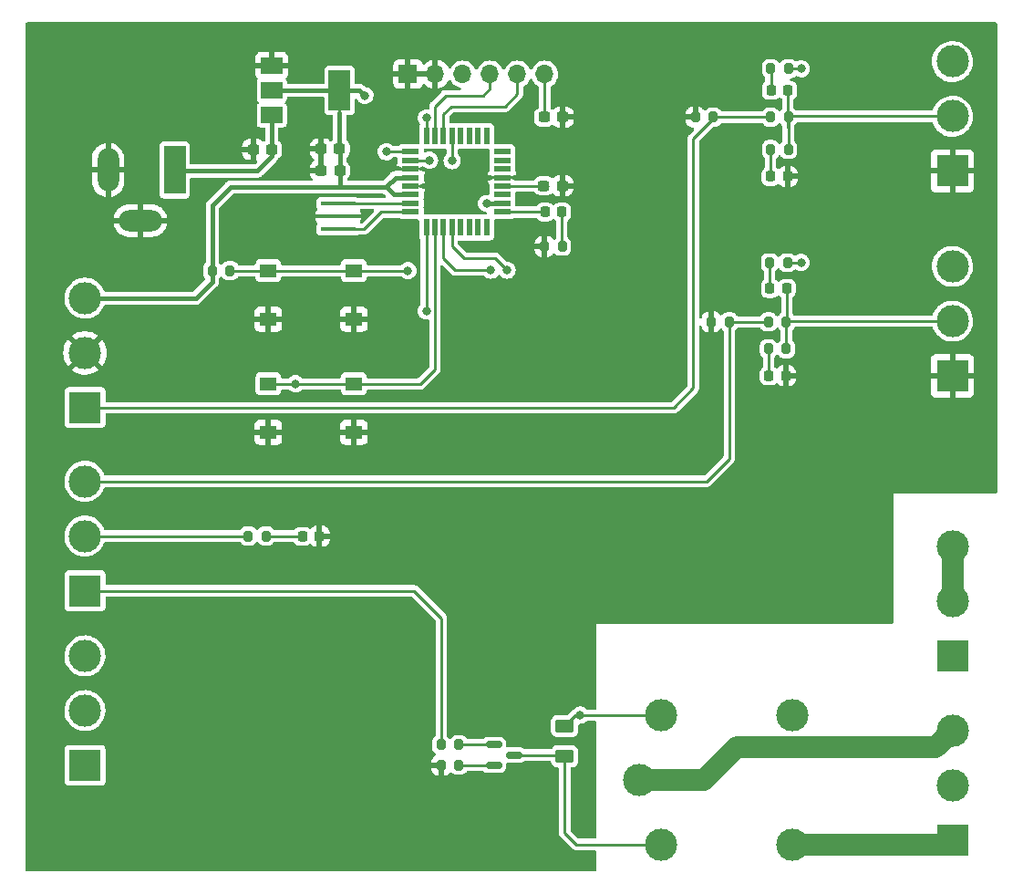
<source format=gbr>
%TF.GenerationSoftware,KiCad,Pcbnew,(6.0.9-0)*%
%TF.CreationDate,2023-01-29T21:20:06-03:00*%
%TF.ProjectId,WaterPumpControl,57617465-7250-4756-9d70-436f6e74726f,rev?*%
%TF.SameCoordinates,Original*%
%TF.FileFunction,Copper,L1,Top*%
%TF.FilePolarity,Positive*%
%FSLAX46Y46*%
G04 Gerber Fmt 4.6, Leading zero omitted, Abs format (unit mm)*
G04 Created by KiCad (PCBNEW (6.0.9-0)) date 2023-01-29 21:20:06*
%MOMM*%
%LPD*%
G01*
G04 APERTURE LIST*
G04 Aperture macros list*
%AMRoundRect*
0 Rectangle with rounded corners*
0 $1 Rounding radius*
0 $2 $3 $4 $5 $6 $7 $8 $9 X,Y pos of 4 corners*
0 Add a 4 corners polygon primitive as box body*
4,1,4,$2,$3,$4,$5,$6,$7,$8,$9,$2,$3,0*
0 Add four circle primitives for the rounded corners*
1,1,$1+$1,$2,$3*
1,1,$1+$1,$4,$5*
1,1,$1+$1,$6,$7*
1,1,$1+$1,$8,$9*
0 Add four rect primitives between the rounded corners*
20,1,$1+$1,$2,$3,$4,$5,0*
20,1,$1+$1,$4,$5,$6,$7,0*
20,1,$1+$1,$6,$7,$8,$9,0*
20,1,$1+$1,$8,$9,$2,$3,0*%
G04 Aperture macros list end*
%TA.AperFunction,ComponentPad*%
%ADD10R,3.000000X3.000000*%
%TD*%
%TA.AperFunction,ComponentPad*%
%ADD11C,3.000000*%
%TD*%
%TA.AperFunction,SMDPad,CuDef*%
%ADD12RoundRect,0.200000X-0.200000X-0.275000X0.200000X-0.275000X0.200000X0.275000X-0.200000X0.275000X0*%
%TD*%
%TA.AperFunction,SMDPad,CuDef*%
%ADD13R,1.550000X1.300000*%
%TD*%
%TA.AperFunction,SMDPad,CuDef*%
%ADD14RoundRect,0.237500X0.300000X0.237500X-0.300000X0.237500X-0.300000X-0.237500X0.300000X-0.237500X0*%
%TD*%
%TA.AperFunction,SMDPad,CuDef*%
%ADD15RoundRect,0.218750X0.218750X0.256250X-0.218750X0.256250X-0.218750X-0.256250X0.218750X-0.256250X0*%
%TD*%
%TA.AperFunction,SMDPad,CuDef*%
%ADD16RoundRect,0.200000X0.200000X0.275000X-0.200000X0.275000X-0.200000X-0.275000X0.200000X-0.275000X0*%
%TD*%
%TA.AperFunction,SMDPad,CuDef*%
%ADD17R,1.600000X0.550000*%
%TD*%
%TA.AperFunction,SMDPad,CuDef*%
%ADD18R,0.550000X1.600000*%
%TD*%
%TA.AperFunction,SMDPad,CuDef*%
%ADD19R,2.000000X1.500000*%
%TD*%
%TA.AperFunction,SMDPad,CuDef*%
%ADD20R,2.000000X3.800000*%
%TD*%
%TA.AperFunction,ComponentPad*%
%ADD21R,1.700000X1.700000*%
%TD*%
%TA.AperFunction,ComponentPad*%
%ADD22O,1.700000X1.700000*%
%TD*%
%TA.AperFunction,SMDPad,CuDef*%
%ADD23R,3.200000X0.400000*%
%TD*%
%TA.AperFunction,SMDPad,CuDef*%
%ADD24RoundRect,0.150000X-0.587500X-0.150000X0.587500X-0.150000X0.587500X0.150000X-0.587500X0.150000X0*%
%TD*%
%TA.AperFunction,ComponentPad*%
%ADD25R,2.000000X4.500000*%
%TD*%
%TA.AperFunction,ComponentPad*%
%ADD26O,2.000000X4.000000*%
%TD*%
%TA.AperFunction,ComponentPad*%
%ADD27O,4.000000X2.000000*%
%TD*%
%TA.AperFunction,SMDPad,CuDef*%
%ADD28RoundRect,0.250000X0.625000X-0.375000X0.625000X0.375000X-0.625000X0.375000X-0.625000X-0.375000X0*%
%TD*%
%TA.AperFunction,ViaPad*%
%ADD29C,0.800000*%
%TD*%
%TA.AperFunction,Conductor*%
%ADD30C,0.250000*%
%TD*%
%TA.AperFunction,Conductor*%
%ADD31C,0.400000*%
%TD*%
%TA.AperFunction,Conductor*%
%ADD32C,2.000000*%
%TD*%
G04 APERTURE END LIST*
D10*
%TO.P,J9,1,Pin_1*%
%TO.N,AUX2*%
X26000000Y-89160000D03*
D11*
%TO.P,J9,2,Pin_2*%
%TO.N,AUX1*%
X26000000Y-84080000D03*
%TO.P,J9,3,Pin_3*%
%TO.N,LEARN*%
X26000000Y-79000000D03*
%TD*%
D10*
%TO.P,J4,1,Pin_1*%
%TO.N,TO_PUMP*%
X106550000Y-96085664D03*
D11*
%TO.P,J4,2,Pin_2*%
%TO.N,unconnected-(J4-Pad2)*%
X106550000Y-91005664D03*
%TO.P,J4,3,Pin_3*%
%TO.N,LIVE*%
X106550000Y-85925664D03*
%TD*%
D12*
%TO.P,R12,1*%
%TO.N,+5V*%
X37815870Y-43250933D03*
%TO.P,R12,2*%
%TO.N,Net-(R12-Pad2)*%
X39465870Y-43250933D03*
%TD*%
D13*
%TO.P,SW2,1,A*%
%TO.N,D6*%
X50975000Y-53750000D03*
X43025000Y-53750000D03*
%TO.P,SW2,2,B*%
%TO.N,GND*%
X50975000Y-58250000D03*
X43025000Y-58250000D03*
%TD*%
D14*
%TO.P,C3,1*%
%TO.N,+5V*%
X49678061Y-33953890D03*
%TO.P,C3,2*%
%TO.N,GND*%
X47953061Y-33953890D03*
%TD*%
D15*
%TO.P,D5,1,K*%
%TO.N,GND*%
X47787500Y-67900000D03*
%TO.P,D5,2,A*%
%TO.N,Net-(D5-Pad2)*%
X46212500Y-67900000D03*
%TD*%
D16*
%TO.P,R11,1*%
%TO.N,Net-(D7-Pad1)*%
X70325000Y-41000000D03*
%TO.P,R11,2*%
%TO.N,GND*%
X68675000Y-41000000D03*
%TD*%
D15*
%TO.P,D2,1,K*%
%TO.N,GND*%
X91252951Y-34502571D03*
%TO.P,D2,2,A*%
%TO.N,Net-(D2-Pad2)*%
X89677951Y-34502571D03*
%TD*%
D12*
%TO.P,R1,1*%
%TO.N,PUMP_ENABLE*%
X59071323Y-87254820D03*
%TO.P,R1,2*%
%TO.N,Gate*%
X60721323Y-87254820D03*
%TD*%
D15*
%TO.P,D3,1,K*%
%TO.N,CIST_COMM*%
X91187500Y-44900000D03*
%TO.P,D3,2,A*%
%TO.N,Net-(D3-Pad2)*%
X89612500Y-44900000D03*
%TD*%
D16*
%TO.P,R3,1*%
%TO.N,TANK_COMM*%
X91325000Y-32000000D03*
%TO.P,R3,2*%
%TO.N,Net-(D2-Pad2)*%
X89675000Y-32000000D03*
%TD*%
D17*
%TO.P,U2,1,PD3*%
%TO.N,D3*%
X56250000Y-32200000D03*
%TO.P,U2,2,PD4*%
%TO.N,D4*%
X56250000Y-33000000D03*
%TO.P,U2,3,GND*%
%TO.N,GND*%
X56250000Y-33800000D03*
%TO.P,U2,4,VCC*%
%TO.N,+5V*%
X56250000Y-34600000D03*
%TO.P,U2,5,GND*%
%TO.N,GND*%
X56250000Y-35400000D03*
%TO.P,U2,6,VCC*%
%TO.N,+5V*%
X56250000Y-36200000D03*
%TO.P,U2,7,XTAL1/PB6*%
%TO.N,Net-(U2-Pad7)*%
X56250000Y-37000000D03*
%TO.P,U2,8,XTAL2/PB7*%
%TO.N,Net-(U2-Pad8)*%
X56250000Y-37800000D03*
D18*
%TO.P,U2,9,PD5*%
%TO.N,D5*%
X57700000Y-39250000D03*
%TO.P,U2,10,PD6*%
%TO.N,D6*%
X58500000Y-39250000D03*
%TO.P,U2,11,PD7*%
%TO.N,D7*%
X59300000Y-39250000D03*
%TO.P,U2,12,PB0*%
%TO.N,D8*%
X60100000Y-39250000D03*
%TO.P,U2,13,PB1*%
%TO.N,unconnected-(U2-Pad13)*%
X60900000Y-39250000D03*
%TO.P,U2,14,PB2*%
%TO.N,unconnected-(U2-Pad14)*%
X61700000Y-39250000D03*
%TO.P,U2,15,PB3*%
%TO.N,unconnected-(U2-Pad15)*%
X62500000Y-39250000D03*
%TO.P,U2,16,PB4*%
%TO.N,unconnected-(U2-Pad16)*%
X63300000Y-39250000D03*
D17*
%TO.P,U2,17,PB5*%
%TO.N,Net-(D7-Pad2)*%
X64750000Y-37800000D03*
%TO.P,U2,18,AVCC*%
%TO.N,+5V*%
X64750000Y-37000000D03*
%TO.P,U2,19,ADC6*%
%TO.N,unconnected-(U2-Pad19)*%
X64750000Y-36200000D03*
%TO.P,U2,20,AREF*%
%TO.N,Net-(C4-Pad2)*%
X64750000Y-35400000D03*
%TO.P,U2,21,GND*%
%TO.N,GND*%
X64750000Y-34600000D03*
%TO.P,U2,22,ADC7*%
%TO.N,unconnected-(U2-Pad22)*%
X64750000Y-33800000D03*
%TO.P,U2,23,PC0*%
%TO.N,unconnected-(U2-Pad23)*%
X64750000Y-33000000D03*
%TO.P,U2,24,PC1*%
%TO.N,unconnected-(U2-Pad24)*%
X64750000Y-32200000D03*
D18*
%TO.P,U2,25,PC2*%
%TO.N,unconnected-(U2-Pad25)*%
X63300000Y-30750000D03*
%TO.P,U2,26,PC3*%
%TO.N,unconnected-(U2-Pad26)*%
X62500000Y-30750000D03*
%TO.P,U2,27,PC4*%
%TO.N,unconnected-(U2-Pad27)*%
X61700000Y-30750000D03*
%TO.P,U2,28,PC5*%
%TO.N,unconnected-(U2-Pad28)*%
X60900000Y-30750000D03*
%TO.P,U2,29,~{RESET}/PC6*%
%TO.N,Net-(R12-Pad2)*%
X60100000Y-30750000D03*
%TO.P,U2,30,PD0*%
%TO.N,RXI*%
X59300000Y-30750000D03*
%TO.P,U2,31,PD1*%
%TO.N,TX0*%
X58500000Y-30750000D03*
%TO.P,U2,32,PD2*%
%TO.N,D2*%
X57700000Y-30750000D03*
%TD*%
D14*
%TO.P,C1,1*%
%TO.N,+12V*%
X43362500Y-32000000D03*
%TO.P,C1,2*%
%TO.N,GND*%
X41637500Y-32000000D03*
%TD*%
D19*
%TO.P,U1,1,GND*%
%TO.N,GND*%
X43350000Y-24200000D03*
%TO.P,U1,2,VO*%
%TO.N,+5V*%
X43350000Y-26500000D03*
D20*
X49650000Y-26500000D03*
D19*
%TO.P,U1,3,VI*%
%TO.N,+12V*%
X43350000Y-28800000D03*
%TD*%
D16*
%TO.P,R13,1*%
%TO.N,Net-(Q1-Pad2)*%
X60723715Y-89158455D03*
%TO.P,R13,2*%
%TO.N,GND*%
X59073715Y-89158455D03*
%TD*%
D10*
%TO.P,J8,1,Pin_1*%
%TO.N,unconnected-(J8-Pad1)*%
X106550000Y-79040000D03*
D11*
%TO.P,J8,2,Pin_2*%
%TO.N,NEUTRO*%
X106550000Y-73960000D03*
%TO.P,J8,3,Pin_3*%
X106550000Y-68880000D03*
%TD*%
D21*
%TO.P,J7,1,Pin_1*%
%TO.N,GND*%
X56000000Y-25000000D03*
D22*
%TO.P,J7,2,Pin_2*%
X58540000Y-25000000D03*
%TO.P,J7,3,Pin_3*%
%TO.N,+5V*%
X61080000Y-25000000D03*
%TO.P,J7,4,Pin_4*%
%TO.N,TX0*%
X63620000Y-25000000D03*
%TO.P,J7,5,Pin_5*%
%TO.N,RXI*%
X66160000Y-25000000D03*
%TO.P,J7,6,Pin_6*%
%TO.N,DTR*%
X68700000Y-25000000D03*
%TD*%
D10*
%TO.P,J5,1,Pin_1*%
%TO.N,GND*%
X106550000Y-34000000D03*
D11*
%TO.P,J5,2,Pin_2*%
%TO.N,TANK_COMM*%
X106550000Y-28920000D03*
%TO.P,J5,3,Pin_3*%
%TO.N,+12V*%
X106550000Y-23840000D03*
%TD*%
D14*
%TO.P,C5,1*%
%TO.N,GND*%
X70362500Y-29000000D03*
%TO.P,C5,2*%
%TO.N,DTR*%
X68637500Y-29000000D03*
%TD*%
D10*
%TO.P,J1,1,Pin_1*%
%TO.N,TANK_5V*%
X26000000Y-55960000D03*
D11*
%TO.P,J1,2,Pin_2*%
%TO.N,GND*%
X26000000Y-50880000D03*
%TO.P,J1,3,Pin_3*%
%TO.N,+5V*%
X26000000Y-45800000D03*
%TD*%
D16*
%TO.P,R7,1*%
%TO.N,TANK_COMM*%
X91315558Y-29000000D03*
%TO.P,R7,2*%
%TO.N,TANK_5V*%
X89665558Y-29000000D03*
%TD*%
D15*
%TO.P,D4,1,K*%
%TO.N,GND*%
X91087500Y-53000000D03*
%TO.P,D4,2,A*%
%TO.N,Net-(D4-Pad2)*%
X89512500Y-53000000D03*
%TD*%
D16*
%TO.P,R5,1*%
%TO.N,CIST_COMM*%
X91125000Y-50500000D03*
%TO.P,R5,2*%
%TO.N,Net-(D4-Pad2)*%
X89475000Y-50500000D03*
%TD*%
%TO.P,R9,1*%
%TO.N,CIST_COMM*%
X91125000Y-48000000D03*
%TO.P,R9,2*%
%TO.N,CIST_5V*%
X89475000Y-48000000D03*
%TD*%
D13*
%TO.P,SW1,1,A*%
%TO.N,Net-(R12-Pad2)*%
X43025000Y-43250000D03*
X50975000Y-43250000D03*
%TO.P,SW1,2,B*%
%TO.N,GND*%
X43025000Y-47750000D03*
X50975000Y-47750000D03*
%TD*%
D16*
%TO.P,R4,1*%
%TO.N,+12V*%
X91225000Y-42500000D03*
%TO.P,R4,2*%
%TO.N,Net-(D3-Pad2)*%
X89575000Y-42500000D03*
%TD*%
D14*
%TO.P,C2,1*%
%TO.N,+5V*%
X49648602Y-31953890D03*
%TO.P,C2,2*%
%TO.N,GND*%
X47923602Y-31953890D03*
%TD*%
D15*
%TO.P,D7,1,K*%
%TO.N,Net-(D7-Pad1)*%
X70287500Y-37800000D03*
%TO.P,D7,2,A*%
%TO.N,Net-(D7-Pad2)*%
X68712500Y-37800000D03*
%TD*%
%TO.P,D1,1,K*%
%TO.N,TANK_COMM*%
X91287500Y-26500000D03*
%TO.P,D1,2,A*%
%TO.N,Net-(D1-Pad2)*%
X89712500Y-26500000D03*
%TD*%
D16*
%TO.P,R2,1*%
%TO.N,+12V*%
X91325000Y-24500000D03*
%TO.P,R2,2*%
%TO.N,Net-(D1-Pad2)*%
X89675000Y-24500000D03*
%TD*%
D12*
%TO.P,R6,1*%
%TO.N,LED_ERROR*%
X41175000Y-67880000D03*
%TO.P,R6,2*%
%TO.N,Net-(D5-Pad2)*%
X42825000Y-67880000D03*
%TD*%
D11*
%TO.P,K1,11*%
%TO.N,LIVE*%
X77500000Y-90500000D03*
%TO.P,K1,12*%
%TO.N,NC*%
X91700000Y-84500000D03*
%TO.P,K1,14*%
%TO.N,TO_PUMP*%
X91700000Y-96500000D03*
%TO.P,K1,A1*%
%TO.N,Net-(D6-Pad1)*%
X79500000Y-96500000D03*
%TO.P,K1,A2*%
%TO.N,+12V*%
X79500000Y-84500000D03*
%TD*%
D23*
%TO.P,Y1,1,1*%
%TO.N,Net-(U2-Pad8)*%
X49500000Y-39400000D03*
%TO.P,Y1,2,2*%
%TO.N,GND*%
X49500000Y-38200000D03*
%TO.P,Y1,3,3*%
%TO.N,Net-(U2-Pad7)*%
X49500000Y-37000000D03*
%TD*%
D24*
%TO.P,Q1,1,G*%
%TO.N,Gate*%
X63962500Y-87250000D03*
%TO.P,Q1,2,S*%
%TO.N,Net-(Q1-Pad2)*%
X63962500Y-89150000D03*
%TO.P,Q1,3,D*%
%TO.N,Net-(D6-Pad1)*%
X65837500Y-88200000D03*
%TD*%
D25*
%TO.P,J3,1*%
%TO.N,+12V*%
X34350000Y-33900000D03*
D26*
%TO.P,J3,2*%
%TO.N,GND*%
X28150000Y-33900000D03*
D27*
%TO.P,J3,3*%
X31150000Y-38600000D03*
%TD*%
D10*
%TO.P,J2,1,Pin_1*%
%TO.N,PUMP_ENABLE*%
X26000000Y-72960000D03*
D11*
%TO.P,J2,2,Pin_2*%
%TO.N,LED_ERROR*%
X26000000Y-67880000D03*
%TO.P,J2,3,Pin_3*%
%TO.N,CIST_5V*%
X26000000Y-62800000D03*
%TD*%
D16*
%TO.P,R10,1*%
%TO.N,CIST_5V*%
X85825000Y-48000000D03*
%TO.P,R10,2*%
%TO.N,GND*%
X84175000Y-48000000D03*
%TD*%
D28*
%TO.P,D6,1,K*%
%TO.N,Net-(D6-Pad1)*%
X70550000Y-88320000D03*
%TO.P,D6,2,A*%
%TO.N,+12V*%
X70550000Y-85520000D03*
%TD*%
D14*
%TO.P,C4,1*%
%TO.N,GND*%
X70334782Y-35371535D03*
%TO.P,C4,2*%
%TO.N,Net-(C4-Pad2)*%
X68609782Y-35371535D03*
%TD*%
D16*
%TO.P,R8,1*%
%TO.N,TANK_5V*%
X84325000Y-29000000D03*
%TO.P,R8,2*%
%TO.N,GND*%
X82675000Y-29000000D03*
%TD*%
D10*
%TO.P,J6,1,Pin_1*%
%TO.N,GND*%
X106550000Y-53010000D03*
D11*
%TO.P,J6,2,Pin_2*%
%TO.N,CIST_COMM*%
X106550000Y-47930000D03*
%TO.P,J6,3,Pin_3*%
%TO.N,+12V*%
X106550000Y-42850000D03*
%TD*%
D29*
%TO.N,+12V*%
X92500000Y-24500000D03*
X92500000Y-42480994D03*
X72000000Y-84500000D03*
%TO.N,+5V*%
X52000000Y-27000000D03*
X63300000Y-37000000D03*
%TO.N,D2*%
X57700000Y-29075500D03*
%TO.N,D3*%
X53983669Y-32200000D03*
%TO.N,D4*%
X58000000Y-33000000D03*
%TO.N,D5*%
X57700000Y-46990174D03*
%TO.N,Net-(R12-Pad2)*%
X56000000Y-43250000D03*
X60103319Y-33038744D03*
%TO.N,GND*%
X57900000Y-35400000D03*
X56000000Y-40700000D03*
%TO.N,D6*%
X45550000Y-53750000D03*
%TO.N,D7*%
X63700000Y-43200000D03*
%TO.N,D8*%
X65200000Y-43200000D03*
%TD*%
D30*
%TO.N,+12V*%
X92500000Y-24500000D02*
X91512903Y-24500000D01*
D31*
X43362500Y-32637500D02*
X42000000Y-34000000D01*
D30*
X35050000Y-34000000D02*
X34450000Y-33400000D01*
D31*
X43350000Y-31487500D02*
X43350000Y-28800000D01*
D30*
X72000000Y-84500000D02*
X71570000Y-84500000D01*
X71570000Y-84500000D02*
X70550000Y-85520000D01*
D31*
X43362500Y-32000000D02*
X43362500Y-32637500D01*
X42000000Y-34000000D02*
X35050000Y-34000000D01*
D30*
X79500000Y-84500000D02*
X72000000Y-84500000D01*
X92500000Y-42480994D02*
X92480994Y-42500000D01*
X43362500Y-31500000D02*
X43350000Y-31487500D01*
X92480994Y-42500000D02*
X91225000Y-42500000D01*
D31*
%TO.N,+5V*%
X54000000Y-35418713D02*
X54818713Y-34600000D01*
D30*
X49650000Y-26500000D02*
X49650000Y-28650000D01*
D31*
X36080000Y-45800000D02*
X36300000Y-45800000D01*
X49678061Y-33953890D02*
X49678061Y-31983349D01*
X43350000Y-26500000D02*
X46500000Y-26500000D01*
X36300000Y-45800000D02*
X37815870Y-44284130D01*
X39500000Y-35500000D02*
X49700898Y-35500000D01*
X37815870Y-43250933D02*
X37815870Y-37184130D01*
D30*
X49650000Y-28650000D02*
X49648602Y-28651398D01*
D31*
X49678061Y-33953890D02*
X49678061Y-35477163D01*
X51500000Y-26500000D02*
X52000000Y-27000000D01*
X37815870Y-37184130D02*
X39500000Y-35500000D01*
D30*
X49678061Y-35477163D02*
X49700898Y-35500000D01*
D31*
X54700000Y-36200000D02*
X56250000Y-36200000D01*
X54000000Y-35500000D02*
X54700000Y-36200000D01*
D30*
X54000000Y-35418713D02*
X54000000Y-35500000D01*
D31*
X49648602Y-28651398D02*
X49648602Y-31953890D01*
X54000000Y-35500000D02*
X49700898Y-35500000D01*
X49650000Y-26500000D02*
X51500000Y-26500000D01*
X37815870Y-44284130D02*
X37815870Y-43250933D01*
X26000000Y-45800000D02*
X36080000Y-45800000D01*
X36080000Y-45800000D02*
X36085000Y-45805000D01*
X64750000Y-37000000D02*
X63300000Y-37000000D01*
X54818713Y-34600000D02*
X56250000Y-34600000D01*
X46500000Y-26500000D02*
X49650000Y-26500000D01*
D30*
%TO.N,TANK_COMM*%
X91287500Y-26500000D02*
X91287500Y-29971942D01*
X106550000Y-28920000D02*
X91293398Y-28920000D01*
X91325000Y-29009442D02*
X91315558Y-29000000D01*
X91293398Y-28920000D02*
X91287500Y-28925898D01*
X91325000Y-32000000D02*
X91325000Y-29009442D01*
X91287500Y-28971942D02*
X91315558Y-29000000D01*
%TO.N,Net-(D1-Pad2)*%
X89712500Y-26500000D02*
X89712500Y-24537500D01*
X89712500Y-24537500D02*
X89675000Y-24500000D01*
%TO.N,Net-(C4-Pad2)*%
X64750000Y-35400000D02*
X68962500Y-35400000D01*
%TO.N,CIST_COMM*%
X91187500Y-44900000D02*
X91187500Y-47937500D01*
X107950000Y-47930000D02*
X91237488Y-47930000D01*
X91187500Y-47937500D02*
X91125000Y-48000000D01*
X91125000Y-48000000D02*
X91125000Y-50500000D01*
X91237488Y-47930000D02*
X91211874Y-47904386D01*
%TO.N,Net-(D3-Pad2)*%
X89575000Y-42500000D02*
X89575000Y-44862500D01*
X89575000Y-44862500D02*
X89612500Y-44900000D01*
%TO.N,DTR*%
X68719477Y-28629052D02*
X68700000Y-28609575D01*
X68700000Y-28609575D02*
X68700000Y-25000000D01*
%TO.N,Net-(D5-Pad2)*%
X42825000Y-67880000D02*
X46212500Y-67880000D01*
%TO.N,Net-(D6-Pad1)*%
X71630000Y-96500000D02*
X70550000Y-95420000D01*
X70550000Y-95420000D02*
X70550000Y-88320000D01*
X70550000Y-88320000D02*
X70430000Y-88200000D01*
X70430000Y-88200000D02*
X65800000Y-88200000D01*
X79500000Y-96500000D02*
X71630000Y-96500000D01*
%TO.N,TANK_5V*%
X26000000Y-55960000D02*
X80690000Y-55960000D01*
X80690000Y-55960000D02*
X82500000Y-54150000D01*
X82500000Y-31000000D02*
X82500000Y-54150000D01*
X84325000Y-29175000D02*
X82500000Y-31000000D01*
X89665558Y-29000000D02*
X84325000Y-29000000D01*
X84325000Y-29000000D02*
X84325000Y-29175000D01*
%TO.N,PUMP_ENABLE*%
X26000000Y-72960000D02*
X56560000Y-72960000D01*
X59100000Y-87226143D02*
X59071323Y-87254820D01*
X59100000Y-75500000D02*
X59100000Y-87226143D01*
X56560000Y-72960000D02*
X59100000Y-75500000D01*
%TO.N,LED_ERROR*%
X41175000Y-67880000D02*
X26000000Y-67880000D01*
%TO.N,CIST_5V*%
X85825000Y-48000000D02*
X85825000Y-60700000D01*
X89475000Y-48000000D02*
X85825000Y-48000000D01*
X26000000Y-62800000D02*
X83725000Y-62800000D01*
X83725000Y-62800000D02*
X85825000Y-60700000D01*
D32*
%TO.N,TO_PUMP*%
X106135664Y-96500000D02*
X106550000Y-96085664D01*
X91700000Y-96500000D02*
X106135664Y-96500000D01*
%TO.N,LIVE*%
X83500000Y-90500000D02*
X86542428Y-87457572D01*
X77500000Y-90500000D02*
X83500000Y-90500000D01*
X86542428Y-87457572D02*
X105018092Y-87457572D01*
X105018092Y-87457572D02*
X106550000Y-85925664D01*
D30*
%TO.N,Net-(D2-Pad2)*%
X89677951Y-34502571D02*
X89677951Y-32002951D01*
X89677951Y-32002951D02*
X89675000Y-32000000D01*
%TO.N,Net-(D4-Pad2)*%
X89475000Y-52962500D02*
X89512500Y-53000000D01*
X89475000Y-50500000D02*
X89475000Y-52962500D01*
%TO.N,D2*%
X57700000Y-29075500D02*
X57700000Y-30750000D01*
%TO.N,D3*%
X53983669Y-32200000D02*
X56250000Y-32200000D01*
%TO.N,D4*%
X58000000Y-33000000D02*
X56250000Y-33000000D01*
%TO.N,D5*%
X57700000Y-39250000D02*
X57700000Y-46990174D01*
%TO.N,Net-(R12-Pad2)*%
X39466803Y-43250000D02*
X43025000Y-43250000D01*
X60100000Y-30750000D02*
X60100000Y-33035425D01*
X60100000Y-33035425D02*
X60103319Y-33038744D01*
X39465870Y-43250933D02*
X39466803Y-43250000D01*
X56000000Y-43250000D02*
X50975000Y-43250000D01*
X43025000Y-43250000D02*
X56000000Y-43250000D01*
%TO.N,Net-(U2-Pad7)*%
X56250000Y-37000000D02*
X50200000Y-37000000D01*
%TO.N,Net-(U2-Pad8)*%
X53500000Y-37800000D02*
X51900000Y-39400000D01*
X56250000Y-37800000D02*
X53500000Y-37800000D01*
X51900000Y-39400000D02*
X49500000Y-39400000D01*
%TO.N,Net-(D7-Pad2)*%
X68712500Y-37800000D02*
X64750000Y-37800000D01*
%TO.N,RXI*%
X66160000Y-26840000D02*
X65000000Y-28000000D01*
X59300000Y-28700000D02*
X59300000Y-30750000D01*
X65000000Y-28000000D02*
X60000000Y-28000000D01*
X66160000Y-25000000D02*
X66160000Y-26840000D01*
X60000000Y-28000000D02*
X59300000Y-28700000D01*
%TO.N,TX0*%
X63620000Y-26380000D02*
X63000000Y-27000000D01*
X58500000Y-28000000D02*
X58500000Y-30750000D01*
X63000000Y-27000000D02*
X59500000Y-27000000D01*
X63620000Y-25000000D02*
X63620000Y-26380000D01*
X59500000Y-27000000D02*
X58500000Y-28000000D01*
D32*
%TO.N,NEUTRO*%
X106550000Y-68880000D02*
X106550000Y-73960000D01*
D30*
%TO.N,Gate*%
X63962500Y-87250000D02*
X60726143Y-87250000D01*
X60726143Y-87250000D02*
X60721323Y-87254820D01*
%TO.N,Net-(D7-Pad1)*%
X70287500Y-40962500D02*
X70325000Y-41000000D01*
X70287500Y-37800000D02*
X70287500Y-40962500D01*
%TO.N,D6*%
X58500000Y-52400000D02*
X58500000Y-39250000D01*
X43025000Y-53750000D02*
X45550000Y-53750000D01*
X45550000Y-53750000D02*
X50975000Y-53750000D01*
X50975000Y-53750000D02*
X57150000Y-53750000D01*
X57150000Y-53750000D02*
X58500000Y-52400000D01*
%TO.N,Net-(Q1-Pad2)*%
X63962500Y-89150000D02*
X60732170Y-89150000D01*
X60732170Y-89150000D02*
X60723715Y-89158455D01*
%TO.N,D7*%
X59300000Y-42100000D02*
X60400000Y-43200000D01*
X59300000Y-39250000D02*
X59300000Y-42100000D01*
X60400000Y-43200000D02*
X63700000Y-43200000D01*
%TO.N,D8*%
X61200000Y-42100000D02*
X64100000Y-42100000D01*
X64100000Y-42100000D02*
X65200000Y-43200000D01*
X60100000Y-41000000D02*
X61200000Y-42100000D01*
X60100000Y-39250000D02*
X60100000Y-41000000D01*
%TD*%
%TA.AperFunction,Conductor*%
%TO.N,GND*%
G36*
X110641621Y-20220502D02*
G01*
X110688114Y-20274158D01*
X110699500Y-20326500D01*
X110699500Y-63799112D01*
X110679498Y-63867233D01*
X110625842Y-63913726D01*
X110555568Y-63923830D01*
X110550000Y-63922825D01*
X110550000Y-63920000D01*
X101050000Y-63920000D01*
X101050000Y-75874000D01*
X101029998Y-75942121D01*
X100976342Y-75988614D01*
X100924000Y-76000000D01*
X73500000Y-76000000D01*
X73500000Y-83848500D01*
X73479998Y-83916621D01*
X73426342Y-83963114D01*
X73374000Y-83974500D01*
X72658815Y-83974500D01*
X72590694Y-83954498D01*
X72569410Y-83937284D01*
X72509738Y-83877195D01*
X72509734Y-83877192D01*
X72504770Y-83872193D01*
X72493761Y-83865206D01*
X72402324Y-83807179D01*
X72353136Y-83775963D01*
X72323352Y-83765357D01*
X72190586Y-83718081D01*
X72190581Y-83718080D01*
X72183951Y-83715719D01*
X72176965Y-83714886D01*
X72176961Y-83714885D01*
X72049177Y-83699648D01*
X72005624Y-83694455D01*
X71998621Y-83695191D01*
X71998620Y-83695191D01*
X71834025Y-83712490D01*
X71834021Y-83712491D01*
X71827017Y-83713227D01*
X71820346Y-83715498D01*
X71663677Y-83768832D01*
X71663674Y-83768833D01*
X71657007Y-83771103D01*
X71651009Y-83774793D01*
X71651007Y-83774794D01*
X71598366Y-83807179D01*
X71504045Y-83865206D01*
X71499014Y-83870132D01*
X71499011Y-83870135D01*
X71439889Y-83928032D01*
X71375732Y-83990859D01*
X71371916Y-83996780D01*
X71370771Y-83998184D01*
X71323172Y-84034182D01*
X71295217Y-84046280D01*
X71288541Y-84051686D01*
X71288539Y-84051687D01*
X71284458Y-84054992D01*
X71265874Y-84067480D01*
X71253737Y-84074153D01*
X71245995Y-84080835D01*
X71222786Y-84104044D01*
X71212985Y-84112870D01*
X71189999Y-84131483D01*
X71189997Y-84131485D01*
X71183325Y-84136888D01*
X71178351Y-84143887D01*
X71178350Y-84143888D01*
X71173198Y-84151138D01*
X71159587Y-84167243D01*
X70869235Y-84457595D01*
X70806923Y-84491621D01*
X70780140Y-84494500D01*
X69859306Y-84494500D01*
X69856860Y-84494692D01*
X69856847Y-84494693D01*
X69835584Y-84496367D01*
X69822431Y-84497402D01*
X69816245Y-84499199D01*
X69816246Y-84499199D01*
X69672215Y-84541044D01*
X69672214Y-84541045D01*
X69664602Y-84543256D01*
X69657780Y-84547291D01*
X69657779Y-84547291D01*
X69529956Y-84622885D01*
X69523135Y-84626919D01*
X69406919Y-84743135D01*
X69323256Y-84884602D01*
X69277402Y-85042431D01*
X69276897Y-85048850D01*
X69274693Y-85076847D01*
X69274692Y-85076860D01*
X69274500Y-85079306D01*
X69274500Y-85960694D01*
X69274692Y-85963140D01*
X69274693Y-85963153D01*
X69276233Y-85982717D01*
X69277402Y-85997569D01*
X69279199Y-86003754D01*
X69316404Y-86131812D01*
X69323256Y-86155398D01*
X69327291Y-86162220D01*
X69327291Y-86162221D01*
X69372753Y-86239093D01*
X69406919Y-86296865D01*
X69523135Y-86413081D01*
X69664602Y-86496744D01*
X69672214Y-86498955D01*
X69672215Y-86498956D01*
X69766048Y-86526217D01*
X69822431Y-86542598D01*
X69835584Y-86543633D01*
X69856847Y-86545307D01*
X69856860Y-86545308D01*
X69859306Y-86545500D01*
X71240694Y-86545500D01*
X71243140Y-86545308D01*
X71243153Y-86545307D01*
X71264416Y-86543633D01*
X71277569Y-86542598D01*
X71333952Y-86526217D01*
X71427785Y-86498956D01*
X71427786Y-86498955D01*
X71435398Y-86496744D01*
X71576865Y-86413081D01*
X71693081Y-86296865D01*
X71727247Y-86239093D01*
X71772709Y-86162221D01*
X71772709Y-86162220D01*
X71776744Y-86155398D01*
X71783597Y-86131812D01*
X71820801Y-86003754D01*
X71822598Y-85997569D01*
X71823767Y-85982717D01*
X71825307Y-85963153D01*
X71825308Y-85963140D01*
X71825500Y-85960694D01*
X71825500Y-85428284D01*
X71845502Y-85360163D01*
X71899158Y-85313670D01*
X71968164Y-85303391D01*
X71971874Y-85303886D01*
X71976150Y-85304457D01*
X71976153Y-85304457D01*
X71983130Y-85305388D01*
X71990142Y-85304750D01*
X71990146Y-85304750D01*
X72154960Y-85289751D01*
X72154961Y-85289751D01*
X72161981Y-85289112D01*
X72332782Y-85233615D01*
X72389273Y-85199940D01*
X72480992Y-85145265D01*
X72480994Y-85145264D01*
X72487044Y-85141657D01*
X72572525Y-85060254D01*
X72635651Y-85027762D01*
X72659418Y-85025500D01*
X73374000Y-85025500D01*
X73442121Y-85045502D01*
X73488614Y-85099158D01*
X73500000Y-85151500D01*
X73500000Y-95848500D01*
X73479998Y-95916621D01*
X73426342Y-95963114D01*
X73374000Y-95974500D01*
X71899861Y-95974500D01*
X71831740Y-95954498D01*
X71810766Y-95937596D01*
X71112405Y-95239236D01*
X71078380Y-95176923D01*
X71075500Y-95150140D01*
X71075500Y-89471500D01*
X71095502Y-89403379D01*
X71149158Y-89356886D01*
X71201500Y-89345500D01*
X71240694Y-89345500D01*
X71243140Y-89345308D01*
X71243153Y-89345307D01*
X71264416Y-89343633D01*
X71277569Y-89342598D01*
X71323049Y-89329385D01*
X71427785Y-89298956D01*
X71427786Y-89298955D01*
X71435398Y-89296744D01*
X71576865Y-89213081D01*
X71693081Y-89096865D01*
X71734695Y-89026500D01*
X71772709Y-88962221D01*
X71772709Y-88962220D01*
X71776744Y-88955398D01*
X71791545Y-88904455D01*
X71820801Y-88803754D01*
X71822598Y-88797569D01*
X71824297Y-88775983D01*
X71825307Y-88763153D01*
X71825308Y-88763140D01*
X71825500Y-88760694D01*
X71825500Y-87879306D01*
X71825308Y-87876860D01*
X71825307Y-87876847D01*
X71823103Y-87848850D01*
X71822598Y-87842431D01*
X71803153Y-87775500D01*
X71778956Y-87692215D01*
X71778955Y-87692214D01*
X71776744Y-87684602D01*
X71760467Y-87657078D01*
X71697115Y-87549956D01*
X71693081Y-87543135D01*
X71576865Y-87426919D01*
X71435398Y-87343256D01*
X71427786Y-87341045D01*
X71427785Y-87341044D01*
X71283754Y-87299199D01*
X71283755Y-87299199D01*
X71277569Y-87297402D01*
X71264416Y-87296367D01*
X71243153Y-87294693D01*
X71243140Y-87294692D01*
X71240694Y-87294500D01*
X69859306Y-87294500D01*
X69856860Y-87294692D01*
X69856847Y-87294693D01*
X69835584Y-87296367D01*
X69822431Y-87297402D01*
X69816245Y-87299199D01*
X69816246Y-87299199D01*
X69672215Y-87341044D01*
X69672214Y-87341045D01*
X69664602Y-87343256D01*
X69523135Y-87426919D01*
X69406919Y-87543135D01*
X69402887Y-87549953D01*
X69402883Y-87549958D01*
X69365813Y-87612640D01*
X69313920Y-87661092D01*
X69257360Y-87674500D01*
X66883279Y-87674500D01*
X66815158Y-87654498D01*
X66807099Y-87648862D01*
X66704628Y-87571082D01*
X66704625Y-87571080D01*
X66697783Y-87565887D01*
X66619003Y-87534696D01*
X66565077Y-87513345D01*
X66565075Y-87513344D01*
X66557547Y-87510364D01*
X66467772Y-87499500D01*
X65226500Y-87499500D01*
X65158379Y-87479498D01*
X65111886Y-87425842D01*
X65100500Y-87373500D01*
X65100500Y-87057228D01*
X65089636Y-86967453D01*
X65080581Y-86944581D01*
X65037275Y-86835204D01*
X65034113Y-86827217D01*
X64942922Y-86707078D01*
X64822783Y-86615887D01*
X64709613Y-86571080D01*
X64690077Y-86563345D01*
X64690075Y-86563344D01*
X64682547Y-86560364D01*
X64592772Y-86549500D01*
X63332228Y-86549500D01*
X63242453Y-86560364D01*
X63234925Y-86563344D01*
X63234923Y-86563345D01*
X63215387Y-86571080D01*
X63102217Y-86615887D01*
X63095377Y-86621079D01*
X63095372Y-86621082D01*
X62992901Y-86698862D01*
X62926548Y-86724116D01*
X62916721Y-86724500D01*
X61544460Y-86724500D01*
X61476339Y-86704498D01*
X61444497Y-86675204D01*
X61354628Y-86558084D01*
X61349605Y-86551538D01*
X61224164Y-86455284D01*
X61078085Y-86394776D01*
X61030634Y-86388529D01*
X60964771Y-86379858D01*
X60964770Y-86379858D01*
X60960684Y-86379320D01*
X60721353Y-86379320D01*
X60481963Y-86379321D01*
X60477879Y-86379859D01*
X60477873Y-86379859D01*
X60372748Y-86393698D01*
X60372746Y-86393698D01*
X60364561Y-86394776D01*
X60218482Y-86455284D01*
X60093041Y-86551538D01*
X59996787Y-86676979D01*
X59994122Y-86674934D01*
X59954073Y-86713129D01*
X59884361Y-86726574D01*
X59818447Y-86700195D01*
X59797343Y-86675840D01*
X59795859Y-86676979D01*
X59704632Y-86558089D01*
X59704631Y-86558088D01*
X59699605Y-86551538D01*
X59674794Y-86532500D01*
X59632928Y-86475162D01*
X59625500Y-86432539D01*
X59625500Y-75514425D01*
X59625611Y-75509148D01*
X59627727Y-75458666D01*
X59628087Y-75450081D01*
X59618665Y-75409908D01*
X59616502Y-75398239D01*
X59612066Y-75365861D01*
X59610901Y-75357354D01*
X59605403Y-75344649D01*
X59598369Y-75323380D01*
X59597171Y-75318271D01*
X59597170Y-75318269D01*
X59595209Y-75309907D01*
X59591071Y-75302381D01*
X59591070Y-75302377D01*
X59575330Y-75273747D01*
X59570114Y-75263102D01*
X59553720Y-75225217D01*
X59545009Y-75214460D01*
X59532515Y-75195867D01*
X59529029Y-75189525D01*
X59529028Y-75189524D01*
X59525847Y-75183737D01*
X59519164Y-75175995D01*
X59495960Y-75152791D01*
X59487134Y-75142990D01*
X59468518Y-75120001D01*
X59463112Y-75113325D01*
X59448856Y-75103194D01*
X59432756Y-75089587D01*
X56941805Y-72598636D01*
X56938152Y-72594827D01*
X56903934Y-72557615D01*
X56898116Y-72551288D01*
X56863044Y-72529542D01*
X56853262Y-72522819D01*
X56827240Y-72503067D01*
X56820396Y-72497872D01*
X56812409Y-72494710D01*
X56812406Y-72494708D01*
X56807517Y-72492772D01*
X56787516Y-72482713D01*
X56775750Y-72475418D01*
X56736119Y-72463904D01*
X56724895Y-72460060D01*
X56694516Y-72448033D01*
X56694513Y-72448032D01*
X56686528Y-72444871D01*
X56677991Y-72443974D01*
X56677984Y-72443972D01*
X56672761Y-72443423D01*
X56650784Y-72439112D01*
X56643822Y-72437089D01*
X56643820Y-72437089D01*
X56637488Y-72435249D01*
X56630673Y-72434749D01*
X56629596Y-72434669D01*
X56629583Y-72434669D01*
X56627288Y-72434500D01*
X56594461Y-72434500D01*
X56581290Y-72433810D01*
X56543338Y-72429821D01*
X56534872Y-72431253D01*
X56534869Y-72431253D01*
X56526102Y-72432736D01*
X56505090Y-72434500D01*
X28026499Y-72434500D01*
X27958378Y-72414498D01*
X27911885Y-72360842D01*
X27900499Y-72308500D01*
X27900499Y-71428482D01*
X27885646Y-71334696D01*
X27828050Y-71221658D01*
X27738342Y-71131950D01*
X27625304Y-71074354D01*
X27615515Y-71072804D01*
X27615513Y-71072803D01*
X27588151Y-71068470D01*
X27531519Y-71059500D01*
X26000310Y-71059500D01*
X24468482Y-71059501D01*
X24463589Y-71060276D01*
X24463588Y-71060276D01*
X24384494Y-71072802D01*
X24384492Y-71072803D01*
X24374696Y-71074354D01*
X24261658Y-71131950D01*
X24171950Y-71221658D01*
X24114354Y-71334696D01*
X24099500Y-71428481D01*
X24099501Y-74491518D01*
X24114354Y-74585304D01*
X24171950Y-74698342D01*
X24261658Y-74788050D01*
X24374696Y-74845646D01*
X24384485Y-74847196D01*
X24384487Y-74847197D01*
X24411849Y-74851530D01*
X24468481Y-74860500D01*
X25999690Y-74860500D01*
X27531518Y-74860499D01*
X27536412Y-74859724D01*
X27615506Y-74847198D01*
X27615508Y-74847197D01*
X27625304Y-74845646D01*
X27738342Y-74788050D01*
X27828050Y-74698342D01*
X27885646Y-74585304D01*
X27900500Y-74491519D01*
X27900500Y-73611500D01*
X27920502Y-73543379D01*
X27974158Y-73496886D01*
X28026500Y-73485500D01*
X56290141Y-73485500D01*
X56358262Y-73505502D01*
X56379236Y-73522405D01*
X58537595Y-75680765D01*
X58571621Y-75743077D01*
X58574500Y-75769860D01*
X58574500Y-86388529D01*
X58554498Y-86456650D01*
X58525204Y-86488491D01*
X58449591Y-86546511D01*
X58449587Y-86546515D01*
X58443041Y-86551538D01*
X58346787Y-86676979D01*
X58286279Y-86823058D01*
X58270823Y-86940459D01*
X58270824Y-87569180D01*
X58271362Y-87573264D01*
X58271362Y-87573270D01*
X58285120Y-87677779D01*
X58286279Y-87686582D01*
X58346787Y-87832661D01*
X58443041Y-87958102D01*
X58449586Y-87963124D01*
X58449591Y-87963129D01*
X58557834Y-88046187D01*
X58599701Y-88103525D01*
X58603923Y-88174396D01*
X58569159Y-88236298D01*
X58546401Y-88253925D01*
X58440144Y-88318276D01*
X58428272Y-88327586D01*
X58317846Y-88438012D01*
X58308539Y-88449881D01*
X58227636Y-88583467D01*
X58221430Y-88597212D01*
X58174459Y-88747099D01*
X58171846Y-88760149D01*
X58165981Y-88823976D01*
X58165715Y-88829764D01*
X58165715Y-88886340D01*
X58170190Y-88901579D01*
X58171580Y-88902784D01*
X58179263Y-88904455D01*
X59201715Y-88904455D01*
X59269836Y-88924457D01*
X59316329Y-88978113D01*
X59327715Y-89030455D01*
X59327715Y-90123339D01*
X59332190Y-90138578D01*
X59333580Y-90139783D01*
X59338009Y-90140746D01*
X59397030Y-90135323D01*
X59410066Y-90132712D01*
X59559958Y-90085740D01*
X59573703Y-90079534D01*
X59707289Y-89998631D01*
X59719158Y-89989324D01*
X59829584Y-89878898D01*
X59838894Y-89867026D01*
X59858340Y-89834916D01*
X59910737Y-89787009D01*
X59980717Y-89775036D01*
X60046061Y-89802797D01*
X60066078Y-89823482D01*
X60090409Y-89855190D01*
X60095433Y-89861737D01*
X60220874Y-89957991D01*
X60366953Y-90018499D01*
X60375141Y-90019577D01*
X60480260Y-90033416D01*
X60484354Y-90033955D01*
X60723685Y-90033955D01*
X60963075Y-90033954D01*
X60967159Y-90033416D01*
X60967165Y-90033416D01*
X61072290Y-90019577D01*
X61072292Y-90019577D01*
X61080477Y-90018499D01*
X61226556Y-89957991D01*
X61351997Y-89861737D01*
X61357021Y-89855190D01*
X61443229Y-89742841D01*
X61443229Y-89742840D01*
X61448251Y-89736296D01*
X61448385Y-89735972D01*
X61497121Y-89689505D01*
X61554854Y-89675500D01*
X62916721Y-89675500D01*
X62984842Y-89695502D01*
X62992901Y-89701138D01*
X63095372Y-89778918D01*
X63095375Y-89778920D01*
X63102217Y-89784113D01*
X63149408Y-89802797D01*
X63234923Y-89836655D01*
X63234925Y-89836656D01*
X63242453Y-89839636D01*
X63332228Y-89850500D01*
X64592772Y-89850500D01*
X64682547Y-89839636D01*
X64690075Y-89836656D01*
X64690077Y-89836655D01*
X64775592Y-89802797D01*
X64822783Y-89784113D01*
X64942922Y-89692922D01*
X65034113Y-89572783D01*
X65089636Y-89432547D01*
X65100500Y-89342772D01*
X65100500Y-89026500D01*
X65120502Y-88958379D01*
X65174158Y-88911886D01*
X65226500Y-88900500D01*
X66467772Y-88900500D01*
X66557547Y-88889636D01*
X66565075Y-88886656D01*
X66565077Y-88886655D01*
X66651941Y-88852263D01*
X66697783Y-88834113D01*
X66704625Y-88828920D01*
X66704628Y-88828918D01*
X66807099Y-88751138D01*
X66873452Y-88725884D01*
X66883279Y-88725500D01*
X69161861Y-88725500D01*
X69229982Y-88745502D01*
X69276475Y-88799158D01*
X69282856Y-88816342D01*
X69323256Y-88955398D01*
X69327291Y-88962220D01*
X69327291Y-88962221D01*
X69365305Y-89026500D01*
X69406919Y-89096865D01*
X69523135Y-89213081D01*
X69664602Y-89296744D01*
X69672214Y-89298955D01*
X69672215Y-89298956D01*
X69776951Y-89329385D01*
X69822431Y-89342598D01*
X69835584Y-89343633D01*
X69856847Y-89345307D01*
X69856860Y-89345308D01*
X69859306Y-89345500D01*
X69898500Y-89345500D01*
X69966621Y-89365502D01*
X70013114Y-89419158D01*
X70024500Y-89471500D01*
X70024500Y-95405565D01*
X70024389Y-95410841D01*
X70021913Y-95469919D01*
X70031337Y-95510097D01*
X70033500Y-95521770D01*
X70039099Y-95562646D01*
X70042510Y-95570527D01*
X70042510Y-95570529D01*
X70044595Y-95575347D01*
X70051627Y-95596610D01*
X70052828Y-95601729D01*
X70054790Y-95610093D01*
X70074681Y-95646275D01*
X70079888Y-95656905D01*
X70096280Y-95694783D01*
X70101686Y-95701459D01*
X70101687Y-95701461D01*
X70104992Y-95705542D01*
X70117480Y-95724126D01*
X70124153Y-95736263D01*
X70130836Y-95744005D01*
X70154040Y-95767209D01*
X70162865Y-95777009D01*
X70186888Y-95806675D01*
X70201144Y-95816806D01*
X70217244Y-95830413D01*
X71248195Y-96861364D01*
X71251848Y-96865173D01*
X71291884Y-96908712D01*
X71326968Y-96930465D01*
X71336736Y-96937179D01*
X71369605Y-96962128D01*
X71377586Y-96965288D01*
X71377588Y-96965289D01*
X71382474Y-96967223D01*
X71402490Y-96977291D01*
X71414250Y-96984582D01*
X71422494Y-96986977D01*
X71422496Y-96986978D01*
X71453874Y-96996094D01*
X71465103Y-96999939D01*
X71495486Y-97011968D01*
X71495488Y-97011968D01*
X71503473Y-97015130D01*
X71517098Y-97016562D01*
X71517242Y-97016577D01*
X71539222Y-97020890D01*
X71552512Y-97024751D01*
X71559093Y-97025234D01*
X71559097Y-97025235D01*
X71560404Y-97025331D01*
X71560417Y-97025331D01*
X71562712Y-97025500D01*
X71595529Y-97025500D01*
X71608700Y-97026190D01*
X71646662Y-97030180D01*
X71655134Y-97028747D01*
X71655135Y-97028747D01*
X71663896Y-97027265D01*
X71684909Y-97025500D01*
X73374000Y-97025500D01*
X73442121Y-97045502D01*
X73488614Y-97099158D01*
X73500000Y-97151500D01*
X73500000Y-98874000D01*
X73479998Y-98942121D01*
X73426342Y-98988614D01*
X73374000Y-99000000D01*
X20626500Y-99000000D01*
X20558379Y-98979998D01*
X20511886Y-98926342D01*
X20500500Y-98874000D01*
X20500500Y-87628481D01*
X24099500Y-87628481D01*
X24099501Y-90691518D01*
X24114354Y-90785304D01*
X24171950Y-90898342D01*
X24261658Y-90988050D01*
X24374696Y-91045646D01*
X24384485Y-91047196D01*
X24384487Y-91047197D01*
X24411849Y-91051530D01*
X24468481Y-91060500D01*
X25999690Y-91060500D01*
X27531518Y-91060499D01*
X27536412Y-91059724D01*
X27615506Y-91047198D01*
X27615508Y-91047197D01*
X27625304Y-91045646D01*
X27738342Y-90988050D01*
X27828050Y-90898342D01*
X27885646Y-90785304D01*
X27900500Y-90691519D01*
X27900500Y-89487160D01*
X58165716Y-89487160D01*
X58165979Y-89492909D01*
X58171847Y-89556770D01*
X58174458Y-89569806D01*
X58221430Y-89719698D01*
X58227636Y-89733443D01*
X58308539Y-89867029D01*
X58317846Y-89878898D01*
X58428272Y-89989324D01*
X58440141Y-89998631D01*
X58573727Y-90079534D01*
X58587472Y-90085740D01*
X58737359Y-90132711D01*
X58750409Y-90135324D01*
X58805301Y-90140368D01*
X58816839Y-90136980D01*
X58818044Y-90135590D01*
X58819715Y-90127907D01*
X58819715Y-89430570D01*
X58815240Y-89415331D01*
X58813850Y-89414126D01*
X58806167Y-89412455D01*
X58183831Y-89412455D01*
X58168592Y-89416930D01*
X58167387Y-89418320D01*
X58165716Y-89426003D01*
X58165716Y-89487160D01*
X27900500Y-89487160D01*
X27900499Y-87628482D01*
X27891755Y-87573270D01*
X27887198Y-87544494D01*
X27887197Y-87544492D01*
X27885646Y-87534696D01*
X27828050Y-87421658D01*
X27738342Y-87331950D01*
X27625304Y-87274354D01*
X27615515Y-87272804D01*
X27615513Y-87272803D01*
X27588151Y-87268470D01*
X27531519Y-87259500D01*
X26000310Y-87259500D01*
X24468482Y-87259501D01*
X24463589Y-87260276D01*
X24463588Y-87260276D01*
X24384494Y-87272802D01*
X24384492Y-87272803D01*
X24374696Y-87274354D01*
X24261658Y-87331950D01*
X24171950Y-87421658D01*
X24114354Y-87534696D01*
X24099500Y-87628481D01*
X20500500Y-87628481D01*
X20500500Y-84020151D01*
X24095585Y-84020151D01*
X24095760Y-84024602D01*
X24102763Y-84202820D01*
X24106152Y-84289083D01*
X24106952Y-84293463D01*
X24152572Y-84543256D01*
X24154505Y-84553843D01*
X24239682Y-84809148D01*
X24241674Y-84813135D01*
X24241675Y-84813137D01*
X24347787Y-85025500D01*
X24359981Y-85049905D01*
X24513003Y-85271309D01*
X24516025Y-85274578D01*
X24692679Y-85465682D01*
X24692684Y-85465687D01*
X24695695Y-85468944D01*
X24904411Y-85638866D01*
X24908229Y-85641165D01*
X24908231Y-85641166D01*
X25131170Y-85775386D01*
X25134987Y-85777684D01*
X25139082Y-85779418D01*
X25139084Y-85779419D01*
X25378721Y-85880892D01*
X25378728Y-85880894D01*
X25382822Y-85882628D01*
X25406643Y-85888944D01*
X25638675Y-85950467D01*
X25638680Y-85950468D01*
X25642972Y-85951606D01*
X25647381Y-85952128D01*
X25647387Y-85952129D01*
X25796289Y-85969752D01*
X25910245Y-85983240D01*
X26179310Y-85976899D01*
X26183708Y-85976167D01*
X26440406Y-85933441D01*
X26440410Y-85933440D01*
X26444796Y-85932710D01*
X26449037Y-85931369D01*
X26449040Y-85931368D01*
X26697162Y-85852897D01*
X26697164Y-85852896D01*
X26701408Y-85851554D01*
X26705419Y-85849628D01*
X26705424Y-85849626D01*
X26940006Y-85736981D01*
X26940007Y-85736980D01*
X26944025Y-85735051D01*
X27009490Y-85691309D01*
X27164098Y-85588004D01*
X27164102Y-85588001D01*
X27167806Y-85585526D01*
X27171123Y-85582555D01*
X27171127Y-85582552D01*
X27364970Y-85408931D01*
X27368286Y-85405961D01*
X27453609Y-85304457D01*
X27538601Y-85203348D01*
X27538606Y-85203342D01*
X27541465Y-85199940D01*
X27683887Y-84971572D01*
X27792712Y-84725416D01*
X27865767Y-84466382D01*
X27883662Y-84333154D01*
X27901168Y-84202820D01*
X27901169Y-84202812D01*
X27901595Y-84199638D01*
X27904322Y-84112870D01*
X27905254Y-84083222D01*
X27905254Y-84083217D01*
X27905355Y-84080000D01*
X27902193Y-84035333D01*
X27886662Y-83815982D01*
X27886347Y-83811533D01*
X27879503Y-83779742D01*
X27830636Y-83552771D01*
X27829700Y-83548423D01*
X27810188Y-83495531D01*
X27738090Y-83300101D01*
X27738089Y-83300099D01*
X27736547Y-83295919D01*
X27705249Y-83237913D01*
X27610857Y-83062976D01*
X27608744Y-83059060D01*
X27448843Y-82842571D01*
X27260034Y-82650772D01*
X27217228Y-82618103D01*
X27049623Y-82490192D01*
X27046083Y-82487490D01*
X26993434Y-82458005D01*
X26815147Y-82358159D01*
X26815144Y-82358158D01*
X26811261Y-82355983D01*
X26807122Y-82354382D01*
X26807114Y-82354378D01*
X26621566Y-82282596D01*
X26560251Y-82258875D01*
X26555926Y-82257872D01*
X26555921Y-82257871D01*
X26411864Y-82224481D01*
X26298063Y-82198103D01*
X26029928Y-82174880D01*
X26025493Y-82175124D01*
X26025489Y-82175124D01*
X25916324Y-82181132D01*
X25761196Y-82189669D01*
X25756833Y-82190537D01*
X25756832Y-82190537D01*
X25501596Y-82241307D01*
X25501594Y-82241308D01*
X25497228Y-82242176D01*
X25243292Y-82331352D01*
X25004455Y-82455418D01*
X25000840Y-82458001D01*
X25000834Y-82458005D01*
X24955793Y-82490192D01*
X24785481Y-82611899D01*
X24782254Y-82614977D01*
X24782252Y-82614979D01*
X24715272Y-82678875D01*
X24590740Y-82797672D01*
X24424118Y-83009032D01*
X24392785Y-83062976D01*
X24291173Y-83237913D01*
X24291170Y-83237919D01*
X24288939Y-83241760D01*
X24187900Y-83491213D01*
X24186829Y-83495526D01*
X24186827Y-83495531D01*
X24173689Y-83548423D01*
X24123017Y-83752414D01*
X24095585Y-84020151D01*
X20500500Y-84020151D01*
X20500500Y-78940151D01*
X24095585Y-78940151D01*
X24095760Y-78944602D01*
X24102763Y-79122820D01*
X24106152Y-79209083D01*
X24154505Y-79473843D01*
X24239682Y-79729148D01*
X24359981Y-79969905D01*
X24513003Y-80191309D01*
X24516025Y-80194578D01*
X24692679Y-80385682D01*
X24692684Y-80385687D01*
X24695695Y-80388944D01*
X24904411Y-80558866D01*
X24908229Y-80561165D01*
X24908231Y-80561166D01*
X25081204Y-80665304D01*
X25134987Y-80697684D01*
X25139082Y-80699418D01*
X25139084Y-80699419D01*
X25378721Y-80800892D01*
X25378728Y-80800894D01*
X25382822Y-80802628D01*
X25478710Y-80828052D01*
X25638675Y-80870467D01*
X25638680Y-80870468D01*
X25642972Y-80871606D01*
X25647381Y-80872128D01*
X25647387Y-80872129D01*
X25796289Y-80889752D01*
X25910245Y-80903240D01*
X26179310Y-80896899D01*
X26183708Y-80896167D01*
X26440406Y-80853441D01*
X26440410Y-80853440D01*
X26444796Y-80852710D01*
X26449037Y-80851369D01*
X26449040Y-80851368D01*
X26697162Y-80772897D01*
X26697164Y-80772896D01*
X26701408Y-80771554D01*
X26705419Y-80769628D01*
X26705424Y-80769626D01*
X26940006Y-80656981D01*
X26940007Y-80656980D01*
X26944025Y-80655051D01*
X26947731Y-80652575D01*
X27164098Y-80508004D01*
X27164102Y-80508001D01*
X27167806Y-80505526D01*
X27171123Y-80502555D01*
X27171127Y-80502552D01*
X27364970Y-80328931D01*
X27368286Y-80325961D01*
X27381180Y-80310622D01*
X27538601Y-80123348D01*
X27538606Y-80123342D01*
X27541465Y-80119940D01*
X27683887Y-79891572D01*
X27792712Y-79645416D01*
X27865767Y-79386382D01*
X27901595Y-79119638D01*
X27905355Y-79000000D01*
X27886347Y-78731533D01*
X27829700Y-78468423D01*
X27810188Y-78415531D01*
X27738090Y-78220101D01*
X27738089Y-78220099D01*
X27736547Y-78215919D01*
X27705249Y-78157913D01*
X27610857Y-77982976D01*
X27608744Y-77979060D01*
X27448843Y-77762571D01*
X27260034Y-77570772D01*
X27046083Y-77407490D01*
X26993434Y-77378005D01*
X26815147Y-77278159D01*
X26815144Y-77278158D01*
X26811261Y-77275983D01*
X26807122Y-77274382D01*
X26807114Y-77274378D01*
X26621566Y-77202596D01*
X26560251Y-77178875D01*
X26555926Y-77177872D01*
X26555921Y-77177871D01*
X26411864Y-77144481D01*
X26298063Y-77118103D01*
X26029928Y-77094880D01*
X26025493Y-77095124D01*
X26025489Y-77095124D01*
X25916324Y-77101132D01*
X25761196Y-77109669D01*
X25756833Y-77110537D01*
X25756832Y-77110537D01*
X25501596Y-77161307D01*
X25501594Y-77161308D01*
X25497228Y-77162176D01*
X25243292Y-77251352D01*
X25004455Y-77375418D01*
X25000840Y-77378001D01*
X25000834Y-77378005D01*
X24955793Y-77410192D01*
X24785481Y-77531899D01*
X24590740Y-77717672D01*
X24424118Y-77929032D01*
X24392785Y-77982976D01*
X24291173Y-78157913D01*
X24291170Y-78157919D01*
X24288939Y-78161760D01*
X24187900Y-78411213D01*
X24186829Y-78415526D01*
X24186827Y-78415531D01*
X24173689Y-78468423D01*
X24123017Y-78672414D01*
X24095585Y-78940151D01*
X20500500Y-78940151D01*
X20500500Y-67820151D01*
X24095585Y-67820151D01*
X24106152Y-68089083D01*
X24154505Y-68353843D01*
X24239682Y-68609148D01*
X24241674Y-68613135D01*
X24241675Y-68613137D01*
X24322803Y-68775499D01*
X24359981Y-68849905D01*
X24513003Y-69071309D01*
X24516025Y-69074578D01*
X24692679Y-69265682D01*
X24692684Y-69265687D01*
X24695695Y-69268944D01*
X24904411Y-69438866D01*
X24908229Y-69441165D01*
X24908231Y-69441166D01*
X25131170Y-69575386D01*
X25134987Y-69577684D01*
X25139082Y-69579418D01*
X25139084Y-69579419D01*
X25378721Y-69680892D01*
X25378728Y-69680894D01*
X25382822Y-69682628D01*
X25478710Y-69708052D01*
X25638675Y-69750467D01*
X25638680Y-69750468D01*
X25642972Y-69751606D01*
X25647381Y-69752128D01*
X25647387Y-69752129D01*
X25796289Y-69769752D01*
X25910245Y-69783240D01*
X26179310Y-69776899D01*
X26183708Y-69776167D01*
X26440406Y-69733441D01*
X26440410Y-69733440D01*
X26444796Y-69732710D01*
X26449037Y-69731369D01*
X26449040Y-69731368D01*
X26697162Y-69652897D01*
X26697164Y-69652896D01*
X26701408Y-69651554D01*
X26705419Y-69649628D01*
X26705424Y-69649626D01*
X26940006Y-69536981D01*
X26940007Y-69536980D01*
X26944025Y-69535051D01*
X26947731Y-69532575D01*
X27164098Y-69388004D01*
X27164102Y-69388001D01*
X27167806Y-69385526D01*
X27171123Y-69382555D01*
X27171127Y-69382552D01*
X27364970Y-69208931D01*
X27368286Y-69205961D01*
X27381180Y-69190622D01*
X27538601Y-69003348D01*
X27538606Y-69003342D01*
X27541465Y-68999940D01*
X27683887Y-68771572D01*
X27690993Y-68755500D01*
X27790909Y-68529494D01*
X27792712Y-68525416D01*
X27800642Y-68497299D01*
X27838383Y-68437165D01*
X27902644Y-68406982D01*
X27921911Y-68405500D01*
X40348743Y-68405500D01*
X40416864Y-68425502D01*
X40448867Y-68459066D01*
X40450464Y-68457841D01*
X40546718Y-68583282D01*
X40672159Y-68679536D01*
X40818238Y-68740044D01*
X40826426Y-68741122D01*
X40931545Y-68754961D01*
X40935639Y-68755500D01*
X41174970Y-68755500D01*
X41414360Y-68755499D01*
X41418444Y-68754961D01*
X41418450Y-68754961D01*
X41523575Y-68741122D01*
X41523577Y-68741122D01*
X41531762Y-68740044D01*
X41677841Y-68679536D01*
X41803282Y-68583282D01*
X41899536Y-68457841D01*
X41902201Y-68459886D01*
X41942250Y-68421691D01*
X42011962Y-68408246D01*
X42077876Y-68434625D01*
X42098980Y-68458980D01*
X42100464Y-68457841D01*
X42196718Y-68583282D01*
X42322159Y-68679536D01*
X42468238Y-68740044D01*
X42476426Y-68741122D01*
X42581545Y-68754961D01*
X42585639Y-68755500D01*
X42824970Y-68755500D01*
X43064360Y-68755499D01*
X43068444Y-68754961D01*
X43068450Y-68754961D01*
X43173575Y-68741122D01*
X43173577Y-68741122D01*
X43181762Y-68740044D01*
X43327841Y-68679536D01*
X43453282Y-68583282D01*
X43549536Y-68457841D01*
X43551631Y-68459448D01*
X43593520Y-68419507D01*
X43651257Y-68405500D01*
X45349850Y-68405500D01*
X45417971Y-68425502D01*
X45458300Y-68467357D01*
X45500557Y-68538809D01*
X45611191Y-68649443D01*
X45618015Y-68653479D01*
X45618018Y-68653481D01*
X45653575Y-68674509D01*
X45745861Y-68729087D01*
X45753474Y-68731299D01*
X45753477Y-68731300D01*
X45889928Y-68770942D01*
X45889932Y-68770943D01*
X45896108Y-68772737D01*
X45902519Y-68773242D01*
X45902521Y-68773242D01*
X45928757Y-68775307D01*
X45928765Y-68775307D01*
X45931213Y-68775500D01*
X46212329Y-68775500D01*
X46493786Y-68775499D01*
X46528892Y-68772737D01*
X46535075Y-68770941D01*
X46535079Y-68770940D01*
X46671523Y-68731300D01*
X46671526Y-68731299D01*
X46679139Y-68729087D01*
X46771425Y-68674509D01*
X46806982Y-68653481D01*
X46806985Y-68653479D01*
X46813809Y-68649443D01*
X46834837Y-68628415D01*
X46897149Y-68594389D01*
X46967964Y-68599454D01*
X47012950Y-68628337D01*
X47110080Y-68725298D01*
X47121491Y-68734310D01*
X47253291Y-68815553D01*
X47266468Y-68821697D01*
X47413843Y-68870579D01*
X47427210Y-68873445D01*
X47516700Y-68882614D01*
X47530624Y-68878525D01*
X47531829Y-68877135D01*
X47533500Y-68869452D01*
X47533500Y-68864885D01*
X48041500Y-68864885D01*
X48045975Y-68880124D01*
X48047365Y-68881329D01*
X48054321Y-68882842D01*
X48057782Y-68882663D01*
X48149021Y-68873196D01*
X48162417Y-68870303D01*
X48309687Y-68821170D01*
X48322866Y-68814996D01*
X48454514Y-68733530D01*
X48465915Y-68724494D01*
X48575298Y-68614920D01*
X48584310Y-68603509D01*
X48665553Y-68471709D01*
X48671697Y-68458532D01*
X48720579Y-68311157D01*
X48723445Y-68297790D01*
X48732672Y-68207730D01*
X48733000Y-68201315D01*
X48733000Y-68172115D01*
X48728525Y-68156876D01*
X48727135Y-68155671D01*
X48719452Y-68154000D01*
X48059615Y-68154000D01*
X48044376Y-68158475D01*
X48043171Y-68159865D01*
X48041500Y-68167548D01*
X48041500Y-68864885D01*
X47533500Y-68864885D01*
X47533500Y-67627885D01*
X48041500Y-67627885D01*
X48045975Y-67643124D01*
X48047365Y-67644329D01*
X48055048Y-67646000D01*
X48714885Y-67646000D01*
X48730124Y-67641525D01*
X48731329Y-67640135D01*
X48733000Y-67632452D01*
X48733000Y-67598734D01*
X48732663Y-67592218D01*
X48723196Y-67500979D01*
X48720303Y-67487583D01*
X48671170Y-67340313D01*
X48664996Y-67327134D01*
X48583530Y-67195486D01*
X48574494Y-67184085D01*
X48464920Y-67074702D01*
X48453509Y-67065690D01*
X48321709Y-66984447D01*
X48308532Y-66978303D01*
X48161157Y-66929421D01*
X48147790Y-66926555D01*
X48058300Y-66917386D01*
X48044376Y-66921475D01*
X48043171Y-66922865D01*
X48041500Y-66930548D01*
X48041500Y-67627885D01*
X47533500Y-67627885D01*
X47533500Y-66935115D01*
X47529025Y-66919876D01*
X47527635Y-66918671D01*
X47520679Y-66917158D01*
X47517218Y-66917337D01*
X47425979Y-66926804D01*
X47412583Y-66929697D01*
X47265313Y-66978830D01*
X47252134Y-66985004D01*
X47120486Y-67066470D01*
X47109080Y-67075510D01*
X47013178Y-67171580D01*
X46950896Y-67205660D01*
X46880076Y-67200657D01*
X46834910Y-67171658D01*
X46813809Y-67150557D01*
X46806985Y-67146521D01*
X46806982Y-67146519D01*
X46728486Y-67100097D01*
X46679139Y-67070913D01*
X46671526Y-67068701D01*
X46671523Y-67068700D01*
X46535072Y-67029058D01*
X46535068Y-67029057D01*
X46528892Y-67027263D01*
X46522481Y-67026758D01*
X46522479Y-67026758D01*
X46496243Y-67024693D01*
X46496235Y-67024693D01*
X46493787Y-67024500D01*
X46212671Y-67024500D01*
X45931214Y-67024501D01*
X45896108Y-67027263D01*
X45889925Y-67029059D01*
X45889921Y-67029060D01*
X45753477Y-67068700D01*
X45753474Y-67068701D01*
X45745861Y-67070913D01*
X45696514Y-67100097D01*
X45618018Y-67146519D01*
X45618015Y-67146521D01*
X45611191Y-67150557D01*
X45500557Y-67261191D01*
X45481958Y-67292640D01*
X45430067Y-67341091D01*
X45373506Y-67354500D01*
X43651257Y-67354500D01*
X43583136Y-67334498D01*
X43551133Y-67300934D01*
X43549536Y-67302159D01*
X43458305Y-67183264D01*
X43453282Y-67176718D01*
X43327841Y-67080464D01*
X43181762Y-67019956D01*
X43173574Y-67018878D01*
X43068448Y-67005038D01*
X43068447Y-67005038D01*
X43064361Y-67004500D01*
X42825030Y-67004500D01*
X42585640Y-67004501D01*
X42581556Y-67005039D01*
X42581550Y-67005039D01*
X42476425Y-67018878D01*
X42476423Y-67018878D01*
X42468238Y-67019956D01*
X42322159Y-67080464D01*
X42196718Y-67176718D01*
X42100464Y-67302159D01*
X42097799Y-67300114D01*
X42057750Y-67338309D01*
X41988038Y-67351754D01*
X41922124Y-67325375D01*
X41901020Y-67301020D01*
X41899536Y-67302159D01*
X41808305Y-67183264D01*
X41803282Y-67176718D01*
X41677841Y-67080464D01*
X41531762Y-67019956D01*
X41523574Y-67018878D01*
X41418448Y-67005038D01*
X41418447Y-67005038D01*
X41414361Y-67004500D01*
X41175030Y-67004500D01*
X40935640Y-67004501D01*
X40931556Y-67005039D01*
X40931550Y-67005039D01*
X40826425Y-67018878D01*
X40826423Y-67018878D01*
X40818238Y-67019956D01*
X40672159Y-67080464D01*
X40546718Y-67176718D01*
X40450464Y-67302159D01*
X40448369Y-67300552D01*
X40406480Y-67340493D01*
X40348743Y-67354500D01*
X27919759Y-67354500D01*
X27851638Y-67334498D01*
X27805145Y-67280842D01*
X27801547Y-67272111D01*
X27800036Y-67268016D01*
X27736547Y-67095919D01*
X27723055Y-67070913D01*
X27610857Y-66862976D01*
X27608744Y-66859060D01*
X27448843Y-66642571D01*
X27260034Y-66450772D01*
X27046083Y-66287490D01*
X26993434Y-66258005D01*
X26815147Y-66158159D01*
X26815144Y-66158158D01*
X26811261Y-66155983D01*
X26807122Y-66154382D01*
X26807114Y-66154378D01*
X26621566Y-66082596D01*
X26560251Y-66058875D01*
X26555926Y-66057872D01*
X26555921Y-66057871D01*
X26411864Y-66024481D01*
X26298063Y-65998103D01*
X26029928Y-65974880D01*
X26025493Y-65975124D01*
X26025489Y-65975124D01*
X25916324Y-65981132D01*
X25761196Y-65989669D01*
X25756833Y-65990537D01*
X25756832Y-65990537D01*
X25501596Y-66041307D01*
X25501594Y-66041308D01*
X25497228Y-66042176D01*
X25243292Y-66131352D01*
X25004455Y-66255418D01*
X25000840Y-66258001D01*
X25000834Y-66258005D01*
X24955793Y-66290192D01*
X24785481Y-66411899D01*
X24590740Y-66597672D01*
X24424118Y-66809032D01*
X24392785Y-66862976D01*
X24291173Y-67037913D01*
X24291170Y-67037919D01*
X24288939Y-67041760D01*
X24287269Y-67045883D01*
X24192101Y-67280842D01*
X24187900Y-67291213D01*
X24186829Y-67295526D01*
X24186827Y-67295531D01*
X24175510Y-67341091D01*
X24123017Y-67552414D01*
X24095585Y-67820151D01*
X20500500Y-67820151D01*
X20500500Y-62740151D01*
X24095585Y-62740151D01*
X24106152Y-63009083D01*
X24106952Y-63013463D01*
X24145740Y-63225847D01*
X24154505Y-63273843D01*
X24239682Y-63529148D01*
X24359981Y-63769905D01*
X24513003Y-63991309D01*
X24516025Y-63994578D01*
X24692679Y-64185682D01*
X24692684Y-64185687D01*
X24695695Y-64188944D01*
X24904411Y-64358866D01*
X24908229Y-64361165D01*
X24908231Y-64361166D01*
X25131170Y-64495386D01*
X25134987Y-64497684D01*
X25139082Y-64499418D01*
X25139084Y-64499419D01*
X25378721Y-64600892D01*
X25378728Y-64600894D01*
X25382822Y-64602628D01*
X25478710Y-64628052D01*
X25638675Y-64670467D01*
X25638680Y-64670468D01*
X25642972Y-64671606D01*
X25647381Y-64672128D01*
X25647387Y-64672129D01*
X25796289Y-64689752D01*
X25910245Y-64703240D01*
X26179310Y-64696899D01*
X26183708Y-64696167D01*
X26440406Y-64653441D01*
X26440410Y-64653440D01*
X26444796Y-64652710D01*
X26449037Y-64651369D01*
X26449040Y-64651368D01*
X26697162Y-64572897D01*
X26697164Y-64572896D01*
X26701408Y-64571554D01*
X26705419Y-64569628D01*
X26705424Y-64569626D01*
X26940006Y-64456981D01*
X26940007Y-64456980D01*
X26944025Y-64455051D01*
X26947731Y-64452575D01*
X27164098Y-64308004D01*
X27164102Y-64308001D01*
X27167806Y-64305526D01*
X27171123Y-64302555D01*
X27171127Y-64302552D01*
X27364970Y-64128931D01*
X27368286Y-64125961D01*
X27381180Y-64110622D01*
X27538601Y-63923348D01*
X27538606Y-63923342D01*
X27541465Y-63919940D01*
X27683887Y-63691572D01*
X27792712Y-63445416D01*
X27800642Y-63417299D01*
X27838383Y-63357165D01*
X27902644Y-63326982D01*
X27921911Y-63325500D01*
X83710565Y-63325500D01*
X83715842Y-63325611D01*
X83774919Y-63328087D01*
X83815105Y-63318662D01*
X83826771Y-63316500D01*
X83859136Y-63312067D01*
X83859138Y-63312066D01*
X83867646Y-63310901D01*
X83875527Y-63307490D01*
X83875529Y-63307490D01*
X83880347Y-63305405D01*
X83901610Y-63298373D01*
X83906729Y-63297172D01*
X83906731Y-63297171D01*
X83915093Y-63295210D01*
X83951275Y-63275319D01*
X83961905Y-63270112D01*
X83999783Y-63253720D01*
X84006459Y-63248314D01*
X84006461Y-63248313D01*
X84010542Y-63245008D01*
X84029126Y-63232520D01*
X84041263Y-63225847D01*
X84049005Y-63219164D01*
X84072209Y-63195960D01*
X84082010Y-63187134D01*
X84104999Y-63168518D01*
X84111675Y-63163112D01*
X84121806Y-63148856D01*
X84135413Y-63132756D01*
X86186377Y-61081793D01*
X86190186Y-61078140D01*
X86227385Y-61043934D01*
X86233712Y-61038116D01*
X86255458Y-61003044D01*
X86262178Y-60993266D01*
X86281934Y-60967238D01*
X86281935Y-60967237D01*
X86287127Y-60960396D01*
X86292222Y-60947526D01*
X86302286Y-60927518D01*
X86309582Y-60915750D01*
X86311977Y-60907507D01*
X86311980Y-60907500D01*
X86321101Y-60876107D01*
X86324945Y-60864880D01*
X86336968Y-60834513D01*
X86336969Y-60834511D01*
X86340129Y-60826528D01*
X86341026Y-60817991D01*
X86341028Y-60817984D01*
X86341577Y-60812761D01*
X86345888Y-60790784D01*
X86347911Y-60783822D01*
X86347911Y-60783820D01*
X86349751Y-60777488D01*
X86350500Y-60767288D01*
X86350500Y-60734462D01*
X86351190Y-60721291D01*
X86354281Y-60691881D01*
X86355179Y-60683339D01*
X86352264Y-60666103D01*
X86350500Y-60645091D01*
X86350500Y-54554669D01*
X104542001Y-54554669D01*
X104542371Y-54561490D01*
X104547895Y-54612352D01*
X104551521Y-54627604D01*
X104596676Y-54748054D01*
X104605214Y-54763649D01*
X104681715Y-54865724D01*
X104694276Y-54878285D01*
X104796351Y-54954786D01*
X104811946Y-54963324D01*
X104932394Y-55008478D01*
X104947649Y-55012105D01*
X104998514Y-55017631D01*
X105005328Y-55018000D01*
X106277885Y-55018000D01*
X106293124Y-55013525D01*
X106294329Y-55012135D01*
X106296000Y-55004452D01*
X106296000Y-54999884D01*
X106804000Y-54999884D01*
X106808475Y-55015123D01*
X106809865Y-55016328D01*
X106817548Y-55017999D01*
X108094669Y-55017999D01*
X108101490Y-55017629D01*
X108152352Y-55012105D01*
X108167604Y-55008479D01*
X108288054Y-54963324D01*
X108303649Y-54954786D01*
X108405724Y-54878285D01*
X108418285Y-54865724D01*
X108494786Y-54763649D01*
X108503324Y-54748054D01*
X108548478Y-54627606D01*
X108552105Y-54612351D01*
X108557631Y-54561486D01*
X108558000Y-54554672D01*
X108558000Y-53282115D01*
X108553525Y-53266876D01*
X108552135Y-53265671D01*
X108544452Y-53264000D01*
X106822115Y-53264000D01*
X106806876Y-53268475D01*
X106805671Y-53269865D01*
X106804000Y-53277548D01*
X106804000Y-54999884D01*
X106296000Y-54999884D01*
X106296000Y-53282115D01*
X106291525Y-53266876D01*
X106290135Y-53265671D01*
X106282452Y-53264000D01*
X104560116Y-53264000D01*
X104544877Y-53268475D01*
X104543672Y-53269865D01*
X104542001Y-53277548D01*
X104542001Y-54554669D01*
X86350500Y-54554669D01*
X86350500Y-48844286D01*
X86370502Y-48776165D01*
X86399796Y-48744323D01*
X86446736Y-48708305D01*
X86453282Y-48703282D01*
X86549536Y-48577841D01*
X86551631Y-48579448D01*
X86593520Y-48539507D01*
X86651257Y-48525500D01*
X88648743Y-48525500D01*
X88716864Y-48545502D01*
X88748867Y-48579066D01*
X88750464Y-48577841D01*
X88846718Y-48703282D01*
X88972159Y-48799536D01*
X89080195Y-48844286D01*
X89102015Y-48853324D01*
X89118238Y-48860044D01*
X89126426Y-48861122D01*
X89231545Y-48874961D01*
X89235639Y-48875500D01*
X89474970Y-48875500D01*
X89714360Y-48875499D01*
X89718444Y-48874961D01*
X89718450Y-48874961D01*
X89823575Y-48861122D01*
X89823577Y-48861122D01*
X89831762Y-48860044D01*
X89977841Y-48799536D01*
X90103282Y-48703282D01*
X90199536Y-48577841D01*
X90202201Y-48579886D01*
X90242250Y-48541691D01*
X90311962Y-48528246D01*
X90377876Y-48554625D01*
X90398980Y-48578980D01*
X90400464Y-48577841D01*
X90496718Y-48703282D01*
X90503264Y-48708305D01*
X90550204Y-48744323D01*
X90592071Y-48801661D01*
X90599500Y-48844286D01*
X90599500Y-49655714D01*
X90579498Y-49723835D01*
X90550204Y-49755677D01*
X90496718Y-49796718D01*
X90400464Y-49922159D01*
X90397799Y-49920114D01*
X90357750Y-49958309D01*
X90288038Y-49971754D01*
X90222124Y-49945375D01*
X90201020Y-49921020D01*
X90199536Y-49922159D01*
X90108305Y-49803264D01*
X90103282Y-49796718D01*
X90083278Y-49781368D01*
X90019758Y-49732628D01*
X89977841Y-49700464D01*
X89831762Y-49639956D01*
X89751725Y-49629419D01*
X89718448Y-49625038D01*
X89718447Y-49625038D01*
X89714361Y-49624500D01*
X89475030Y-49624500D01*
X89235640Y-49624501D01*
X89231556Y-49625039D01*
X89231550Y-49625039D01*
X89126425Y-49638878D01*
X89126423Y-49638878D01*
X89118238Y-49639956D01*
X88972159Y-49700464D01*
X88930242Y-49732628D01*
X88866723Y-49781368D01*
X88846718Y-49796718D01*
X88750464Y-49922159D01*
X88689956Y-50068238D01*
X88674500Y-50185639D01*
X88674501Y-50814360D01*
X88675039Y-50818444D01*
X88675039Y-50818450D01*
X88688365Y-50919677D01*
X88689956Y-50931762D01*
X88750464Y-51077841D01*
X88846718Y-51203282D01*
X88853264Y-51208305D01*
X88900204Y-51244323D01*
X88942071Y-51301661D01*
X88949500Y-51344286D01*
X88949500Y-52160373D01*
X88929498Y-52228494D01*
X88910207Y-52249573D01*
X88911191Y-52250557D01*
X88800557Y-52361191D01*
X88796521Y-52368015D01*
X88796519Y-52368018D01*
X88782407Y-52391881D01*
X88720913Y-52495861D01*
X88718701Y-52503474D01*
X88718700Y-52503477D01*
X88679888Y-52637073D01*
X88677263Y-52646108D01*
X88674500Y-52681213D01*
X88674501Y-53318786D01*
X88677263Y-53353892D01*
X88679059Y-53360075D01*
X88679060Y-53360079D01*
X88718700Y-53496523D01*
X88720913Y-53504139D01*
X88753081Y-53558532D01*
X88796519Y-53631982D01*
X88796521Y-53631985D01*
X88800557Y-53638809D01*
X88911191Y-53749443D01*
X88918015Y-53753479D01*
X88918018Y-53753481D01*
X88978526Y-53789265D01*
X89045861Y-53829087D01*
X89053474Y-53831299D01*
X89053477Y-53831300D01*
X89189928Y-53870942D01*
X89189932Y-53870943D01*
X89196108Y-53872737D01*
X89202519Y-53873242D01*
X89202521Y-53873242D01*
X89228757Y-53875307D01*
X89228765Y-53875307D01*
X89231213Y-53875500D01*
X89512329Y-53875500D01*
X89793786Y-53875499D01*
X89828892Y-53872737D01*
X89835075Y-53870941D01*
X89835079Y-53870940D01*
X89971523Y-53831300D01*
X89971526Y-53831299D01*
X89979139Y-53829087D01*
X90046474Y-53789265D01*
X90106982Y-53753481D01*
X90106985Y-53753479D01*
X90113809Y-53749443D01*
X90134837Y-53728415D01*
X90197149Y-53694389D01*
X90267964Y-53699454D01*
X90312950Y-53728337D01*
X90410080Y-53825298D01*
X90421491Y-53834310D01*
X90553291Y-53915553D01*
X90566468Y-53921697D01*
X90713843Y-53970579D01*
X90727210Y-53973445D01*
X90816700Y-53982614D01*
X90830624Y-53978525D01*
X90831829Y-53977135D01*
X90833500Y-53969452D01*
X90833500Y-53964885D01*
X91341500Y-53964885D01*
X91345975Y-53980124D01*
X91347365Y-53981329D01*
X91354321Y-53982842D01*
X91357782Y-53982663D01*
X91449021Y-53973196D01*
X91462417Y-53970303D01*
X91609687Y-53921170D01*
X91622866Y-53914996D01*
X91754514Y-53833530D01*
X91765915Y-53824494D01*
X91875298Y-53714920D01*
X91884310Y-53703509D01*
X91965553Y-53571709D01*
X91971697Y-53558532D01*
X92020579Y-53411157D01*
X92023445Y-53397790D01*
X92032672Y-53307730D01*
X92033000Y-53301315D01*
X92033000Y-53272115D01*
X92028525Y-53256876D01*
X92027135Y-53255671D01*
X92019452Y-53254000D01*
X91359615Y-53254000D01*
X91344376Y-53258475D01*
X91343171Y-53259865D01*
X91341500Y-53267548D01*
X91341500Y-53964885D01*
X90833500Y-53964885D01*
X90833500Y-52727885D01*
X91341500Y-52727885D01*
X91345975Y-52743124D01*
X91347365Y-52744329D01*
X91355048Y-52746000D01*
X92014885Y-52746000D01*
X92030124Y-52741525D01*
X92031329Y-52740135D01*
X92031818Y-52737885D01*
X104542000Y-52737885D01*
X104546475Y-52753124D01*
X104547865Y-52754329D01*
X104555548Y-52756000D01*
X106277885Y-52756000D01*
X106293124Y-52751525D01*
X106294329Y-52750135D01*
X106296000Y-52742452D01*
X106296000Y-52737885D01*
X106804000Y-52737885D01*
X106808475Y-52753124D01*
X106809865Y-52754329D01*
X106817548Y-52756000D01*
X108539884Y-52756000D01*
X108555123Y-52751525D01*
X108556328Y-52750135D01*
X108557999Y-52742452D01*
X108557999Y-51465331D01*
X108557629Y-51458510D01*
X108552105Y-51407648D01*
X108548479Y-51392396D01*
X108503324Y-51271946D01*
X108494786Y-51256351D01*
X108418285Y-51154276D01*
X108405724Y-51141715D01*
X108303649Y-51065214D01*
X108288054Y-51056676D01*
X108167606Y-51011522D01*
X108152351Y-51007895D01*
X108101486Y-51002369D01*
X108094672Y-51002000D01*
X106822115Y-51002000D01*
X106806876Y-51006475D01*
X106805671Y-51007865D01*
X106804000Y-51015548D01*
X106804000Y-52737885D01*
X106296000Y-52737885D01*
X106296000Y-51020116D01*
X106291525Y-51004877D01*
X106290135Y-51003672D01*
X106282452Y-51002001D01*
X105005331Y-51002001D01*
X104998510Y-51002371D01*
X104947648Y-51007895D01*
X104932396Y-51011521D01*
X104811946Y-51056676D01*
X104796351Y-51065214D01*
X104694276Y-51141715D01*
X104681715Y-51154276D01*
X104605214Y-51256351D01*
X104596676Y-51271946D01*
X104551522Y-51392394D01*
X104547895Y-51407649D01*
X104542369Y-51458514D01*
X104542000Y-51465328D01*
X104542000Y-52737885D01*
X92031818Y-52737885D01*
X92033000Y-52732452D01*
X92033000Y-52698734D01*
X92032663Y-52692218D01*
X92023196Y-52600979D01*
X92020303Y-52587583D01*
X91971170Y-52440313D01*
X91964996Y-52427134D01*
X91883530Y-52295486D01*
X91874494Y-52284085D01*
X91764920Y-52174702D01*
X91753509Y-52165690D01*
X91621709Y-52084447D01*
X91608532Y-52078303D01*
X91461157Y-52029421D01*
X91447790Y-52026555D01*
X91358300Y-52017386D01*
X91344376Y-52021475D01*
X91343171Y-52022865D01*
X91341500Y-52030548D01*
X91341500Y-52727885D01*
X90833500Y-52727885D01*
X90833500Y-52035115D01*
X90829025Y-52019876D01*
X90827635Y-52018671D01*
X90820679Y-52017158D01*
X90817218Y-52017337D01*
X90725979Y-52026804D01*
X90712583Y-52029697D01*
X90565313Y-52078830D01*
X90552134Y-52085004D01*
X90420486Y-52166470D01*
X90409080Y-52175510D01*
X90313178Y-52271580D01*
X90250896Y-52305660D01*
X90180076Y-52300657D01*
X90134910Y-52271658D01*
X90113809Y-52250557D01*
X90062358Y-52220129D01*
X90013908Y-52168239D01*
X90000500Y-52111678D01*
X90000500Y-51344286D01*
X90020502Y-51276165D01*
X90049796Y-51244323D01*
X90096736Y-51208305D01*
X90103282Y-51203282D01*
X90199536Y-51077841D01*
X90202201Y-51079886D01*
X90242250Y-51041691D01*
X90311962Y-51028246D01*
X90377876Y-51054625D01*
X90398980Y-51078980D01*
X90400464Y-51077841D01*
X90496718Y-51203282D01*
X90622159Y-51299536D01*
X90768238Y-51360044D01*
X90776426Y-51361122D01*
X90881545Y-51374961D01*
X90885639Y-51375500D01*
X91124970Y-51375500D01*
X91364360Y-51375499D01*
X91368444Y-51374961D01*
X91368450Y-51374961D01*
X91473575Y-51361122D01*
X91473577Y-51361122D01*
X91481762Y-51360044D01*
X91627841Y-51299536D01*
X91753282Y-51203282D01*
X91849536Y-51077841D01*
X91910044Y-50931762D01*
X91925500Y-50814361D01*
X91925499Y-50185640D01*
X91910044Y-50068238D01*
X91849536Y-49922159D01*
X91753282Y-49796718D01*
X91699796Y-49755677D01*
X91657929Y-49698339D01*
X91650500Y-49655714D01*
X91650500Y-48844286D01*
X91670502Y-48776165D01*
X91699796Y-48744323D01*
X91746736Y-48708305D01*
X91753282Y-48703282D01*
X91849536Y-48577841D01*
X91867993Y-48533282D01*
X91912541Y-48478001D01*
X91984402Y-48455500D01*
X104630949Y-48455500D01*
X104699070Y-48475502D01*
X104745563Y-48529158D01*
X104750472Y-48541623D01*
X104762556Y-48577841D01*
X104789682Y-48659148D01*
X104791671Y-48663129D01*
X104791672Y-48663131D01*
X104904974Y-48889884D01*
X104909981Y-48899905D01*
X105063003Y-49121309D01*
X105066025Y-49124578D01*
X105242679Y-49315682D01*
X105242684Y-49315687D01*
X105245695Y-49318944D01*
X105454411Y-49488866D01*
X105458229Y-49491165D01*
X105458231Y-49491166D01*
X105679698Y-49624500D01*
X105684987Y-49627684D01*
X105689082Y-49629418D01*
X105689084Y-49629419D01*
X105928721Y-49730892D01*
X105928728Y-49730894D01*
X105932822Y-49732628D01*
X106019751Y-49755677D01*
X106188675Y-49800467D01*
X106188680Y-49800468D01*
X106192972Y-49801606D01*
X106197381Y-49802128D01*
X106197387Y-49802129D01*
X106346289Y-49819752D01*
X106460245Y-49833240D01*
X106729310Y-49826899D01*
X106733708Y-49826167D01*
X106990406Y-49783441D01*
X106990410Y-49783440D01*
X106994796Y-49782710D01*
X106999037Y-49781369D01*
X106999040Y-49781368D01*
X107247162Y-49702897D01*
X107247164Y-49702896D01*
X107251408Y-49701554D01*
X107255419Y-49699628D01*
X107255424Y-49699626D01*
X107490006Y-49586981D01*
X107490007Y-49586980D01*
X107494025Y-49585051D01*
X107497731Y-49582575D01*
X107714098Y-49438004D01*
X107714102Y-49438001D01*
X107717806Y-49435526D01*
X107721123Y-49432555D01*
X107721127Y-49432552D01*
X107914970Y-49258931D01*
X107918286Y-49255961D01*
X107934090Y-49237160D01*
X108088601Y-49053348D01*
X108088606Y-49053342D01*
X108091465Y-49049940D01*
X108233887Y-48821572D01*
X108245852Y-48794509D01*
X108324513Y-48616581D01*
X108342712Y-48575416D01*
X108415767Y-48316382D01*
X108441547Y-48124452D01*
X108447872Y-48098554D01*
X108468850Y-48040285D01*
X108471515Y-48004000D01*
X108478765Y-47905256D01*
X108479394Y-47896693D01*
X108450936Y-47755556D01*
X108447034Y-47747898D01*
X108446805Y-47747240D01*
X108440111Y-47714699D01*
X108439897Y-47711666D01*
X108436347Y-47661533D01*
X108434448Y-47652710D01*
X108388384Y-47438757D01*
X108379700Y-47398423D01*
X108365956Y-47361166D01*
X108288090Y-47150101D01*
X108288089Y-47150099D01*
X108286547Y-47145919D01*
X108274991Y-47124501D01*
X108160857Y-46912976D01*
X108158744Y-46909060D01*
X107998843Y-46692571D01*
X107810034Y-46500772D01*
X107777708Y-46476101D01*
X107685436Y-46405682D01*
X107596083Y-46337490D01*
X107543434Y-46308005D01*
X107365147Y-46208159D01*
X107365144Y-46208158D01*
X107361261Y-46205983D01*
X107357122Y-46204382D01*
X107357114Y-46204378D01*
X107171566Y-46132596D01*
X107110251Y-46108875D01*
X107105926Y-46107872D01*
X107105921Y-46107871D01*
X106961864Y-46074481D01*
X106848063Y-46048103D01*
X106579928Y-46024880D01*
X106575493Y-46025124D01*
X106575489Y-46025124D01*
X106466324Y-46031132D01*
X106311196Y-46039669D01*
X106306833Y-46040537D01*
X106306832Y-46040537D01*
X106051596Y-46091307D01*
X106051594Y-46091308D01*
X106047228Y-46092176D01*
X105793292Y-46181352D01*
X105554455Y-46305418D01*
X105550840Y-46308001D01*
X105550834Y-46308005D01*
X105505793Y-46340192D01*
X105335481Y-46461899D01*
X105332254Y-46464977D01*
X105332252Y-46464979D01*
X105189118Y-46601522D01*
X105140740Y-46647672D01*
X104974118Y-46859032D01*
X104913264Y-46963801D01*
X104841173Y-47087913D01*
X104841170Y-47087919D01*
X104838939Y-47091760D01*
X104837269Y-47095883D01*
X104744142Y-47325802D01*
X104700029Y-47381432D01*
X104627358Y-47404500D01*
X91898123Y-47404500D01*
X91830002Y-47384498D01*
X91798161Y-47355204D01*
X91758314Y-47303274D01*
X91758308Y-47303268D01*
X91753282Y-47296718D01*
X91749212Y-47293595D01*
X91715880Y-47232558D01*
X91713000Y-47205770D01*
X91713000Y-45766146D01*
X91733002Y-45698025D01*
X91774856Y-45657695D01*
X91788809Y-45649443D01*
X91899443Y-45538809D01*
X91903479Y-45531985D01*
X91903481Y-45531982D01*
X91941266Y-45468091D01*
X91979087Y-45404139D01*
X92022737Y-45253892D01*
X92023242Y-45247479D01*
X92025307Y-45221243D01*
X92025307Y-45221235D01*
X92025500Y-45218787D01*
X92025499Y-44581214D01*
X92022737Y-44546108D01*
X92015492Y-44521168D01*
X91981300Y-44403477D01*
X91981299Y-44403474D01*
X91979087Y-44395861D01*
X91936287Y-44323491D01*
X91903481Y-44268018D01*
X91903479Y-44268015D01*
X91899443Y-44261191D01*
X91788809Y-44150557D01*
X91781985Y-44146521D01*
X91781982Y-44146519D01*
X91716540Y-44107817D01*
X91654139Y-44070913D01*
X91646526Y-44068701D01*
X91646523Y-44068700D01*
X91510072Y-44029058D01*
X91510068Y-44029057D01*
X91503892Y-44027263D01*
X91497481Y-44026758D01*
X91497479Y-44026758D01*
X91471243Y-44024693D01*
X91471235Y-44024693D01*
X91468787Y-44024500D01*
X91187671Y-44024500D01*
X90906214Y-44024501D01*
X90871108Y-44027263D01*
X90864925Y-44029059D01*
X90864921Y-44029060D01*
X90728477Y-44068700D01*
X90728474Y-44068701D01*
X90720861Y-44070913D01*
X90658460Y-44107817D01*
X90593018Y-44146519D01*
X90593015Y-44146521D01*
X90586191Y-44150557D01*
X90489095Y-44247653D01*
X90426783Y-44281679D01*
X90355968Y-44276614D01*
X90310905Y-44247653D01*
X90213809Y-44150557D01*
X90162358Y-44120129D01*
X90113908Y-44068239D01*
X90100500Y-44011678D01*
X90100500Y-43344286D01*
X90120502Y-43276165D01*
X90149796Y-43244323D01*
X90196736Y-43208305D01*
X90203282Y-43203282D01*
X90299536Y-43077841D01*
X90302201Y-43079886D01*
X90342250Y-43041691D01*
X90411962Y-43028246D01*
X90477876Y-43054625D01*
X90498980Y-43078980D01*
X90500464Y-43077841D01*
X90596718Y-43203282D01*
X90722159Y-43299536D01*
X90868238Y-43360044D01*
X90876426Y-43361122D01*
X90981545Y-43374961D01*
X90985639Y-43375500D01*
X91224970Y-43375500D01*
X91464360Y-43375499D01*
X91468444Y-43374961D01*
X91468450Y-43374961D01*
X91573575Y-43361122D01*
X91573577Y-43361122D01*
X91581762Y-43360044D01*
X91727841Y-43299536D01*
X91853282Y-43203282D01*
X91878560Y-43170339D01*
X91935898Y-43128472D01*
X92006769Y-43124250D01*
X92047514Y-43141610D01*
X92136789Y-43200030D01*
X92305116Y-43262630D01*
X92312097Y-43263561D01*
X92312099Y-43263562D01*
X92476149Y-43285451D01*
X92476153Y-43285451D01*
X92483130Y-43286382D01*
X92490142Y-43285744D01*
X92490146Y-43285744D01*
X92654960Y-43270745D01*
X92654961Y-43270745D01*
X92661981Y-43270106D01*
X92832782Y-43214609D01*
X92850641Y-43203963D01*
X92980992Y-43126259D01*
X92980994Y-43126258D01*
X92987044Y-43122651D01*
X93117099Y-42998801D01*
X93216483Y-42849216D01*
X93238920Y-42790151D01*
X104645585Y-42790151D01*
X104648274Y-42858584D01*
X104655469Y-43041691D01*
X104656152Y-43059083D01*
X104671224Y-43141611D01*
X104697664Y-43286382D01*
X104704505Y-43323843D01*
X104774369Y-43533249D01*
X104787996Y-43574093D01*
X104789682Y-43579148D01*
X104791674Y-43583135D01*
X104791675Y-43583137D01*
X104897788Y-43795502D01*
X104909981Y-43819905D01*
X105063003Y-44041309D01*
X105102565Y-44084107D01*
X105242679Y-44235682D01*
X105242684Y-44235687D01*
X105245695Y-44238944D01*
X105454411Y-44408866D01*
X105458229Y-44411165D01*
X105458231Y-44411166D01*
X105630030Y-44514597D01*
X105684987Y-44547684D01*
X105689082Y-44549418D01*
X105689084Y-44549419D01*
X105928721Y-44650892D01*
X105928728Y-44650894D01*
X105932822Y-44652628D01*
X106028710Y-44678052D01*
X106188675Y-44720467D01*
X106188680Y-44720468D01*
X106192972Y-44721606D01*
X106197381Y-44722128D01*
X106197387Y-44722129D01*
X106346289Y-44739752D01*
X106460245Y-44753240D01*
X106729310Y-44746899D01*
X106756178Y-44742427D01*
X106990406Y-44703441D01*
X106990410Y-44703440D01*
X106994796Y-44702710D01*
X106999037Y-44701369D01*
X106999040Y-44701368D01*
X107247162Y-44622897D01*
X107247164Y-44622896D01*
X107251408Y-44621554D01*
X107255419Y-44619628D01*
X107255424Y-44619626D01*
X107490006Y-44506981D01*
X107490007Y-44506980D01*
X107494025Y-44505051D01*
X107578629Y-44448521D01*
X107714098Y-44358004D01*
X107714102Y-44358001D01*
X107717806Y-44355526D01*
X107721123Y-44352555D01*
X107721127Y-44352552D01*
X107914970Y-44178931D01*
X107918286Y-44175961D01*
X107939640Y-44150557D01*
X108088601Y-43973348D01*
X108088606Y-43973342D01*
X108091465Y-43969940D01*
X108233887Y-43741572D01*
X108238924Y-43730180D01*
X108310011Y-43569383D01*
X108342712Y-43495416D01*
X108415767Y-43236382D01*
X108431043Y-43122651D01*
X108451168Y-42972820D01*
X108451169Y-42972812D01*
X108451595Y-42969638D01*
X108452763Y-42932485D01*
X108455254Y-42853222D01*
X108455254Y-42853217D01*
X108455355Y-42850000D01*
X108436347Y-42581533D01*
X108434604Y-42573434D01*
X108380636Y-42322771D01*
X108379700Y-42318423D01*
X108362556Y-42271950D01*
X108288090Y-42070101D01*
X108288089Y-42070099D01*
X108286547Y-42065919D01*
X108255249Y-42007913D01*
X108160857Y-41832976D01*
X108158744Y-41829060D01*
X108067475Y-41705491D01*
X108001492Y-41616157D01*
X108001489Y-41616154D01*
X107998843Y-41612571D01*
X107810034Y-41420772D01*
X107780609Y-41398315D01*
X107599623Y-41260192D01*
X107596083Y-41257490D01*
X107543434Y-41228005D01*
X107365147Y-41128159D01*
X107365144Y-41128158D01*
X107361261Y-41125983D01*
X107357122Y-41124382D01*
X107357114Y-41124378D01*
X107171566Y-41052596D01*
X107110251Y-41028875D01*
X107105926Y-41027872D01*
X107105921Y-41027871D01*
X106961864Y-40994481D01*
X106848063Y-40968103D01*
X106579928Y-40944880D01*
X106575493Y-40945124D01*
X106575489Y-40945124D01*
X106466324Y-40951132D01*
X106311196Y-40959669D01*
X106306833Y-40960537D01*
X106306832Y-40960537D01*
X106051596Y-41011307D01*
X106051594Y-41011308D01*
X106047228Y-41012176D01*
X105793292Y-41101352D01*
X105554455Y-41225418D01*
X105550840Y-41228001D01*
X105550834Y-41228005D01*
X105489109Y-41272115D01*
X105335481Y-41381899D01*
X105332254Y-41384977D01*
X105332252Y-41384979D01*
X105275214Y-41439391D01*
X105140740Y-41567672D01*
X104974118Y-41779032D01*
X104918086Y-41875499D01*
X104841173Y-42007913D01*
X104841170Y-42007919D01*
X104838939Y-42011760D01*
X104837269Y-42015883D01*
X104812747Y-42076426D01*
X104737900Y-42261213D01*
X104736829Y-42265526D01*
X104736827Y-42265531D01*
X104707933Y-42381852D01*
X104673017Y-42522414D01*
X104645585Y-42790151D01*
X93238920Y-42790151D01*
X93256213Y-42744627D01*
X93277757Y-42687913D01*
X93277758Y-42687908D01*
X93280257Y-42681330D01*
X93282324Y-42666621D01*
X93304700Y-42507410D01*
X93304700Y-42507405D01*
X93305251Y-42503487D01*
X93305565Y-42480994D01*
X93285546Y-42302522D01*
X93272665Y-42265531D01*
X93228803Y-42139578D01*
X93226485Y-42132921D01*
X93184618Y-42065919D01*
X93135049Y-41986593D01*
X93131316Y-41980619D01*
X93060460Y-41909267D01*
X93009733Y-41858184D01*
X93009729Y-41858181D01*
X93004770Y-41853187D01*
X92993761Y-41846200D01*
X92925209Y-41802696D01*
X92853136Y-41756957D01*
X92790988Y-41734827D01*
X92690586Y-41699075D01*
X92690581Y-41699074D01*
X92683951Y-41696713D01*
X92676965Y-41695880D01*
X92676961Y-41695879D01*
X92549177Y-41680642D01*
X92505624Y-41675449D01*
X92498621Y-41676185D01*
X92498620Y-41676185D01*
X92334025Y-41693484D01*
X92334021Y-41693485D01*
X92327017Y-41694221D01*
X92320346Y-41696492D01*
X92163677Y-41749826D01*
X92163674Y-41749827D01*
X92157007Y-41752097D01*
X92151009Y-41755787D01*
X92151007Y-41755788D01*
X92024220Y-41833788D01*
X91955719Y-41852446D01*
X91888005Y-41831107D01*
X91864348Y-41808909D01*
X91864148Y-41809109D01*
X91858310Y-41803271D01*
X91853282Y-41796718D01*
X91727841Y-41700464D01*
X91581762Y-41639956D01*
X91573574Y-41638878D01*
X91468448Y-41625038D01*
X91468447Y-41625038D01*
X91464361Y-41624500D01*
X91225030Y-41624500D01*
X90985640Y-41624501D01*
X90981556Y-41625039D01*
X90981550Y-41625039D01*
X90876425Y-41638878D01*
X90876423Y-41638878D01*
X90868238Y-41639956D01*
X90722159Y-41700464D01*
X90596718Y-41796718D01*
X90591695Y-41803264D01*
X90553388Y-41853187D01*
X90500464Y-41922159D01*
X90497799Y-41920114D01*
X90457750Y-41958309D01*
X90388038Y-41971754D01*
X90322124Y-41945375D01*
X90301020Y-41921020D01*
X90299536Y-41922159D01*
X90208305Y-41803264D01*
X90203282Y-41796718D01*
X90077841Y-41700464D01*
X89931762Y-41639956D01*
X89923574Y-41638878D01*
X89818448Y-41625038D01*
X89818447Y-41625038D01*
X89814361Y-41624500D01*
X89575030Y-41624500D01*
X89335640Y-41624501D01*
X89331556Y-41625039D01*
X89331550Y-41625039D01*
X89226425Y-41638878D01*
X89226423Y-41638878D01*
X89218238Y-41639956D01*
X89072159Y-41700464D01*
X88946718Y-41796718D01*
X88941695Y-41803264D01*
X88937210Y-41809109D01*
X88850464Y-41922159D01*
X88789956Y-42068238D01*
X88774500Y-42185639D01*
X88774501Y-42814360D01*
X88775039Y-42818444D01*
X88775039Y-42818450D01*
X88786028Y-42901927D01*
X88789956Y-42931762D01*
X88850464Y-43077841D01*
X88946718Y-43203282D01*
X88953264Y-43208305D01*
X89000204Y-43244323D01*
X89042071Y-43301661D01*
X89049500Y-43344286D01*
X89049500Y-44060373D01*
X89029498Y-44128494D01*
X89010207Y-44149573D01*
X89011191Y-44150557D01*
X88900557Y-44261191D01*
X88896521Y-44268015D01*
X88896519Y-44268018D01*
X88863713Y-44323491D01*
X88820913Y-44395861D01*
X88818701Y-44403474D01*
X88818700Y-44403477D01*
X88784509Y-44521168D01*
X88777263Y-44546108D01*
X88776758Y-44552519D01*
X88776758Y-44552521D01*
X88774694Y-44578752D01*
X88774500Y-44581213D01*
X88774501Y-45218786D01*
X88777263Y-45253892D01*
X88820913Y-45404139D01*
X88858734Y-45468091D01*
X88896519Y-45531982D01*
X88896521Y-45531985D01*
X88900557Y-45538809D01*
X89011191Y-45649443D01*
X89018014Y-45653478D01*
X89018018Y-45653481D01*
X89078526Y-45689265D01*
X89145861Y-45729087D01*
X89153474Y-45731299D01*
X89153477Y-45731300D01*
X89289928Y-45770942D01*
X89289932Y-45770943D01*
X89296108Y-45772737D01*
X89302519Y-45773242D01*
X89302521Y-45773242D01*
X89328757Y-45775307D01*
X89328765Y-45775307D01*
X89331213Y-45775500D01*
X89612329Y-45775500D01*
X89893786Y-45775499D01*
X89928892Y-45772737D01*
X89935075Y-45770941D01*
X89935079Y-45770940D01*
X90071523Y-45731300D01*
X90071526Y-45731299D01*
X90079139Y-45729087D01*
X90146474Y-45689265D01*
X90206982Y-45653481D01*
X90206986Y-45653478D01*
X90213809Y-45649443D01*
X90310905Y-45552347D01*
X90373217Y-45518321D01*
X90444032Y-45523386D01*
X90489095Y-45552347D01*
X90586191Y-45649443D01*
X90600144Y-45657695D01*
X90648593Y-45709589D01*
X90662000Y-45766146D01*
X90662000Y-47107756D01*
X90641998Y-47175877D01*
X90612704Y-47207719D01*
X90537000Y-47265809D01*
X90496718Y-47296718D01*
X90491695Y-47303264D01*
X90431715Y-47381432D01*
X90400464Y-47422159D01*
X90397799Y-47420114D01*
X90357750Y-47458309D01*
X90288038Y-47471754D01*
X90222124Y-47445375D01*
X90201020Y-47421020D01*
X90199536Y-47422159D01*
X90108305Y-47303264D01*
X90103282Y-47296718D01*
X89977841Y-47200464D01*
X89831762Y-47139956D01*
X89748018Y-47128931D01*
X89718448Y-47125038D01*
X89718447Y-47125038D01*
X89714361Y-47124500D01*
X89475030Y-47124500D01*
X89235640Y-47124501D01*
X89231556Y-47125039D01*
X89231550Y-47125039D01*
X89126425Y-47138878D01*
X89126423Y-47138878D01*
X89118238Y-47139956D01*
X88972159Y-47200464D01*
X88846718Y-47296718D01*
X88841695Y-47303264D01*
X88781715Y-47381432D01*
X88750464Y-47422159D01*
X88748369Y-47420552D01*
X88706480Y-47460493D01*
X88648743Y-47474500D01*
X86651257Y-47474500D01*
X86583136Y-47454498D01*
X86551133Y-47420934D01*
X86549536Y-47422159D01*
X86458305Y-47303264D01*
X86453282Y-47296718D01*
X86327841Y-47200464D01*
X86181762Y-47139956D01*
X86098018Y-47128931D01*
X86068448Y-47125038D01*
X86068447Y-47125038D01*
X86064361Y-47124500D01*
X85825030Y-47124500D01*
X85585640Y-47124501D01*
X85581556Y-47125039D01*
X85581550Y-47125039D01*
X85476425Y-47138878D01*
X85476423Y-47138878D01*
X85468238Y-47139956D01*
X85322159Y-47200464D01*
X85196718Y-47296718D01*
X85191695Y-47303264D01*
X85191694Y-47303265D01*
X85167363Y-47334973D01*
X85110024Y-47376840D01*
X85039153Y-47381061D01*
X84977251Y-47346296D01*
X84959625Y-47323539D01*
X84940179Y-47291429D01*
X84930869Y-47279557D01*
X84820443Y-47169131D01*
X84808574Y-47159824D01*
X84674988Y-47078921D01*
X84661243Y-47072715D01*
X84511356Y-47025744D01*
X84498306Y-47023131D01*
X84443414Y-47018087D01*
X84431876Y-47021475D01*
X84430671Y-47022865D01*
X84429000Y-47030548D01*
X84429000Y-48964884D01*
X84433475Y-48980123D01*
X84434865Y-48981328D01*
X84439294Y-48982291D01*
X84498315Y-48976868D01*
X84511351Y-48974257D01*
X84661243Y-48927285D01*
X84674988Y-48921079D01*
X84808574Y-48840176D01*
X84820443Y-48830869D01*
X84930869Y-48720443D01*
X84940179Y-48708571D01*
X84959625Y-48676461D01*
X85012022Y-48628554D01*
X85082002Y-48616581D01*
X85147346Y-48644342D01*
X85167363Y-48665027D01*
X85191694Y-48696735D01*
X85196718Y-48703282D01*
X85203264Y-48708305D01*
X85250204Y-48744323D01*
X85292071Y-48801661D01*
X85299500Y-48844286D01*
X85299500Y-60430141D01*
X85279498Y-60498262D01*
X85262595Y-60519236D01*
X83544236Y-62237595D01*
X83481924Y-62271621D01*
X83455141Y-62274500D01*
X27919759Y-62274500D01*
X27851638Y-62254498D01*
X27805145Y-62200842D01*
X27801547Y-62192111D01*
X27738088Y-62020097D01*
X27736547Y-62015919D01*
X27705249Y-61957913D01*
X27610857Y-61782976D01*
X27608744Y-61779060D01*
X27448843Y-61562571D01*
X27260034Y-61370772D01*
X27046083Y-61207490D01*
X26993434Y-61178005D01*
X26815147Y-61078159D01*
X26815144Y-61078158D01*
X26811261Y-61075983D01*
X26807122Y-61074382D01*
X26807114Y-61074378D01*
X26609676Y-60997996D01*
X26560251Y-60978875D01*
X26555926Y-60977872D01*
X26555921Y-60977871D01*
X26338660Y-60927513D01*
X26298063Y-60918103D01*
X26029928Y-60894880D01*
X26025493Y-60895124D01*
X26025489Y-60895124D01*
X25916324Y-60901132D01*
X25761196Y-60909669D01*
X25756833Y-60910537D01*
X25756832Y-60910537D01*
X25501596Y-60961307D01*
X25501594Y-60961308D01*
X25497228Y-60962176D01*
X25243292Y-61051352D01*
X25004455Y-61175418D01*
X25000840Y-61178001D01*
X25000834Y-61178005D01*
X24955793Y-61210192D01*
X24785481Y-61331899D01*
X24590740Y-61517672D01*
X24424118Y-61729032D01*
X24392785Y-61782976D01*
X24291173Y-61957913D01*
X24291170Y-61957919D01*
X24288939Y-61961760D01*
X24287269Y-61965883D01*
X24192101Y-62200842D01*
X24187900Y-62211213D01*
X24186829Y-62215526D01*
X24186827Y-62215531D01*
X24177148Y-62254498D01*
X24123017Y-62472414D01*
X24095585Y-62740151D01*
X20500500Y-62740151D01*
X20500500Y-58944669D01*
X41742001Y-58944669D01*
X41742371Y-58951490D01*
X41747895Y-59002352D01*
X41751521Y-59017604D01*
X41796676Y-59138054D01*
X41805214Y-59153649D01*
X41881715Y-59255724D01*
X41894276Y-59268285D01*
X41996351Y-59344786D01*
X42011946Y-59353324D01*
X42132394Y-59398478D01*
X42147649Y-59402105D01*
X42198514Y-59407631D01*
X42205328Y-59408000D01*
X42752885Y-59408000D01*
X42768124Y-59403525D01*
X42769329Y-59402135D01*
X42771000Y-59394452D01*
X42771000Y-59389884D01*
X43279000Y-59389884D01*
X43283475Y-59405123D01*
X43284865Y-59406328D01*
X43292548Y-59407999D01*
X43844669Y-59407999D01*
X43851490Y-59407629D01*
X43902352Y-59402105D01*
X43917604Y-59398479D01*
X44038054Y-59353324D01*
X44053649Y-59344786D01*
X44155724Y-59268285D01*
X44168285Y-59255724D01*
X44244786Y-59153649D01*
X44253324Y-59138054D01*
X44298478Y-59017606D01*
X44302105Y-59002351D01*
X44307631Y-58951486D01*
X44308000Y-58944672D01*
X44308000Y-58944669D01*
X49692001Y-58944669D01*
X49692371Y-58951490D01*
X49697895Y-59002352D01*
X49701521Y-59017604D01*
X49746676Y-59138054D01*
X49755214Y-59153649D01*
X49831715Y-59255724D01*
X49844276Y-59268285D01*
X49946351Y-59344786D01*
X49961946Y-59353324D01*
X50082394Y-59398478D01*
X50097649Y-59402105D01*
X50148514Y-59407631D01*
X50155328Y-59408000D01*
X50702885Y-59408000D01*
X50718124Y-59403525D01*
X50719329Y-59402135D01*
X50721000Y-59394452D01*
X50721000Y-59389884D01*
X51229000Y-59389884D01*
X51233475Y-59405123D01*
X51234865Y-59406328D01*
X51242548Y-59407999D01*
X51794669Y-59407999D01*
X51801490Y-59407629D01*
X51852352Y-59402105D01*
X51867604Y-59398479D01*
X51988054Y-59353324D01*
X52003649Y-59344786D01*
X52105724Y-59268285D01*
X52118285Y-59255724D01*
X52194786Y-59153649D01*
X52203324Y-59138054D01*
X52248478Y-59017606D01*
X52252105Y-59002351D01*
X52257631Y-58951486D01*
X52258000Y-58944672D01*
X52258000Y-58522115D01*
X52253525Y-58506876D01*
X52252135Y-58505671D01*
X52244452Y-58504000D01*
X51247115Y-58504000D01*
X51231876Y-58508475D01*
X51230671Y-58509865D01*
X51229000Y-58517548D01*
X51229000Y-59389884D01*
X50721000Y-59389884D01*
X50721000Y-58522115D01*
X50716525Y-58506876D01*
X50715135Y-58505671D01*
X50707452Y-58504000D01*
X49710116Y-58504000D01*
X49694877Y-58508475D01*
X49693672Y-58509865D01*
X49692001Y-58517548D01*
X49692001Y-58944669D01*
X44308000Y-58944669D01*
X44308000Y-58522115D01*
X44303525Y-58506876D01*
X44302135Y-58505671D01*
X44294452Y-58504000D01*
X43297115Y-58504000D01*
X43281876Y-58508475D01*
X43280671Y-58509865D01*
X43279000Y-58517548D01*
X43279000Y-59389884D01*
X42771000Y-59389884D01*
X42771000Y-58522115D01*
X42766525Y-58506876D01*
X42765135Y-58505671D01*
X42757452Y-58504000D01*
X41760116Y-58504000D01*
X41744877Y-58508475D01*
X41743672Y-58509865D01*
X41742001Y-58517548D01*
X41742001Y-58944669D01*
X20500500Y-58944669D01*
X20500500Y-57977885D01*
X41742000Y-57977885D01*
X41746475Y-57993124D01*
X41747865Y-57994329D01*
X41755548Y-57996000D01*
X42752885Y-57996000D01*
X42768124Y-57991525D01*
X42769329Y-57990135D01*
X42771000Y-57982452D01*
X42771000Y-57977885D01*
X43279000Y-57977885D01*
X43283475Y-57993124D01*
X43284865Y-57994329D01*
X43292548Y-57996000D01*
X44289884Y-57996000D01*
X44305123Y-57991525D01*
X44306328Y-57990135D01*
X44307999Y-57982452D01*
X44307999Y-57977885D01*
X49692000Y-57977885D01*
X49696475Y-57993124D01*
X49697865Y-57994329D01*
X49705548Y-57996000D01*
X50702885Y-57996000D01*
X50718124Y-57991525D01*
X50719329Y-57990135D01*
X50721000Y-57982452D01*
X50721000Y-57977885D01*
X51229000Y-57977885D01*
X51233475Y-57993124D01*
X51234865Y-57994329D01*
X51242548Y-57996000D01*
X52239884Y-57996000D01*
X52255123Y-57991525D01*
X52256328Y-57990135D01*
X52257999Y-57982452D01*
X52257999Y-57555331D01*
X52257629Y-57548510D01*
X52252105Y-57497648D01*
X52248479Y-57482396D01*
X52203324Y-57361946D01*
X52194786Y-57346351D01*
X52118285Y-57244276D01*
X52105724Y-57231715D01*
X52003649Y-57155214D01*
X51988054Y-57146676D01*
X51867606Y-57101522D01*
X51852351Y-57097895D01*
X51801486Y-57092369D01*
X51794672Y-57092000D01*
X51247115Y-57092000D01*
X51231876Y-57096475D01*
X51230671Y-57097865D01*
X51229000Y-57105548D01*
X51229000Y-57977885D01*
X50721000Y-57977885D01*
X50721000Y-57110116D01*
X50716525Y-57094877D01*
X50715135Y-57093672D01*
X50707452Y-57092001D01*
X50155331Y-57092001D01*
X50148510Y-57092371D01*
X50097648Y-57097895D01*
X50082396Y-57101521D01*
X49961946Y-57146676D01*
X49946351Y-57155214D01*
X49844276Y-57231715D01*
X49831715Y-57244276D01*
X49755214Y-57346351D01*
X49746676Y-57361946D01*
X49701522Y-57482394D01*
X49697895Y-57497649D01*
X49692369Y-57548514D01*
X49692000Y-57555328D01*
X49692000Y-57977885D01*
X44307999Y-57977885D01*
X44307999Y-57555331D01*
X44307629Y-57548510D01*
X44302105Y-57497648D01*
X44298479Y-57482396D01*
X44253324Y-57361946D01*
X44244786Y-57346351D01*
X44168285Y-57244276D01*
X44155724Y-57231715D01*
X44053649Y-57155214D01*
X44038054Y-57146676D01*
X43917606Y-57101522D01*
X43902351Y-57097895D01*
X43851486Y-57092369D01*
X43844672Y-57092000D01*
X43297115Y-57092000D01*
X43281876Y-57096475D01*
X43280671Y-57097865D01*
X43279000Y-57105548D01*
X43279000Y-57977885D01*
X42771000Y-57977885D01*
X42771000Y-57110116D01*
X42766525Y-57094877D01*
X42765135Y-57093672D01*
X42757452Y-57092001D01*
X42205331Y-57092001D01*
X42198510Y-57092371D01*
X42147648Y-57097895D01*
X42132396Y-57101521D01*
X42011946Y-57146676D01*
X41996351Y-57155214D01*
X41894276Y-57231715D01*
X41881715Y-57244276D01*
X41805214Y-57346351D01*
X41796676Y-57361946D01*
X41751522Y-57482394D01*
X41747895Y-57497649D01*
X41742369Y-57548514D01*
X41742000Y-57555328D01*
X41742000Y-57977885D01*
X20500500Y-57977885D01*
X20500500Y-54428481D01*
X24099500Y-54428481D01*
X24099501Y-57491518D01*
X24100276Y-57496409D01*
X24100276Y-57496412D01*
X24109607Y-57555328D01*
X24114354Y-57585304D01*
X24171950Y-57698342D01*
X24261658Y-57788050D01*
X24374696Y-57845646D01*
X24384485Y-57847196D01*
X24384487Y-57847197D01*
X24411849Y-57851530D01*
X24468481Y-57860500D01*
X25999690Y-57860500D01*
X27531518Y-57860499D01*
X27536412Y-57859724D01*
X27615506Y-57847198D01*
X27615508Y-57847197D01*
X27625304Y-57845646D01*
X27738342Y-57788050D01*
X27828050Y-57698342D01*
X27885646Y-57585304D01*
X27900500Y-57491519D01*
X27900500Y-56611500D01*
X27920502Y-56543379D01*
X27974158Y-56496886D01*
X28026500Y-56485500D01*
X80675565Y-56485500D01*
X80680842Y-56485611D01*
X80739919Y-56488087D01*
X80780105Y-56478662D01*
X80791771Y-56476500D01*
X80824136Y-56472067D01*
X80824138Y-56472066D01*
X80832646Y-56470901D01*
X80840527Y-56467490D01*
X80840529Y-56467490D01*
X80845347Y-56465405D01*
X80866610Y-56458373D01*
X80871729Y-56457172D01*
X80871731Y-56457171D01*
X80880093Y-56455210D01*
X80916275Y-56435319D01*
X80926905Y-56430112D01*
X80964783Y-56413720D01*
X80971459Y-56408314D01*
X80971461Y-56408313D01*
X80975542Y-56405008D01*
X80994126Y-56392520D01*
X81006263Y-56385847D01*
X81014005Y-56379164D01*
X81037209Y-56355960D01*
X81047010Y-56347134D01*
X81069999Y-56328518D01*
X81076675Y-56323112D01*
X81086806Y-56308856D01*
X81100413Y-56292756D01*
X82861364Y-54531805D01*
X82865173Y-54528152D01*
X82902385Y-54493934D01*
X82908712Y-54488116D01*
X82930465Y-54453032D01*
X82937182Y-54443260D01*
X82944638Y-54433437D01*
X82962128Y-54410395D01*
X82967224Y-54397524D01*
X82977292Y-54377507D01*
X82980056Y-54373049D01*
X82984582Y-54365750D01*
X82989403Y-54349158D01*
X82996094Y-54326126D01*
X82999939Y-54314897D01*
X83011968Y-54284514D01*
X83011968Y-54284512D01*
X83015130Y-54276527D01*
X83016577Y-54262758D01*
X83020890Y-54240776D01*
X83022908Y-54233830D01*
X83024751Y-54227488D01*
X83025235Y-54220903D01*
X83025331Y-54219596D01*
X83025331Y-54219583D01*
X83025500Y-54217288D01*
X83025500Y-54184471D01*
X83026190Y-54171300D01*
X83026256Y-54170673D01*
X83030180Y-54133338D01*
X83027674Y-54118518D01*
X83027264Y-54116096D01*
X83025500Y-54095084D01*
X83025500Y-48432619D01*
X83045502Y-48364498D01*
X83099158Y-48318005D01*
X83169432Y-48307901D01*
X83234012Y-48337395D01*
X83272396Y-48397121D01*
X83275046Y-48407873D01*
X83275743Y-48411351D01*
X83322715Y-48561243D01*
X83328921Y-48574988D01*
X83409824Y-48708574D01*
X83419131Y-48720443D01*
X83529557Y-48830869D01*
X83541426Y-48840176D01*
X83675012Y-48921079D01*
X83688757Y-48927285D01*
X83838644Y-48974256D01*
X83851694Y-48976869D01*
X83906586Y-48981913D01*
X83918124Y-48978525D01*
X83919329Y-48977135D01*
X83921000Y-48969452D01*
X83921000Y-47035116D01*
X83916525Y-47019877D01*
X83915135Y-47018672D01*
X83910706Y-47017709D01*
X83851685Y-47023132D01*
X83838649Y-47025743D01*
X83688757Y-47072715D01*
X83675012Y-47078921D01*
X83541426Y-47159824D01*
X83529557Y-47169131D01*
X83419131Y-47279557D01*
X83409824Y-47291426D01*
X83328921Y-47425012D01*
X83322715Y-47438757D01*
X83275745Y-47588643D01*
X83275047Y-47592126D01*
X83274069Y-47593989D01*
X83273743Y-47595030D01*
X83273554Y-47594971D01*
X83242056Y-47654992D01*
X83180315Y-47690043D01*
X83109426Y-47686150D01*
X83051894Y-47644548D01*
X83025987Y-47578448D01*
X83025500Y-47567382D01*
X83025500Y-35544669D01*
X104542001Y-35544669D01*
X104542371Y-35551490D01*
X104547895Y-35602352D01*
X104551521Y-35617604D01*
X104596676Y-35738054D01*
X104605214Y-35753649D01*
X104681715Y-35855724D01*
X104694276Y-35868285D01*
X104796351Y-35944786D01*
X104811946Y-35953324D01*
X104932394Y-35998478D01*
X104947649Y-36002105D01*
X104998514Y-36007631D01*
X105005328Y-36008000D01*
X106277885Y-36008000D01*
X106293124Y-36003525D01*
X106294329Y-36002135D01*
X106296000Y-35994452D01*
X106296000Y-35989884D01*
X106804000Y-35989884D01*
X106808475Y-36005123D01*
X106809865Y-36006328D01*
X106817548Y-36007999D01*
X108094669Y-36007999D01*
X108101490Y-36007629D01*
X108152352Y-36002105D01*
X108167604Y-35998479D01*
X108288054Y-35953324D01*
X108303649Y-35944786D01*
X108405724Y-35868285D01*
X108418285Y-35855724D01*
X108494786Y-35753649D01*
X108503324Y-35738054D01*
X108548478Y-35617606D01*
X108552105Y-35602351D01*
X108557631Y-35551486D01*
X108558000Y-35544672D01*
X108558000Y-34272115D01*
X108553525Y-34256876D01*
X108552135Y-34255671D01*
X108544452Y-34254000D01*
X106822115Y-34254000D01*
X106806876Y-34258475D01*
X106805671Y-34259865D01*
X106804000Y-34267548D01*
X106804000Y-35989884D01*
X106296000Y-35989884D01*
X106296000Y-34272115D01*
X106291525Y-34256876D01*
X106290135Y-34255671D01*
X106282452Y-34254000D01*
X104560116Y-34254000D01*
X104544877Y-34258475D01*
X104543672Y-34259865D01*
X104542001Y-34267548D01*
X104542001Y-35544669D01*
X83025500Y-35544669D01*
X83025500Y-31269859D01*
X83045502Y-31201738D01*
X83062405Y-31180764D01*
X84330765Y-29912404D01*
X84393077Y-29878378D01*
X84419860Y-29875499D01*
X84564360Y-29875499D01*
X84568444Y-29874961D01*
X84568450Y-29874961D01*
X84673575Y-29861122D01*
X84673577Y-29861122D01*
X84681762Y-29860044D01*
X84827841Y-29799536D01*
X84953282Y-29703282D01*
X84967973Y-29684137D01*
X85049536Y-29577841D01*
X85051631Y-29579448D01*
X85093520Y-29539507D01*
X85151257Y-29525500D01*
X88839301Y-29525500D01*
X88907422Y-29545502D01*
X88939425Y-29579066D01*
X88941022Y-29577841D01*
X89022586Y-29684137D01*
X89037276Y-29703282D01*
X89162717Y-29799536D01*
X89308796Y-29860044D01*
X89316984Y-29861122D01*
X89422103Y-29874961D01*
X89426197Y-29875500D01*
X89665528Y-29875500D01*
X89904918Y-29875499D01*
X89909002Y-29874961D01*
X89909008Y-29874961D01*
X90014133Y-29861122D01*
X90014135Y-29861122D01*
X90022320Y-29860044D01*
X90168399Y-29799536D01*
X90293840Y-29703282D01*
X90308531Y-29684137D01*
X90390094Y-29577841D01*
X90392759Y-29579886D01*
X90432808Y-29541691D01*
X90502520Y-29528246D01*
X90568434Y-29554625D01*
X90589538Y-29578980D01*
X90591022Y-29577841D01*
X90672586Y-29684137D01*
X90687276Y-29703282D01*
X90712706Y-29722795D01*
X90754572Y-29780133D01*
X90762000Y-29822756D01*
X90762000Y-30008012D01*
X90762582Y-30012257D01*
X90762582Y-30012264D01*
X90766840Y-30043348D01*
X90776599Y-30114588D01*
X90780010Y-30122471D01*
X90780012Y-30122477D01*
X90789137Y-30143563D01*
X90799500Y-30193603D01*
X90799500Y-31155714D01*
X90779498Y-31223835D01*
X90750204Y-31255677D01*
X90731722Y-31269859D01*
X90696718Y-31296718D01*
X90600464Y-31422159D01*
X90597799Y-31420114D01*
X90557750Y-31458309D01*
X90488038Y-31471754D01*
X90422124Y-31445375D01*
X90401020Y-31421020D01*
X90399536Y-31422159D01*
X90308305Y-31303264D01*
X90303282Y-31296718D01*
X90177841Y-31200464D01*
X90031762Y-31139956D01*
X90013669Y-31137574D01*
X89918448Y-31125038D01*
X89918447Y-31125038D01*
X89914361Y-31124500D01*
X89675030Y-31124500D01*
X89435640Y-31124501D01*
X89431556Y-31125039D01*
X89431550Y-31125039D01*
X89326425Y-31138878D01*
X89326423Y-31138878D01*
X89318238Y-31139956D01*
X89172159Y-31200464D01*
X89046718Y-31296718D01*
X88950464Y-31422159D01*
X88889956Y-31568238D01*
X88888878Y-31576425D01*
X88888878Y-31576426D01*
X88878935Y-31651955D01*
X88874500Y-31685639D01*
X88874501Y-32314360D01*
X88875039Y-32318444D01*
X88875039Y-32318450D01*
X88888878Y-32423574D01*
X88889956Y-32431762D01*
X88950464Y-32577841D01*
X88991748Y-32631643D01*
X89039527Y-32693910D01*
X89046718Y-32703282D01*
X89053268Y-32708308D01*
X89053271Y-32708311D01*
X89103155Y-32746588D01*
X89145022Y-32803926D01*
X89152451Y-32846550D01*
X89152451Y-33636425D01*
X89132449Y-33704546D01*
X89090595Y-33744876D01*
X89076642Y-33753128D01*
X88966008Y-33863762D01*
X88961972Y-33870586D01*
X88961970Y-33870589D01*
X88950621Y-33889780D01*
X88886364Y-33998432D01*
X88884152Y-34006045D01*
X88884151Y-34006048D01*
X88849162Y-34126486D01*
X88842714Y-34148679D01*
X88842209Y-34155090D01*
X88842209Y-34155092D01*
X88840901Y-34171718D01*
X88839951Y-34183784D01*
X88839952Y-34821357D01*
X88842714Y-34856463D01*
X88844510Y-34862646D01*
X88844511Y-34862650D01*
X88878747Y-34980493D01*
X88886364Y-35006710D01*
X88918532Y-35061103D01*
X88961970Y-35134553D01*
X88961972Y-35134556D01*
X88966008Y-35141380D01*
X89076642Y-35252014D01*
X89083466Y-35256050D01*
X89083469Y-35256052D01*
X89116354Y-35275500D01*
X89211312Y-35331658D01*
X89218925Y-35333870D01*
X89218928Y-35333871D01*
X89355379Y-35373513D01*
X89355383Y-35373514D01*
X89361559Y-35375308D01*
X89367970Y-35375813D01*
X89367972Y-35375813D01*
X89394208Y-35377878D01*
X89394216Y-35377878D01*
X89396664Y-35378071D01*
X89677780Y-35378071D01*
X89959237Y-35378070D01*
X89994343Y-35375308D01*
X90000526Y-35373512D01*
X90000530Y-35373511D01*
X90136974Y-35333871D01*
X90136977Y-35333870D01*
X90144590Y-35331658D01*
X90239548Y-35275500D01*
X90272433Y-35256052D01*
X90272436Y-35256050D01*
X90279260Y-35252014D01*
X90300288Y-35230986D01*
X90362600Y-35196960D01*
X90433415Y-35202025D01*
X90478401Y-35230908D01*
X90575531Y-35327869D01*
X90586942Y-35336881D01*
X90718742Y-35418124D01*
X90731919Y-35424268D01*
X90879294Y-35473150D01*
X90892661Y-35476016D01*
X90982151Y-35485185D01*
X90996075Y-35481096D01*
X90997280Y-35479706D01*
X90998951Y-35472023D01*
X90998951Y-35467456D01*
X91506951Y-35467456D01*
X91511426Y-35482695D01*
X91512816Y-35483900D01*
X91519772Y-35485413D01*
X91523233Y-35485234D01*
X91614472Y-35475767D01*
X91627868Y-35472874D01*
X91775138Y-35423741D01*
X91788317Y-35417567D01*
X91919965Y-35336101D01*
X91931366Y-35327065D01*
X92040749Y-35217491D01*
X92049761Y-35206080D01*
X92131004Y-35074280D01*
X92137148Y-35061103D01*
X92186030Y-34913728D01*
X92188896Y-34900361D01*
X92198123Y-34810301D01*
X92198451Y-34803886D01*
X92198451Y-34774686D01*
X92193976Y-34759447D01*
X92192586Y-34758242D01*
X92184903Y-34756571D01*
X91525066Y-34756571D01*
X91509827Y-34761046D01*
X91508622Y-34762436D01*
X91506951Y-34770119D01*
X91506951Y-35467456D01*
X90998951Y-35467456D01*
X90998951Y-34230456D01*
X91506951Y-34230456D01*
X91511426Y-34245695D01*
X91512816Y-34246900D01*
X91520499Y-34248571D01*
X92180336Y-34248571D01*
X92195575Y-34244096D01*
X92196780Y-34242706D01*
X92198451Y-34235023D01*
X92198451Y-34201305D01*
X92198114Y-34194789D01*
X92188647Y-34103550D01*
X92185754Y-34090154D01*
X92136621Y-33942884D01*
X92130447Y-33929705D01*
X92048981Y-33798057D01*
X92039945Y-33786656D01*
X91981071Y-33727885D01*
X104542000Y-33727885D01*
X104546475Y-33743124D01*
X104547865Y-33744329D01*
X104555548Y-33746000D01*
X106277885Y-33746000D01*
X106293124Y-33741525D01*
X106294329Y-33740135D01*
X106296000Y-33732452D01*
X106296000Y-33727885D01*
X106804000Y-33727885D01*
X106808475Y-33743124D01*
X106809865Y-33744329D01*
X106817548Y-33746000D01*
X108539884Y-33746000D01*
X108555123Y-33741525D01*
X108556328Y-33740135D01*
X108557999Y-33732452D01*
X108557999Y-32455331D01*
X108557629Y-32448510D01*
X108552105Y-32397648D01*
X108548479Y-32382396D01*
X108503324Y-32261946D01*
X108494786Y-32246351D01*
X108418285Y-32144276D01*
X108405724Y-32131715D01*
X108303649Y-32055214D01*
X108288054Y-32046676D01*
X108167606Y-32001522D01*
X108152351Y-31997895D01*
X108101486Y-31992369D01*
X108094672Y-31992000D01*
X106822115Y-31992000D01*
X106806876Y-31996475D01*
X106805671Y-31997865D01*
X106804000Y-32005548D01*
X106804000Y-33727885D01*
X106296000Y-33727885D01*
X106296000Y-32010116D01*
X106291525Y-31994877D01*
X106290135Y-31993672D01*
X106282452Y-31992001D01*
X105005331Y-31992001D01*
X104998510Y-31992371D01*
X104947648Y-31997895D01*
X104932396Y-32001521D01*
X104811946Y-32046676D01*
X104796351Y-32055214D01*
X104694276Y-32131715D01*
X104681715Y-32144276D01*
X104605214Y-32246351D01*
X104596676Y-32261946D01*
X104551522Y-32382394D01*
X104547895Y-32397649D01*
X104542369Y-32448514D01*
X104542000Y-32455328D01*
X104542000Y-33727885D01*
X91981071Y-33727885D01*
X91930371Y-33677273D01*
X91918960Y-33668261D01*
X91787160Y-33587018D01*
X91773983Y-33580874D01*
X91626608Y-33531992D01*
X91613241Y-33529126D01*
X91523751Y-33519957D01*
X91509827Y-33524046D01*
X91508622Y-33525436D01*
X91506951Y-33533119D01*
X91506951Y-34230456D01*
X90998951Y-34230456D01*
X90998951Y-33537686D01*
X90994476Y-33522447D01*
X90993086Y-33521242D01*
X90986130Y-33519729D01*
X90982669Y-33519908D01*
X90891430Y-33529375D01*
X90878034Y-33532268D01*
X90730764Y-33581401D01*
X90717585Y-33587575D01*
X90585937Y-33669041D01*
X90574531Y-33678081D01*
X90478629Y-33774151D01*
X90416347Y-33808231D01*
X90345527Y-33803228D01*
X90300361Y-33774229D01*
X90279260Y-33753128D01*
X90265307Y-33744876D01*
X90216858Y-33692982D01*
X90203451Y-33636425D01*
X90203451Y-32842022D01*
X90223453Y-32773901D01*
X90252747Y-32742060D01*
X90296732Y-32708309D01*
X90296736Y-32708305D01*
X90303282Y-32703282D01*
X90312314Y-32691512D01*
X90399536Y-32577841D01*
X90402201Y-32579886D01*
X90442250Y-32541691D01*
X90511962Y-32528246D01*
X90577876Y-32554625D01*
X90598980Y-32578980D01*
X90600464Y-32577841D01*
X90687687Y-32691512D01*
X90696718Y-32703282D01*
X90703264Y-32708305D01*
X90705530Y-32710044D01*
X90822159Y-32799536D01*
X90935661Y-32846550D01*
X90959231Y-32856313D01*
X90968238Y-32860044D01*
X90976426Y-32861122D01*
X91081545Y-32874961D01*
X91085639Y-32875500D01*
X91324970Y-32875500D01*
X91564360Y-32875499D01*
X91568444Y-32874961D01*
X91568450Y-32874961D01*
X91673575Y-32861122D01*
X91673577Y-32861122D01*
X91681762Y-32860044D01*
X91827841Y-32799536D01*
X91944470Y-32710044D01*
X91946736Y-32708305D01*
X91953282Y-32703282D01*
X92049536Y-32577841D01*
X92110044Y-32431762D01*
X92116543Y-32382394D01*
X92124962Y-32318448D01*
X92124962Y-32318447D01*
X92125500Y-32314361D01*
X92125499Y-31685640D01*
X92121561Y-31655720D01*
X92111122Y-31576425D01*
X92111122Y-31576423D01*
X92110044Y-31568238D01*
X92049536Y-31422159D01*
X91953282Y-31296718D01*
X91918279Y-31269859D01*
X91899796Y-31255677D01*
X91857929Y-31198339D01*
X91850500Y-31155714D01*
X91850500Y-29837041D01*
X91870502Y-29768920D01*
X91899796Y-29737078D01*
X91937294Y-29708305D01*
X91943840Y-29703282D01*
X92040094Y-29577841D01*
X92043550Y-29569498D01*
X92062695Y-29523281D01*
X92107243Y-29468000D01*
X92179103Y-29445500D01*
X104630949Y-29445500D01*
X104699070Y-29465502D01*
X104745563Y-29519158D01*
X104750472Y-29531623D01*
X104762279Y-29567012D01*
X104789682Y-29649148D01*
X104791671Y-29653129D01*
X104791672Y-29653131D01*
X104902783Y-29875499D01*
X104909981Y-29889905D01*
X105063003Y-30111309D01*
X105066025Y-30114578D01*
X105242679Y-30305682D01*
X105242684Y-30305687D01*
X105245695Y-30308944D01*
X105454411Y-30478866D01*
X105458229Y-30481165D01*
X105458231Y-30481166D01*
X105681170Y-30615386D01*
X105684987Y-30617684D01*
X105689082Y-30619418D01*
X105689084Y-30619419D01*
X105928721Y-30720892D01*
X105928728Y-30720894D01*
X105932822Y-30722628D01*
X105971035Y-30732760D01*
X106188675Y-30790467D01*
X106188680Y-30790468D01*
X106192972Y-30791606D01*
X106197381Y-30792128D01*
X106197387Y-30792129D01*
X106346289Y-30809752D01*
X106460245Y-30823240D01*
X106729310Y-30816899D01*
X106733708Y-30816167D01*
X106990406Y-30773441D01*
X106990410Y-30773440D01*
X106994796Y-30772710D01*
X106999037Y-30771369D01*
X106999040Y-30771368D01*
X107247162Y-30692897D01*
X107247164Y-30692896D01*
X107251408Y-30691554D01*
X107255419Y-30689628D01*
X107255424Y-30689626D01*
X107490006Y-30576981D01*
X107490007Y-30576980D01*
X107494025Y-30575051D01*
X107497731Y-30572575D01*
X107714098Y-30428004D01*
X107714102Y-30428001D01*
X107717806Y-30425526D01*
X107721123Y-30422555D01*
X107721127Y-30422552D01*
X107914970Y-30248931D01*
X107918286Y-30245961D01*
X108004361Y-30143563D01*
X108088601Y-30043348D01*
X108088606Y-30043342D01*
X108091465Y-30039940D01*
X108233887Y-29811572D01*
X108241058Y-29795353D01*
X108286695Y-29692124D01*
X108342712Y-29565416D01*
X108415767Y-29306382D01*
X108422202Y-29258475D01*
X108451168Y-29042820D01*
X108451169Y-29042812D01*
X108451595Y-29039638D01*
X108455355Y-28920000D01*
X108436347Y-28651533D01*
X108435017Y-28645353D01*
X108388978Y-28431518D01*
X108379700Y-28388423D01*
X108374814Y-28375177D01*
X108288090Y-28140101D01*
X108288089Y-28140099D01*
X108286547Y-28135919D01*
X108280677Y-28125039D01*
X108160857Y-27902976D01*
X108158744Y-27899060D01*
X108035913Y-27732760D01*
X108001492Y-27686157D01*
X108001489Y-27686154D01*
X107998843Y-27682571D01*
X107810034Y-27490772D01*
X107786048Y-27472466D01*
X107692197Y-27400842D01*
X107596083Y-27327490D01*
X107543434Y-27298005D01*
X107365147Y-27198159D01*
X107365144Y-27198158D01*
X107361261Y-27195983D01*
X107357122Y-27194382D01*
X107357114Y-27194378D01*
X107160516Y-27118321D01*
X107110251Y-27098875D01*
X107105926Y-27097872D01*
X107105921Y-27097871D01*
X106924197Y-27055750D01*
X106848063Y-27038103D01*
X106579928Y-27014880D01*
X106575493Y-27015124D01*
X106575489Y-27015124D01*
X106466324Y-27021132D01*
X106311196Y-27029669D01*
X106306833Y-27030537D01*
X106306832Y-27030537D01*
X106051596Y-27081307D01*
X106051594Y-27081308D01*
X106047228Y-27082176D01*
X105793292Y-27171352D01*
X105554455Y-27295418D01*
X105550840Y-27298001D01*
X105550834Y-27298005D01*
X105455481Y-27366146D01*
X105335481Y-27451899D01*
X105332254Y-27454977D01*
X105332252Y-27454979D01*
X105155893Y-27623217D01*
X105140740Y-27637672D01*
X104974118Y-27849032D01*
X104925513Y-27932712D01*
X104841173Y-28077913D01*
X104841170Y-28077919D01*
X104838939Y-28081760D01*
X104837269Y-28085883D01*
X104744142Y-28315802D01*
X104700029Y-28371432D01*
X104627358Y-28394500D01*
X92081007Y-28394500D01*
X92012886Y-28374498D01*
X91981045Y-28345204D01*
X91948869Y-28303271D01*
X91948866Y-28303268D01*
X91943840Y-28296718D01*
X91937290Y-28291692D01*
X91937285Y-28291687D01*
X91862296Y-28234146D01*
X91820429Y-28176808D01*
X91813000Y-28134184D01*
X91813000Y-27366146D01*
X91833002Y-27298025D01*
X91874856Y-27257695D01*
X91888809Y-27249443D01*
X91999443Y-27138809D01*
X92003479Y-27131985D01*
X92003481Y-27131982D01*
X92041611Y-27067507D01*
X92079087Y-27004139D01*
X92090014Y-26966527D01*
X92120942Y-26860072D01*
X92120943Y-26860068D01*
X92122737Y-26853892D01*
X92123242Y-26847479D01*
X92125307Y-26821243D01*
X92125307Y-26821235D01*
X92125500Y-26818787D01*
X92125499Y-26181214D01*
X92122737Y-26146108D01*
X92119432Y-26134730D01*
X92081300Y-26003477D01*
X92081299Y-26003474D01*
X92079087Y-25995861D01*
X92022099Y-25899500D01*
X92003481Y-25868018D01*
X92003479Y-25868015D01*
X91999443Y-25861191D01*
X91888809Y-25750557D01*
X91881985Y-25746521D01*
X91881982Y-25746519D01*
X91798567Y-25697188D01*
X91754139Y-25670913D01*
X91746526Y-25668701D01*
X91746523Y-25668700D01*
X91610072Y-25629058D01*
X91610068Y-25629057D01*
X91603892Y-25627263D01*
X91597481Y-25626758D01*
X91597479Y-25626758D01*
X91588476Y-25626050D01*
X91577409Y-25625179D01*
X91511069Y-25599894D01*
X91468928Y-25542757D01*
X91464369Y-25471907D01*
X91498837Y-25409839D01*
X91561390Y-25376259D01*
X91570850Y-25374645D01*
X91673574Y-25361122D01*
X91673575Y-25361122D01*
X91681762Y-25360044D01*
X91827841Y-25299536D01*
X91953282Y-25203282D01*
X91954978Y-25205492D01*
X92005330Y-25177997D01*
X92076145Y-25183062D01*
X92101105Y-25195685D01*
X92136789Y-25219036D01*
X92305116Y-25281636D01*
X92312097Y-25282567D01*
X92312099Y-25282568D01*
X92476149Y-25304457D01*
X92476153Y-25304457D01*
X92483130Y-25305388D01*
X92490142Y-25304750D01*
X92490146Y-25304750D01*
X92654960Y-25289751D01*
X92654961Y-25289751D01*
X92661981Y-25289112D01*
X92832782Y-25233615D01*
X92846090Y-25225682D01*
X92980992Y-25145265D01*
X92980994Y-25145264D01*
X92987044Y-25141657D01*
X93117099Y-25017807D01*
X93125293Y-25005475D01*
X93174267Y-24931762D01*
X93216483Y-24868222D01*
X93237246Y-24813564D01*
X93277757Y-24706919D01*
X93277758Y-24706914D01*
X93280257Y-24700336D01*
X93297734Y-24575980D01*
X93304700Y-24526416D01*
X93304700Y-24526411D01*
X93305251Y-24522493D01*
X93305565Y-24500000D01*
X93285546Y-24321528D01*
X93226485Y-24151927D01*
X93192762Y-24097958D01*
X93135049Y-24005599D01*
X93131316Y-23999625D01*
X93042882Y-23910572D01*
X93009733Y-23877190D01*
X93009729Y-23877187D01*
X93004770Y-23872193D01*
X92859735Y-23780151D01*
X104645585Y-23780151D01*
X104647259Y-23822748D01*
X104655134Y-24023164D01*
X104656152Y-24049083D01*
X104678769Y-24172926D01*
X104698135Y-24278961D01*
X104704505Y-24313843D01*
X104789682Y-24569148D01*
X104791674Y-24573135D01*
X104791675Y-24573137D01*
X104878050Y-24746000D01*
X104909981Y-24809905D01*
X105063003Y-25031309D01*
X105066025Y-25034578D01*
X105242679Y-25225682D01*
X105242684Y-25225687D01*
X105245695Y-25228944D01*
X105454411Y-25398866D01*
X105458229Y-25401165D01*
X105458231Y-25401166D01*
X105676473Y-25532558D01*
X105684987Y-25537684D01*
X105689082Y-25539418D01*
X105689084Y-25539419D01*
X105928721Y-25640892D01*
X105928728Y-25640894D01*
X105932822Y-25642628D01*
X106028710Y-25668052D01*
X106188675Y-25710467D01*
X106188680Y-25710468D01*
X106192972Y-25711606D01*
X106197381Y-25712128D01*
X106197387Y-25712129D01*
X106346289Y-25729752D01*
X106460245Y-25743240D01*
X106729310Y-25736899D01*
X106733708Y-25736167D01*
X106990406Y-25693441D01*
X106990410Y-25693440D01*
X106994796Y-25692710D01*
X106999037Y-25691369D01*
X106999040Y-25691368D01*
X107247162Y-25612897D01*
X107247164Y-25612896D01*
X107251408Y-25611554D01*
X107255419Y-25609628D01*
X107255424Y-25609626D01*
X107490006Y-25496981D01*
X107490007Y-25496980D01*
X107494025Y-25495051D01*
X107544138Y-25461567D01*
X107714098Y-25348004D01*
X107714102Y-25348001D01*
X107717806Y-25345526D01*
X107721123Y-25342555D01*
X107721127Y-25342552D01*
X107914970Y-25168931D01*
X107918286Y-25165961D01*
X107942799Y-25136799D01*
X108088601Y-24963348D01*
X108088606Y-24963342D01*
X108091465Y-24959940D01*
X108233887Y-24731572D01*
X108247697Y-24700336D01*
X108340907Y-24489498D01*
X108342712Y-24485416D01*
X108415767Y-24226382D01*
X108426570Y-24145951D01*
X108451168Y-23962820D01*
X108451169Y-23962812D01*
X108451595Y-23959638D01*
X108452208Y-23940135D01*
X108455254Y-23843222D01*
X108455254Y-23843217D01*
X108455355Y-23840000D01*
X108449926Y-23763314D01*
X108436662Y-23575982D01*
X108436347Y-23571533D01*
X108400564Y-23405328D01*
X108380636Y-23312771D01*
X108379700Y-23308423D01*
X108360188Y-23255531D01*
X108288090Y-23060101D01*
X108288089Y-23060099D01*
X108286547Y-23055919D01*
X108255249Y-22997913D01*
X108160857Y-22822976D01*
X108158744Y-22819060D01*
X107998843Y-22602571D01*
X107810034Y-22410772D01*
X107596083Y-22247490D01*
X107543434Y-22218005D01*
X107365147Y-22118159D01*
X107365144Y-22118158D01*
X107361261Y-22115983D01*
X107357122Y-22114382D01*
X107357114Y-22114378D01*
X107171566Y-22042596D01*
X107110251Y-22018875D01*
X107105926Y-22017872D01*
X107105921Y-22017871D01*
X106961864Y-21984481D01*
X106848063Y-21958103D01*
X106579928Y-21934880D01*
X106575493Y-21935124D01*
X106575489Y-21935124D01*
X106466324Y-21941132D01*
X106311196Y-21949669D01*
X106306833Y-21950537D01*
X106306832Y-21950537D01*
X106051596Y-22001307D01*
X106051594Y-22001308D01*
X106047228Y-22002176D01*
X105793292Y-22091352D01*
X105554455Y-22215418D01*
X105550840Y-22218001D01*
X105550834Y-22218005D01*
X105505793Y-22250192D01*
X105335481Y-22371899D01*
X105140740Y-22557672D01*
X104974118Y-22769032D01*
X104942785Y-22822976D01*
X104841173Y-22997913D01*
X104841170Y-22997919D01*
X104838939Y-23001760D01*
X104737900Y-23251213D01*
X104736829Y-23255526D01*
X104736827Y-23255531D01*
X104723689Y-23308423D01*
X104673017Y-23512414D01*
X104645585Y-23780151D01*
X92859735Y-23780151D01*
X92853136Y-23775963D01*
X92818959Y-23763793D01*
X92690586Y-23718081D01*
X92690581Y-23718080D01*
X92683951Y-23715719D01*
X92676965Y-23714886D01*
X92676961Y-23714885D01*
X92549177Y-23699648D01*
X92505624Y-23694455D01*
X92498621Y-23695191D01*
X92498620Y-23695191D01*
X92334025Y-23712490D01*
X92334021Y-23712491D01*
X92327017Y-23713227D01*
X92320346Y-23715498D01*
X92163677Y-23768832D01*
X92163674Y-23768833D01*
X92157007Y-23771103D01*
X92151009Y-23774793D01*
X92151007Y-23774794D01*
X92098829Y-23806894D01*
X92030328Y-23825552D01*
X91962614Y-23804213D01*
X91953366Y-23796609D01*
X91953282Y-23796718D01*
X91886145Y-23745202D01*
X91827841Y-23700464D01*
X91681762Y-23639956D01*
X91673574Y-23638878D01*
X91568448Y-23625038D01*
X91568447Y-23625038D01*
X91564361Y-23624500D01*
X91325030Y-23624500D01*
X91085640Y-23624501D01*
X91081556Y-23625039D01*
X91081550Y-23625039D01*
X90976425Y-23638878D01*
X90976423Y-23638878D01*
X90968238Y-23639956D01*
X90822159Y-23700464D01*
X90763855Y-23745202D01*
X90723767Y-23775963D01*
X90696718Y-23796718D01*
X90691695Y-23803264D01*
X90674593Y-23825552D01*
X90600464Y-23922159D01*
X90597799Y-23920114D01*
X90557750Y-23958309D01*
X90488038Y-23971754D01*
X90422124Y-23945375D01*
X90401020Y-23921020D01*
X90399536Y-23922159D01*
X90308305Y-23803264D01*
X90303282Y-23796718D01*
X90276234Y-23775963D01*
X90236145Y-23745202D01*
X90177841Y-23700464D01*
X90031762Y-23639956D01*
X90023574Y-23638878D01*
X89918448Y-23625038D01*
X89918447Y-23625038D01*
X89914361Y-23624500D01*
X89675030Y-23624500D01*
X89435640Y-23624501D01*
X89431556Y-23625039D01*
X89431550Y-23625039D01*
X89326425Y-23638878D01*
X89326423Y-23638878D01*
X89318238Y-23639956D01*
X89172159Y-23700464D01*
X89113855Y-23745202D01*
X89073767Y-23775963D01*
X89046718Y-23796718D01*
X88950464Y-23922159D01*
X88889956Y-24068238D01*
X88874500Y-24185639D01*
X88874501Y-24814360D01*
X88889956Y-24931762D01*
X88950464Y-25077841D01*
X89046718Y-25203282D01*
X89053264Y-25208305D01*
X89137704Y-25273098D01*
X89179571Y-25330436D01*
X89187000Y-25373061D01*
X89187000Y-25633854D01*
X89166998Y-25701975D01*
X89125144Y-25742305D01*
X89111191Y-25750557D01*
X89000557Y-25861191D01*
X88996521Y-25868015D01*
X88996519Y-25868018D01*
X88977901Y-25899500D01*
X88920913Y-25995861D01*
X88918701Y-26003474D01*
X88918700Y-26003477D01*
X88880569Y-26134730D01*
X88877263Y-26146108D01*
X88876758Y-26152519D01*
X88876758Y-26152521D01*
X88874694Y-26178752D01*
X88874500Y-26181213D01*
X88874501Y-26818786D01*
X88877263Y-26853892D01*
X88879059Y-26860075D01*
X88879060Y-26860079D01*
X88912306Y-26974514D01*
X88920913Y-27004139D01*
X88958389Y-27067507D01*
X88996519Y-27131982D01*
X88996521Y-27131985D01*
X89000557Y-27138809D01*
X89111191Y-27249443D01*
X89118014Y-27253478D01*
X89118018Y-27253481D01*
X89165428Y-27281519D01*
X89245861Y-27329087D01*
X89253474Y-27331299D01*
X89253477Y-27331300D01*
X89389928Y-27370942D01*
X89389932Y-27370943D01*
X89396108Y-27372737D01*
X89402519Y-27373242D01*
X89402521Y-27373242D01*
X89428757Y-27375307D01*
X89428765Y-27375307D01*
X89431213Y-27375500D01*
X89712329Y-27375500D01*
X89993786Y-27375499D01*
X90028892Y-27372737D01*
X90035075Y-27370941D01*
X90035079Y-27370940D01*
X90171523Y-27331300D01*
X90171526Y-27331299D01*
X90179139Y-27329087D01*
X90259572Y-27281519D01*
X90306982Y-27253481D01*
X90306986Y-27253478D01*
X90313809Y-27249443D01*
X90410905Y-27152347D01*
X90473217Y-27118321D01*
X90544032Y-27123386D01*
X90589095Y-27152347D01*
X90686191Y-27249443D01*
X90700144Y-27257695D01*
X90748593Y-27309589D01*
X90762000Y-27366146D01*
X90762000Y-28177244D01*
X90741998Y-28245365D01*
X90712706Y-28277204D01*
X90687276Y-28296718D01*
X90682250Y-28303268D01*
X90682249Y-28303269D01*
X90616908Y-28388423D01*
X90591022Y-28422159D01*
X90588357Y-28420114D01*
X90548308Y-28458309D01*
X90478596Y-28471754D01*
X90412682Y-28445375D01*
X90391578Y-28421020D01*
X90390094Y-28422159D01*
X90298863Y-28303264D01*
X90293840Y-28296718D01*
X90287284Y-28291687D01*
X90174950Y-28205491D01*
X90168399Y-28200464D01*
X90022320Y-28139956D01*
X89961880Y-28131999D01*
X89909006Y-28125038D01*
X89909005Y-28125038D01*
X89904919Y-28124500D01*
X89665588Y-28124500D01*
X89426198Y-28124501D01*
X89422114Y-28125039D01*
X89422108Y-28125039D01*
X89316983Y-28138878D01*
X89316981Y-28138878D01*
X89308796Y-28139956D01*
X89162717Y-28200464D01*
X89156166Y-28205491D01*
X89043833Y-28291687D01*
X89037276Y-28296718D01*
X89032253Y-28303264D01*
X88970114Y-28384245D01*
X88941022Y-28422159D01*
X88938927Y-28420552D01*
X88897038Y-28460493D01*
X88839301Y-28474500D01*
X85151257Y-28474500D01*
X85083136Y-28454498D01*
X85051133Y-28420934D01*
X85049536Y-28422159D01*
X84958305Y-28303264D01*
X84953282Y-28296718D01*
X84946726Y-28291687D01*
X84834392Y-28205491D01*
X84827841Y-28200464D01*
X84681762Y-28139956D01*
X84621322Y-28131999D01*
X84568448Y-28125038D01*
X84568447Y-28125038D01*
X84564361Y-28124500D01*
X84325030Y-28124500D01*
X84085640Y-28124501D01*
X84081556Y-28125039D01*
X84081550Y-28125039D01*
X83976425Y-28138878D01*
X83976423Y-28138878D01*
X83968238Y-28139956D01*
X83822159Y-28200464D01*
X83815608Y-28205491D01*
X83703275Y-28291687D01*
X83696718Y-28296718D01*
X83691695Y-28303264D01*
X83691694Y-28303265D01*
X83667363Y-28334973D01*
X83610024Y-28376840D01*
X83539153Y-28381061D01*
X83477251Y-28346296D01*
X83459625Y-28323539D01*
X83440179Y-28291429D01*
X83430869Y-28279557D01*
X83320443Y-28169131D01*
X83308574Y-28159824D01*
X83174988Y-28078921D01*
X83161243Y-28072715D01*
X83011356Y-28025744D01*
X82998306Y-28023131D01*
X82943414Y-28018087D01*
X82931876Y-28021475D01*
X82930671Y-28022865D01*
X82929000Y-28030548D01*
X82929000Y-29128000D01*
X82908998Y-29196121D01*
X82855342Y-29242614D01*
X82803000Y-29254000D01*
X81785116Y-29254000D01*
X81769877Y-29258475D01*
X81768672Y-29259865D01*
X81767001Y-29267548D01*
X81767001Y-29328705D01*
X81767264Y-29334454D01*
X81773132Y-29398315D01*
X81775743Y-29411351D01*
X81822715Y-29561243D01*
X81828921Y-29574988D01*
X81909824Y-29708574D01*
X81919131Y-29720443D01*
X82029557Y-29830869D01*
X82041426Y-29840176D01*
X82175012Y-29921079D01*
X82188757Y-29927285D01*
X82338644Y-29974256D01*
X82351694Y-29976869D01*
X82415521Y-29982734D01*
X82421309Y-29983000D01*
X82469639Y-29983000D01*
X82537760Y-30003002D01*
X82584253Y-30056658D01*
X82594357Y-30126932D01*
X82564863Y-30191512D01*
X82558735Y-30198095D01*
X82138624Y-30618207D01*
X82134814Y-30621860D01*
X82091288Y-30661884D01*
X82086760Y-30669187D01*
X82086759Y-30669188D01*
X82069543Y-30696955D01*
X82062820Y-30706737D01*
X82037872Y-30739604D01*
X82034710Y-30747591D01*
X82034708Y-30747594D01*
X82032772Y-30752483D01*
X82022713Y-30772484D01*
X82015418Y-30784250D01*
X82004090Y-30823240D01*
X82003905Y-30823877D01*
X82000060Y-30835105D01*
X81988033Y-30865484D01*
X81988032Y-30865487D01*
X81984871Y-30873472D01*
X81983974Y-30882009D01*
X81983972Y-30882016D01*
X81983423Y-30887239D01*
X81979112Y-30909215D01*
X81975249Y-30922512D01*
X81974500Y-30932712D01*
X81974500Y-30965539D01*
X81973810Y-30978710D01*
X81969821Y-31016662D01*
X81971253Y-31025128D01*
X81971253Y-31025131D01*
X81972736Y-31033898D01*
X81974500Y-31054910D01*
X81974500Y-53880141D01*
X81954498Y-53948262D01*
X81937595Y-53969236D01*
X80509236Y-55397595D01*
X80446924Y-55431621D01*
X80420141Y-55434500D01*
X28026499Y-55434500D01*
X27958378Y-55414498D01*
X27911885Y-55360842D01*
X27900499Y-55308500D01*
X27900499Y-54428482D01*
X27896226Y-54401500D01*
X27887198Y-54344494D01*
X27887197Y-54344492D01*
X27885646Y-54334696D01*
X27878372Y-54320419D01*
X27869549Y-54303105D01*
X27828050Y-54221658D01*
X27738342Y-54131950D01*
X27625304Y-54074354D01*
X27615515Y-54072804D01*
X27615513Y-54072803D01*
X27588151Y-54068470D01*
X27531519Y-54059500D01*
X26000310Y-54059500D01*
X24468482Y-54059501D01*
X24463589Y-54060276D01*
X24463588Y-54060276D01*
X24384494Y-54072802D01*
X24384492Y-54072803D01*
X24374696Y-54074354D01*
X24261658Y-54131950D01*
X24171950Y-54221658D01*
X24114354Y-54334696D01*
X24112804Y-54344485D01*
X24112803Y-54344487D01*
X24108652Y-54370699D01*
X24099500Y-54428481D01*
X20500500Y-54428481D01*
X20500500Y-52469654D01*
X24775618Y-52469654D01*
X24782673Y-52479627D01*
X24813679Y-52505551D01*
X24820598Y-52510579D01*
X25045272Y-52651515D01*
X25052807Y-52655556D01*
X25294520Y-52764694D01*
X25302551Y-52767680D01*
X25556832Y-52843002D01*
X25565184Y-52844869D01*
X25827340Y-52884984D01*
X25835874Y-52885700D01*
X26101045Y-52889867D01*
X26109596Y-52889418D01*
X26372883Y-52857557D01*
X26381284Y-52855955D01*
X26637824Y-52788653D01*
X26645926Y-52785926D01*
X26890949Y-52684434D01*
X26898617Y-52680628D01*
X27127598Y-52546822D01*
X27134679Y-52542009D01*
X27214655Y-52479301D01*
X27223125Y-52467442D01*
X27216608Y-52455818D01*
X26012812Y-51252022D01*
X25998868Y-51244408D01*
X25997035Y-51244539D01*
X25990420Y-51248790D01*
X24782910Y-52456300D01*
X24775618Y-52469654D01*
X20500500Y-52469654D01*
X20500500Y-50863204D01*
X23987665Y-50863204D01*
X24002932Y-51127969D01*
X24004005Y-51136470D01*
X24055065Y-51396722D01*
X24057276Y-51404974D01*
X24143184Y-51655894D01*
X24146499Y-51663779D01*
X24265664Y-51900713D01*
X24270020Y-51908079D01*
X24399347Y-52096250D01*
X24409601Y-52104594D01*
X24423342Y-52097448D01*
X25627978Y-50892812D01*
X25634356Y-50881132D01*
X26364408Y-50881132D01*
X26364539Y-50882965D01*
X26368790Y-50889580D01*
X27575730Y-52096520D01*
X27587939Y-52103187D01*
X27599439Y-52094497D01*
X27696831Y-51961913D01*
X27701418Y-51954685D01*
X27827962Y-51721621D01*
X27831530Y-51713827D01*
X27925271Y-51465750D01*
X27927748Y-51457544D01*
X27986954Y-51199038D01*
X27988294Y-51190577D01*
X28012031Y-50924616D01*
X28012277Y-50919677D01*
X28012666Y-50882485D01*
X28012523Y-50877519D01*
X27994362Y-50611123D01*
X27993201Y-50602649D01*
X27939419Y-50342944D01*
X27937120Y-50334709D01*
X27848588Y-50084705D01*
X27845191Y-50076854D01*
X27723550Y-49841178D01*
X27719122Y-49833866D01*
X27600031Y-49664417D01*
X27589509Y-49656037D01*
X27576121Y-49663089D01*
X26372022Y-50867188D01*
X26364408Y-50881132D01*
X25634356Y-50881132D01*
X25635592Y-50878868D01*
X25635461Y-50877035D01*
X25631210Y-50870420D01*
X24423814Y-49663024D01*
X24411804Y-49656466D01*
X24400064Y-49665434D01*
X24291935Y-49815911D01*
X24287418Y-49823196D01*
X24163325Y-50057567D01*
X24159839Y-50065395D01*
X24068700Y-50314446D01*
X24066311Y-50322670D01*
X24009812Y-50581795D01*
X24008563Y-50590250D01*
X23987754Y-50854653D01*
X23987665Y-50863204D01*
X20500500Y-50863204D01*
X20500500Y-49292500D01*
X24776584Y-49292500D01*
X24782980Y-49303770D01*
X25987188Y-50507978D01*
X26001132Y-50515592D01*
X26002965Y-50515461D01*
X26009580Y-50511210D01*
X27216604Y-49304186D01*
X27223795Y-49291017D01*
X27216473Y-49280780D01*
X27169233Y-49242115D01*
X27162261Y-49237160D01*
X26936122Y-49098582D01*
X26928552Y-49094624D01*
X26685704Y-48988022D01*
X26677644Y-48985120D01*
X26422592Y-48912467D01*
X26414214Y-48910685D01*
X26151656Y-48873318D01*
X26143111Y-48872691D01*
X25877908Y-48871302D01*
X25869374Y-48871839D01*
X25606433Y-48906456D01*
X25598035Y-48908149D01*
X25342238Y-48978127D01*
X25334143Y-48980946D01*
X25090199Y-49084997D01*
X25082577Y-49088881D01*
X24855013Y-49225075D01*
X24847981Y-49229962D01*
X24785053Y-49280377D01*
X24776584Y-49292500D01*
X20500500Y-49292500D01*
X20500500Y-48444669D01*
X41742001Y-48444669D01*
X41742371Y-48451490D01*
X41747895Y-48502352D01*
X41751521Y-48517604D01*
X41796676Y-48638054D01*
X41805214Y-48653649D01*
X41881715Y-48755724D01*
X41894276Y-48768285D01*
X41996351Y-48844786D01*
X42011946Y-48853324D01*
X42132394Y-48898478D01*
X42147649Y-48902105D01*
X42198514Y-48907631D01*
X42205328Y-48908000D01*
X42752885Y-48908000D01*
X42768124Y-48903525D01*
X42769329Y-48902135D01*
X42771000Y-48894452D01*
X42771000Y-48889884D01*
X43279000Y-48889884D01*
X43283475Y-48905123D01*
X43284865Y-48906328D01*
X43292548Y-48907999D01*
X43844669Y-48907999D01*
X43851490Y-48907629D01*
X43902352Y-48902105D01*
X43917604Y-48898479D01*
X44038054Y-48853324D01*
X44053649Y-48844786D01*
X44155724Y-48768285D01*
X44168285Y-48755724D01*
X44244786Y-48653649D01*
X44253324Y-48638054D01*
X44298478Y-48517606D01*
X44302105Y-48502351D01*
X44307631Y-48451486D01*
X44308000Y-48444672D01*
X44308000Y-48444669D01*
X49692001Y-48444669D01*
X49692371Y-48451490D01*
X49697895Y-48502352D01*
X49701521Y-48517604D01*
X49746676Y-48638054D01*
X49755214Y-48653649D01*
X49831715Y-48755724D01*
X49844276Y-48768285D01*
X49946351Y-48844786D01*
X49961946Y-48853324D01*
X50082394Y-48898478D01*
X50097649Y-48902105D01*
X50148514Y-48907631D01*
X50155328Y-48908000D01*
X50702885Y-48908000D01*
X50718124Y-48903525D01*
X50719329Y-48902135D01*
X50721000Y-48894452D01*
X50721000Y-48889884D01*
X51229000Y-48889884D01*
X51233475Y-48905123D01*
X51234865Y-48906328D01*
X51242548Y-48907999D01*
X51794669Y-48907999D01*
X51801490Y-48907629D01*
X51852352Y-48902105D01*
X51867604Y-48898479D01*
X51988054Y-48853324D01*
X52003649Y-48844786D01*
X52105724Y-48768285D01*
X52118285Y-48755724D01*
X52194786Y-48653649D01*
X52203324Y-48638054D01*
X52248478Y-48517606D01*
X52252105Y-48502351D01*
X52257631Y-48451486D01*
X52258000Y-48444672D01*
X52258000Y-48022115D01*
X52253525Y-48006876D01*
X52252135Y-48005671D01*
X52244452Y-48004000D01*
X51247115Y-48004000D01*
X51231876Y-48008475D01*
X51230671Y-48009865D01*
X51229000Y-48017548D01*
X51229000Y-48889884D01*
X50721000Y-48889884D01*
X50721000Y-48022115D01*
X50716525Y-48006876D01*
X50715135Y-48005671D01*
X50707452Y-48004000D01*
X49710116Y-48004000D01*
X49694877Y-48008475D01*
X49693672Y-48009865D01*
X49692001Y-48017548D01*
X49692001Y-48444669D01*
X44308000Y-48444669D01*
X44308000Y-48022115D01*
X44303525Y-48006876D01*
X44302135Y-48005671D01*
X44294452Y-48004000D01*
X43297115Y-48004000D01*
X43281876Y-48008475D01*
X43280671Y-48009865D01*
X43279000Y-48017548D01*
X43279000Y-48889884D01*
X42771000Y-48889884D01*
X42771000Y-48022115D01*
X42766525Y-48006876D01*
X42765135Y-48005671D01*
X42757452Y-48004000D01*
X41760116Y-48004000D01*
X41744877Y-48008475D01*
X41743672Y-48009865D01*
X41742001Y-48017548D01*
X41742001Y-48444669D01*
X20500500Y-48444669D01*
X20500500Y-45740151D01*
X24095585Y-45740151D01*
X24106152Y-46009083D01*
X24154505Y-46273843D01*
X24239682Y-46529148D01*
X24241674Y-46533135D01*
X24241675Y-46533137D01*
X24340899Y-46731715D01*
X24359981Y-46769905D01*
X24513003Y-46991309D01*
X24544834Y-47025744D01*
X24692679Y-47185682D01*
X24692684Y-47185687D01*
X24695695Y-47188944D01*
X24904411Y-47358866D01*
X24908229Y-47361165D01*
X24908231Y-47361166D01*
X25069585Y-47458309D01*
X25134987Y-47497684D01*
X25139082Y-47499418D01*
X25139084Y-47499419D01*
X25378721Y-47600892D01*
X25378728Y-47600894D01*
X25382822Y-47602628D01*
X25478710Y-47628052D01*
X25638675Y-47670467D01*
X25638680Y-47670468D01*
X25642972Y-47671606D01*
X25647381Y-47672128D01*
X25647387Y-47672129D01*
X25796289Y-47689752D01*
X25910245Y-47703240D01*
X26179310Y-47696899D01*
X26246960Y-47685639D01*
X26440406Y-47653441D01*
X26440410Y-47653440D01*
X26444796Y-47652710D01*
X26449037Y-47651369D01*
X26449040Y-47651368D01*
X26697162Y-47572897D01*
X26697164Y-47572896D01*
X26701408Y-47571554D01*
X26705419Y-47569628D01*
X26705424Y-47569626D01*
X26896474Y-47477885D01*
X41742000Y-47477885D01*
X41746475Y-47493124D01*
X41747865Y-47494329D01*
X41755548Y-47496000D01*
X42752885Y-47496000D01*
X42768124Y-47491525D01*
X42769329Y-47490135D01*
X42771000Y-47482452D01*
X42771000Y-47477885D01*
X43279000Y-47477885D01*
X43283475Y-47493124D01*
X43284865Y-47494329D01*
X43292548Y-47496000D01*
X44289884Y-47496000D01*
X44305123Y-47491525D01*
X44306328Y-47490135D01*
X44307999Y-47482452D01*
X44307999Y-47477885D01*
X49692000Y-47477885D01*
X49696475Y-47493124D01*
X49697865Y-47494329D01*
X49705548Y-47496000D01*
X50702885Y-47496000D01*
X50718124Y-47491525D01*
X50719329Y-47490135D01*
X50721000Y-47482452D01*
X50721000Y-47477885D01*
X51229000Y-47477885D01*
X51233475Y-47493124D01*
X51234865Y-47494329D01*
X51242548Y-47496000D01*
X52239884Y-47496000D01*
X52255123Y-47491525D01*
X52256328Y-47490135D01*
X52257999Y-47482452D01*
X52257999Y-47055331D01*
X52257629Y-47048510D01*
X52252105Y-46997648D01*
X52248479Y-46982396D01*
X52203324Y-46861946D01*
X52194786Y-46846351D01*
X52118285Y-46744276D01*
X52105724Y-46731715D01*
X52003649Y-46655214D01*
X51988054Y-46646676D01*
X51867606Y-46601522D01*
X51852351Y-46597895D01*
X51801486Y-46592369D01*
X51794672Y-46592000D01*
X51247115Y-46592000D01*
X51231876Y-46596475D01*
X51230671Y-46597865D01*
X51229000Y-46605548D01*
X51229000Y-47477885D01*
X50721000Y-47477885D01*
X50721000Y-46610116D01*
X50716525Y-46594877D01*
X50715135Y-46593672D01*
X50707452Y-46592001D01*
X50155331Y-46592001D01*
X50148510Y-46592371D01*
X50097648Y-46597895D01*
X50082396Y-46601521D01*
X49961946Y-46646676D01*
X49946351Y-46655214D01*
X49844276Y-46731715D01*
X49831715Y-46744276D01*
X49755214Y-46846351D01*
X49746676Y-46861946D01*
X49701522Y-46982394D01*
X49697895Y-46997649D01*
X49692369Y-47048514D01*
X49692000Y-47055328D01*
X49692000Y-47477885D01*
X44307999Y-47477885D01*
X44307999Y-47055331D01*
X44307629Y-47048510D01*
X44302105Y-46997648D01*
X44298479Y-46982396D01*
X44253324Y-46861946D01*
X44244786Y-46846351D01*
X44168285Y-46744276D01*
X44155724Y-46731715D01*
X44053649Y-46655214D01*
X44038054Y-46646676D01*
X43917606Y-46601522D01*
X43902351Y-46597895D01*
X43851486Y-46592369D01*
X43844672Y-46592000D01*
X43297115Y-46592000D01*
X43281876Y-46596475D01*
X43280671Y-46597865D01*
X43279000Y-46605548D01*
X43279000Y-47477885D01*
X42771000Y-47477885D01*
X42771000Y-46610116D01*
X42766525Y-46594877D01*
X42765135Y-46593672D01*
X42757452Y-46592001D01*
X42205331Y-46592001D01*
X42198510Y-46592371D01*
X42147648Y-46597895D01*
X42132396Y-46601521D01*
X42011946Y-46646676D01*
X41996351Y-46655214D01*
X41894276Y-46731715D01*
X41881715Y-46744276D01*
X41805214Y-46846351D01*
X41796676Y-46861946D01*
X41751522Y-46982394D01*
X41747895Y-46997649D01*
X41742369Y-47048514D01*
X41742000Y-47055328D01*
X41742000Y-47477885D01*
X26896474Y-47477885D01*
X26940006Y-47456981D01*
X26940007Y-47456980D01*
X26944025Y-47455051D01*
X26947731Y-47452575D01*
X27164098Y-47308004D01*
X27164102Y-47308001D01*
X27167806Y-47305526D01*
X27171123Y-47302555D01*
X27171127Y-47302552D01*
X27364970Y-47128931D01*
X27368286Y-47125961D01*
X27427657Y-47055331D01*
X27538601Y-46923348D01*
X27538606Y-46923342D01*
X27541465Y-46919940D01*
X27683887Y-46691572D01*
X27703736Y-46646676D01*
X27779389Y-46475552D01*
X27825227Y-46421337D01*
X27894629Y-46400500D01*
X35999402Y-46400500D01*
X36015848Y-46401578D01*
X36085000Y-46410682D01*
X36093188Y-46409604D01*
X36154152Y-46401578D01*
X36170598Y-46400500D01*
X36252381Y-46400500D01*
X36268827Y-46401578D01*
X36300000Y-46405682D01*
X36308188Y-46404604D01*
X36339361Y-46400500D01*
X36448574Y-46386122D01*
X36456762Y-46385044D01*
X36602841Y-46324536D01*
X36728282Y-46228282D01*
X36747430Y-46203328D01*
X36758297Y-46190938D01*
X38206808Y-44742427D01*
X38219199Y-44731559D01*
X38237606Y-44717435D01*
X38244152Y-44712412D01*
X38340406Y-44586971D01*
X38400914Y-44440892D01*
X38416370Y-44323491D01*
X38421552Y-44284130D01*
X38417448Y-44252957D01*
X38416370Y-44236511D01*
X38416370Y-44032664D01*
X38436372Y-43964543D01*
X38444488Y-43954473D01*
X38444152Y-43954215D01*
X38540406Y-43828774D01*
X38543071Y-43830819D01*
X38583120Y-43792624D01*
X38652832Y-43779179D01*
X38718746Y-43805558D01*
X38739850Y-43829913D01*
X38741334Y-43828774D01*
X38823452Y-43935792D01*
X38837588Y-43954215D01*
X38963029Y-44050469D01*
X39109108Y-44110977D01*
X39117296Y-44112055D01*
X39222415Y-44125894D01*
X39226509Y-44126433D01*
X39465840Y-44126433D01*
X39705230Y-44126432D01*
X39709314Y-44125894D01*
X39709320Y-44125894D01*
X39814445Y-44112055D01*
X39814447Y-44112055D01*
X39822632Y-44110977D01*
X39968711Y-44050469D01*
X40094152Y-43954215D01*
X40108289Y-43935792D01*
X40190406Y-43828774D01*
X40192256Y-43830194D01*
X40234936Y-43789503D01*
X40292666Y-43775500D01*
X41723501Y-43775500D01*
X41791622Y-43795502D01*
X41838115Y-43849158D01*
X41849501Y-43901500D01*
X41849501Y-43931518D01*
X41850276Y-43936409D01*
X41850276Y-43936412D01*
X41857752Y-43983615D01*
X41864354Y-44025304D01*
X41868855Y-44034137D01*
X41868857Y-44034142D01*
X41871715Y-44039751D01*
X41921950Y-44138342D01*
X42011658Y-44228050D01*
X42124696Y-44285646D01*
X42134485Y-44287196D01*
X42134487Y-44287197D01*
X42161849Y-44291530D01*
X42218481Y-44300500D01*
X43024837Y-44300500D01*
X43831518Y-44300499D01*
X43836412Y-44299724D01*
X43915506Y-44287198D01*
X43915508Y-44287197D01*
X43925304Y-44285646D01*
X44038342Y-44228050D01*
X44128050Y-44138342D01*
X44185646Y-44025304D01*
X44188801Y-44005388D01*
X44192951Y-43979181D01*
X44200500Y-43931519D01*
X44200500Y-43901500D01*
X44220502Y-43833379D01*
X44274158Y-43786886D01*
X44326500Y-43775500D01*
X49673501Y-43775500D01*
X49741622Y-43795502D01*
X49788115Y-43849158D01*
X49799501Y-43901500D01*
X49799501Y-43931518D01*
X49800276Y-43936409D01*
X49800276Y-43936412D01*
X49807752Y-43983615D01*
X49814354Y-44025304D01*
X49818855Y-44034137D01*
X49818857Y-44034142D01*
X49821715Y-44039751D01*
X49871950Y-44138342D01*
X49961658Y-44228050D01*
X50074696Y-44285646D01*
X50084485Y-44287196D01*
X50084487Y-44287197D01*
X50111849Y-44291530D01*
X50168481Y-44300500D01*
X50974837Y-44300500D01*
X51781518Y-44300499D01*
X51786412Y-44299724D01*
X51865506Y-44287198D01*
X51865508Y-44287197D01*
X51875304Y-44285646D01*
X51988342Y-44228050D01*
X52078050Y-44138342D01*
X52135646Y-44025304D01*
X52138801Y-44005388D01*
X52142951Y-43979181D01*
X52150500Y-43931519D01*
X52150500Y-43901500D01*
X52170502Y-43833379D01*
X52224158Y-43786886D01*
X52276500Y-43775500D01*
X55341097Y-43775500D01*
X55409218Y-43795502D01*
X55431734Y-43813973D01*
X55486514Y-43870699D01*
X55636789Y-43969036D01*
X55805116Y-44031636D01*
X55812097Y-44032567D01*
X55812099Y-44032568D01*
X55976149Y-44054457D01*
X55976153Y-44054457D01*
X55983130Y-44055388D01*
X55990142Y-44054750D01*
X55990146Y-44054750D01*
X56154960Y-44039751D01*
X56154961Y-44039751D01*
X56161981Y-44039112D01*
X56299509Y-43994426D01*
X56326082Y-43985792D01*
X56332782Y-43983615D01*
X56340220Y-43979181D01*
X56480992Y-43895265D01*
X56480994Y-43895264D01*
X56487044Y-43891657D01*
X56617099Y-43767807D01*
X56631919Y-43745502D01*
X56671787Y-43685495D01*
X56716483Y-43618222D01*
X56735476Y-43568222D01*
X56777757Y-43456919D01*
X56777758Y-43456914D01*
X56780257Y-43450336D01*
X56788264Y-43393364D01*
X56804700Y-43276416D01*
X56804700Y-43276411D01*
X56805251Y-43272493D01*
X56805565Y-43250000D01*
X56785546Y-43071528D01*
X56782738Y-43063463D01*
X56738550Y-42936573D01*
X56726485Y-42901927D01*
X56695242Y-42851927D01*
X56635049Y-42755599D01*
X56631316Y-42749625D01*
X56553943Y-42671710D01*
X56509733Y-42627190D01*
X56509729Y-42627187D01*
X56504770Y-42622193D01*
X56493761Y-42615206D01*
X56420135Y-42568482D01*
X56353136Y-42525963D01*
X56290016Y-42503487D01*
X56190586Y-42468081D01*
X56190581Y-42468080D01*
X56183951Y-42465719D01*
X56176965Y-42464886D01*
X56176961Y-42464885D01*
X56037341Y-42448237D01*
X56005624Y-42444455D01*
X55998621Y-42445191D01*
X55998620Y-42445191D01*
X55834025Y-42462490D01*
X55834021Y-42462491D01*
X55827017Y-42463227D01*
X55820346Y-42465498D01*
X55663677Y-42518832D01*
X55663674Y-42518833D01*
X55657007Y-42521103D01*
X55651009Y-42524793D01*
X55651007Y-42524794D01*
X55590322Y-42562128D01*
X55504045Y-42615206D01*
X55429173Y-42688526D01*
X55366510Y-42721894D01*
X55341018Y-42724500D01*
X52276499Y-42724500D01*
X52208378Y-42704498D01*
X52161885Y-42650842D01*
X52150499Y-42598500D01*
X52150499Y-42568482D01*
X52147159Y-42547393D01*
X52137198Y-42484494D01*
X52137197Y-42484492D01*
X52135646Y-42474696D01*
X52130960Y-42465498D01*
X52106799Y-42418081D01*
X52078050Y-42361658D01*
X51988342Y-42271950D01*
X51875304Y-42214354D01*
X51865515Y-42212804D01*
X51865513Y-42212803D01*
X51838151Y-42208470D01*
X51781519Y-42199500D01*
X50975163Y-42199500D01*
X50168482Y-42199501D01*
X50163589Y-42200276D01*
X50163588Y-42200276D01*
X50084494Y-42212802D01*
X50084492Y-42212803D01*
X50074696Y-42214354D01*
X49961658Y-42271950D01*
X49871950Y-42361658D01*
X49814354Y-42474696D01*
X49799500Y-42568481D01*
X49799500Y-42598500D01*
X49779498Y-42666621D01*
X49725842Y-42713114D01*
X49673500Y-42724500D01*
X44326499Y-42724500D01*
X44258378Y-42704498D01*
X44211885Y-42650842D01*
X44200499Y-42598500D01*
X44200499Y-42568482D01*
X44197159Y-42547393D01*
X44187198Y-42484494D01*
X44187197Y-42484492D01*
X44185646Y-42474696D01*
X44180960Y-42465498D01*
X44156799Y-42418081D01*
X44128050Y-42361658D01*
X44038342Y-42271950D01*
X43925304Y-42214354D01*
X43915515Y-42212804D01*
X43915513Y-42212803D01*
X43888151Y-42208470D01*
X43831519Y-42199500D01*
X43025163Y-42199500D01*
X42218482Y-42199501D01*
X42213589Y-42200276D01*
X42213588Y-42200276D01*
X42134494Y-42212802D01*
X42134492Y-42212803D01*
X42124696Y-42214354D01*
X42011658Y-42271950D01*
X41921950Y-42361658D01*
X41864354Y-42474696D01*
X41849500Y-42568481D01*
X41849500Y-42598500D01*
X41829498Y-42666621D01*
X41775842Y-42713114D01*
X41723500Y-42724500D01*
X40291588Y-42724500D01*
X40223467Y-42704498D01*
X40192208Y-42671710D01*
X40190406Y-42673092D01*
X40099175Y-42554197D01*
X40094152Y-42547651D01*
X40070813Y-42529742D01*
X40011835Y-42484487D01*
X39968711Y-42451397D01*
X39822632Y-42390889D01*
X39753989Y-42381852D01*
X39709318Y-42375971D01*
X39709317Y-42375971D01*
X39705231Y-42375433D01*
X39465900Y-42375433D01*
X39226510Y-42375434D01*
X39222426Y-42375972D01*
X39222420Y-42375972D01*
X39117295Y-42389811D01*
X39117293Y-42389811D01*
X39109108Y-42390889D01*
X38963029Y-42451397D01*
X38919905Y-42484487D01*
X38860928Y-42529742D01*
X38837588Y-42547651D01*
X38832565Y-42554197D01*
X38776556Y-42627190D01*
X38741334Y-42673092D01*
X38738669Y-42671047D01*
X38698620Y-42709242D01*
X38628908Y-42722687D01*
X38562994Y-42696308D01*
X38541890Y-42671953D01*
X38540406Y-42673092D01*
X38444152Y-42547651D01*
X38446484Y-42545861D01*
X38419249Y-42495985D01*
X38416370Y-42469202D01*
X38416370Y-37485055D01*
X38436372Y-37416934D01*
X38453275Y-37395960D01*
X39711831Y-36137405D01*
X39774143Y-36103379D01*
X39800926Y-36100500D01*
X53699074Y-36100500D01*
X53767195Y-36120502D01*
X53788169Y-36137405D01*
X53910169Y-36259405D01*
X53944195Y-36321717D01*
X53939130Y-36392532D01*
X53896583Y-36449368D01*
X53830063Y-36474179D01*
X53821074Y-36474500D01*
X51373597Y-36474500D01*
X51316394Y-36460767D01*
X51225304Y-36414354D01*
X51215515Y-36412804D01*
X51215513Y-36412803D01*
X51188151Y-36408470D01*
X51131519Y-36399500D01*
X49500330Y-36399500D01*
X47868482Y-36399501D01*
X47863589Y-36400276D01*
X47863588Y-36400276D01*
X47784494Y-36412802D01*
X47784492Y-36412803D01*
X47774696Y-36414354D01*
X47661658Y-36471950D01*
X47571950Y-36561658D01*
X47514354Y-36674696D01*
X47512804Y-36684485D01*
X47512803Y-36684487D01*
X47510594Y-36698437D01*
X47499500Y-36768481D01*
X47499501Y-37231518D01*
X47500276Y-37236411D01*
X47500276Y-37236412D01*
X47510595Y-37301566D01*
X47514354Y-37325304D01*
X47518857Y-37334141D01*
X47518857Y-37334142D01*
X47552414Y-37400000D01*
X47571950Y-37438342D01*
X47578961Y-37445353D01*
X47581427Y-37448747D01*
X47605286Y-37515614D01*
X47589207Y-37584766D01*
X47555057Y-37623635D01*
X47544276Y-37631715D01*
X47531715Y-37644276D01*
X47455214Y-37746351D01*
X47446676Y-37761946D01*
X47401522Y-37882394D01*
X47397895Y-37897649D01*
X47392369Y-37948514D01*
X47392000Y-37955328D01*
X47392000Y-37981885D01*
X47396475Y-37997124D01*
X47397865Y-37998329D01*
X47405548Y-38000000D01*
X51589884Y-38000000D01*
X51605123Y-37995525D01*
X51606328Y-37994135D01*
X51607999Y-37986452D01*
X51607999Y-37955331D01*
X51607629Y-37948510D01*
X51602105Y-37897648D01*
X51598479Y-37882396D01*
X51553324Y-37761946D01*
X51544786Y-37746352D01*
X51530331Y-37727064D01*
X51505484Y-37660557D01*
X51520537Y-37591175D01*
X51570712Y-37540945D01*
X51631158Y-37525500D01*
X52727140Y-37525500D01*
X52795261Y-37545502D01*
X52841754Y-37599158D01*
X52851858Y-37669432D01*
X52822364Y-37734012D01*
X52816235Y-37740595D01*
X51723294Y-38833537D01*
X51660982Y-38867562D01*
X51590167Y-38862498D01*
X51533331Y-38819951D01*
X51508520Y-38753431D01*
X51523611Y-38684057D01*
X51533373Y-38668877D01*
X51544786Y-38653649D01*
X51553324Y-38638054D01*
X51598478Y-38517606D01*
X51602105Y-38502351D01*
X51607631Y-38451486D01*
X51608000Y-38444672D01*
X51608000Y-38418115D01*
X51603525Y-38402876D01*
X51602135Y-38401671D01*
X51594452Y-38400000D01*
X47410116Y-38400000D01*
X47394877Y-38404475D01*
X47393672Y-38405865D01*
X47392001Y-38413548D01*
X47392001Y-38444669D01*
X47392371Y-38451490D01*
X47397895Y-38502352D01*
X47401521Y-38517604D01*
X47446676Y-38638054D01*
X47455214Y-38653649D01*
X47531715Y-38755724D01*
X47544276Y-38768285D01*
X47555057Y-38776365D01*
X47597572Y-38833224D01*
X47602598Y-38904043D01*
X47581427Y-38951253D01*
X47578961Y-38954647D01*
X47571950Y-38961658D01*
X47514354Y-39074696D01*
X47499500Y-39168481D01*
X47499501Y-39631518D01*
X47500276Y-39636411D01*
X47500276Y-39636412D01*
X47503109Y-39654297D01*
X47514354Y-39725304D01*
X47571950Y-39838342D01*
X47661658Y-39928050D01*
X47774696Y-39985646D01*
X47784485Y-39987196D01*
X47784487Y-39987197D01*
X47811849Y-39991530D01*
X47868481Y-40000500D01*
X49499670Y-40000500D01*
X51131518Y-40000499D01*
X51136412Y-39999724D01*
X51215506Y-39987198D01*
X51215508Y-39987197D01*
X51225304Y-39985646D01*
X51316394Y-39939233D01*
X51373597Y-39925500D01*
X51885565Y-39925500D01*
X51890842Y-39925611D01*
X51949919Y-39928087D01*
X51990105Y-39918662D01*
X52001771Y-39916500D01*
X52034136Y-39912067D01*
X52034138Y-39912066D01*
X52042646Y-39910901D01*
X52050527Y-39907490D01*
X52050529Y-39907490D01*
X52055347Y-39905405D01*
X52076610Y-39898373D01*
X52081729Y-39897172D01*
X52081731Y-39897171D01*
X52090093Y-39895210D01*
X52126275Y-39875319D01*
X52136905Y-39870112D01*
X52174783Y-39853720D01*
X52181459Y-39848314D01*
X52181461Y-39848313D01*
X52185542Y-39845008D01*
X52204126Y-39832520D01*
X52216263Y-39825847D01*
X52224005Y-39819164D01*
X52247209Y-39795960D01*
X52257010Y-39787134D01*
X52279999Y-39768518D01*
X52286675Y-39763112D01*
X52296806Y-39748856D01*
X52310413Y-39732756D01*
X53680764Y-38362405D01*
X53743076Y-38328379D01*
X53769859Y-38325500D01*
X55081918Y-38325500D01*
X55150039Y-38345502D01*
X55171013Y-38362405D01*
X55211658Y-38403050D01*
X55324696Y-38460646D01*
X55334485Y-38462196D01*
X55334487Y-38462197D01*
X55361849Y-38466530D01*
X55418481Y-38475500D01*
X55479225Y-38475500D01*
X56898500Y-38475499D01*
X56966621Y-38495501D01*
X57013114Y-38549157D01*
X57024500Y-38601499D01*
X57024501Y-40081518D01*
X57025276Y-40086409D01*
X57025276Y-40086412D01*
X57028240Y-40105124D01*
X57039354Y-40175304D01*
X57096950Y-40288342D01*
X57137595Y-40328987D01*
X57171621Y-40391299D01*
X57174500Y-40418082D01*
X57174500Y-46331347D01*
X57154498Y-46399468D01*
X57136657Y-46421371D01*
X57075732Y-46481033D01*
X57071913Y-46486958D01*
X57071912Y-46486960D01*
X56982265Y-46626065D01*
X56978446Y-46631991D01*
X56976037Y-46638611D01*
X56976035Y-46638614D01*
X56956760Y-46691572D01*
X56917022Y-46800752D01*
X56894514Y-46978927D01*
X56895201Y-46985934D01*
X56895201Y-46985937D01*
X56903277Y-47068294D01*
X56912039Y-47157660D01*
X56914262Y-47164342D01*
X56914262Y-47164343D01*
X56960478Y-47303274D01*
X56968726Y-47328070D01*
X56972373Y-47334092D01*
X57044129Y-47452575D01*
X57061759Y-47481686D01*
X57066648Y-47486749D01*
X57066649Y-47486750D01*
X57143713Y-47566552D01*
X57186514Y-47610873D01*
X57336789Y-47709210D01*
X57505116Y-47771810D01*
X57512097Y-47772741D01*
X57512099Y-47772742D01*
X57676149Y-47794631D01*
X57676153Y-47794631D01*
X57683130Y-47795562D01*
X57690142Y-47794924D01*
X57690146Y-47794924D01*
X57837081Y-47781552D01*
X57906734Y-47795298D01*
X57957898Y-47844519D01*
X57974500Y-47907033D01*
X57974500Y-52130141D01*
X57954498Y-52198262D01*
X57937595Y-52219236D01*
X56969236Y-53187595D01*
X56906924Y-53221621D01*
X56880141Y-53224500D01*
X52276499Y-53224500D01*
X52208378Y-53204498D01*
X52161885Y-53150842D01*
X52150499Y-53098500D01*
X52150499Y-53068482D01*
X52135646Y-52974696D01*
X52130960Y-52965498D01*
X52089935Y-52884984D01*
X52078050Y-52861658D01*
X51988342Y-52771950D01*
X51875304Y-52714354D01*
X51865515Y-52712804D01*
X51865513Y-52712803D01*
X51838151Y-52708470D01*
X51781519Y-52699500D01*
X50975163Y-52699500D01*
X50168482Y-52699501D01*
X50163589Y-52700276D01*
X50163588Y-52700276D01*
X50084494Y-52712802D01*
X50084492Y-52712803D01*
X50074696Y-52714354D01*
X49961658Y-52771950D01*
X49871950Y-52861658D01*
X49814354Y-52974696D01*
X49799500Y-53068481D01*
X49799500Y-53098500D01*
X49779498Y-53166621D01*
X49725842Y-53213114D01*
X49673500Y-53224500D01*
X46208815Y-53224500D01*
X46140694Y-53204498D01*
X46119410Y-53187284D01*
X46059738Y-53127195D01*
X46059734Y-53127192D01*
X46054770Y-53122193D01*
X46043761Y-53115206D01*
X45970135Y-53068482D01*
X45903136Y-53025963D01*
X45873352Y-53015357D01*
X45740586Y-52968081D01*
X45740581Y-52968080D01*
X45733951Y-52965719D01*
X45726965Y-52964886D01*
X45726961Y-52964885D01*
X45599177Y-52949648D01*
X45555624Y-52944455D01*
X45548621Y-52945191D01*
X45548620Y-52945191D01*
X45384025Y-52962490D01*
X45384021Y-52962491D01*
X45377017Y-52963227D01*
X45370346Y-52965498D01*
X45213677Y-53018832D01*
X45213674Y-53018833D01*
X45207007Y-53021103D01*
X45201009Y-53024793D01*
X45201007Y-53024794D01*
X45137949Y-53063588D01*
X45054045Y-53115206D01*
X44979173Y-53188526D01*
X44916510Y-53221894D01*
X44891018Y-53224500D01*
X44326499Y-53224500D01*
X44258378Y-53204498D01*
X44211885Y-53150842D01*
X44200499Y-53098500D01*
X44200499Y-53068482D01*
X44185646Y-52974696D01*
X44180960Y-52965498D01*
X44139935Y-52884984D01*
X44128050Y-52861658D01*
X44038342Y-52771950D01*
X43925304Y-52714354D01*
X43915515Y-52712804D01*
X43915513Y-52712803D01*
X43888151Y-52708470D01*
X43831519Y-52699500D01*
X43025163Y-52699500D01*
X42218482Y-52699501D01*
X42213589Y-52700276D01*
X42213588Y-52700276D01*
X42134494Y-52712802D01*
X42134492Y-52712803D01*
X42124696Y-52714354D01*
X42011658Y-52771950D01*
X41921950Y-52861658D01*
X41864354Y-52974696D01*
X41849500Y-53068481D01*
X41849501Y-54431518D01*
X41850276Y-54436409D01*
X41850276Y-54436412D01*
X41857752Y-54483615D01*
X41864354Y-54525304D01*
X41868855Y-54534137D01*
X41868857Y-54534142D01*
X41871715Y-54539751D01*
X41921950Y-54638342D01*
X42011658Y-54728050D01*
X42124696Y-54785646D01*
X42134485Y-54787196D01*
X42134487Y-54787197D01*
X42161849Y-54791530D01*
X42218481Y-54800500D01*
X43024837Y-54800500D01*
X43831518Y-54800499D01*
X43836412Y-54799724D01*
X43915506Y-54787198D01*
X43915508Y-54787197D01*
X43925304Y-54785646D01*
X44038342Y-54728050D01*
X44128050Y-54638342D01*
X44185646Y-54525304D01*
X44190615Y-54493934D01*
X44195169Y-54465176D01*
X44200500Y-54431519D01*
X44200500Y-54401500D01*
X44220502Y-54333379D01*
X44274158Y-54286886D01*
X44326500Y-54275500D01*
X44891097Y-54275500D01*
X44959218Y-54295502D01*
X44981734Y-54313973D01*
X45036514Y-54370699D01*
X45186789Y-54469036D01*
X45355116Y-54531636D01*
X45362097Y-54532567D01*
X45362099Y-54532568D01*
X45526149Y-54554457D01*
X45526153Y-54554457D01*
X45533130Y-54555388D01*
X45540142Y-54554750D01*
X45540146Y-54554750D01*
X45704960Y-54539751D01*
X45704961Y-54539751D01*
X45711981Y-54539112D01*
X45851024Y-54493934D01*
X45876082Y-54485792D01*
X45882782Y-54483615D01*
X45950479Y-54443260D01*
X46030992Y-54395265D01*
X46030994Y-54395264D01*
X46037044Y-54391657D01*
X46098242Y-54333379D01*
X46122526Y-54310254D01*
X46185651Y-54277762D01*
X46209418Y-54275500D01*
X49673501Y-54275500D01*
X49741622Y-54295502D01*
X49788115Y-54349158D01*
X49799501Y-54401500D01*
X49799501Y-54431518D01*
X49800276Y-54436409D01*
X49800276Y-54436412D01*
X49807752Y-54483615D01*
X49814354Y-54525304D01*
X49818855Y-54534137D01*
X49818857Y-54534142D01*
X49821715Y-54539751D01*
X49871950Y-54638342D01*
X49961658Y-54728050D01*
X50074696Y-54785646D01*
X50084485Y-54787196D01*
X50084487Y-54787197D01*
X50111849Y-54791530D01*
X50168481Y-54800500D01*
X50974837Y-54800500D01*
X51781518Y-54800499D01*
X51786412Y-54799724D01*
X51865506Y-54787198D01*
X51865508Y-54787197D01*
X51875304Y-54785646D01*
X51988342Y-54728050D01*
X52078050Y-54638342D01*
X52135646Y-54525304D01*
X52140615Y-54493934D01*
X52145169Y-54465176D01*
X52150500Y-54431519D01*
X52150500Y-54401500D01*
X52170502Y-54333379D01*
X52224158Y-54286886D01*
X52276500Y-54275500D01*
X57135565Y-54275500D01*
X57140842Y-54275611D01*
X57199919Y-54278087D01*
X57240105Y-54268662D01*
X57251771Y-54266500D01*
X57284136Y-54262067D01*
X57284138Y-54262066D01*
X57292646Y-54260901D01*
X57300527Y-54257490D01*
X57300529Y-54257490D01*
X57305347Y-54255405D01*
X57326610Y-54248373D01*
X57331729Y-54247172D01*
X57331731Y-54247171D01*
X57340093Y-54245210D01*
X57376275Y-54225319D01*
X57386905Y-54220112D01*
X57424783Y-54203720D01*
X57431459Y-54198314D01*
X57431461Y-54198313D01*
X57435542Y-54195008D01*
X57454126Y-54182520D01*
X57466263Y-54175847D01*
X57474005Y-54169164D01*
X57497209Y-54145960D01*
X57507010Y-54137134D01*
X57529999Y-54118518D01*
X57536675Y-54113112D01*
X57546806Y-54098856D01*
X57560413Y-54082756D01*
X58861364Y-52781805D01*
X58865173Y-52778152D01*
X58876811Y-52767450D01*
X58908712Y-52738116D01*
X58915056Y-52727885D01*
X58930460Y-52703040D01*
X58937174Y-52693270D01*
X58962127Y-52660396D01*
X58967222Y-52647526D01*
X58977286Y-52627518D01*
X58984582Y-52615750D01*
X58986977Y-52607507D01*
X58986980Y-52607500D01*
X58996101Y-52576107D01*
X58999945Y-52564880D01*
X59011968Y-52534513D01*
X59011969Y-52534511D01*
X59015129Y-52526528D01*
X59016026Y-52517991D01*
X59016028Y-52517984D01*
X59016577Y-52512761D01*
X59020888Y-52490784D01*
X59022911Y-52483822D01*
X59022911Y-52483820D01*
X59024751Y-52477488D01*
X59025251Y-52470673D01*
X59025331Y-52469596D01*
X59025331Y-52469583D01*
X59025500Y-52467288D01*
X59025500Y-52434462D01*
X59026190Y-52421291D01*
X59029281Y-52391881D01*
X59030179Y-52383339D01*
X59027264Y-52366103D01*
X59025500Y-52345091D01*
X59025500Y-42872859D01*
X59045502Y-42804738D01*
X59099158Y-42758245D01*
X59169432Y-42748141D01*
X59234012Y-42777635D01*
X59240595Y-42783764D01*
X60018195Y-43561364D01*
X60021848Y-43565173D01*
X60061884Y-43608712D01*
X60069187Y-43613240D01*
X60069188Y-43613241D01*
X60096955Y-43630457D01*
X60106737Y-43637180D01*
X60139604Y-43662128D01*
X60147591Y-43665290D01*
X60147594Y-43665292D01*
X60152483Y-43667228D01*
X60172484Y-43677287D01*
X60184250Y-43684582D01*
X60223881Y-43696096D01*
X60235105Y-43699940D01*
X60265485Y-43711968D01*
X60265492Y-43711970D01*
X60273472Y-43715129D01*
X60287232Y-43716575D01*
X60309219Y-43720889D01*
X60322512Y-43724751D01*
X60329089Y-43725234D01*
X60330404Y-43725331D01*
X60330417Y-43725331D01*
X60332712Y-43725500D01*
X60365530Y-43725500D01*
X60378701Y-43726190D01*
X60408117Y-43729282D01*
X60408118Y-43729282D01*
X60416662Y-43730180D01*
X60425134Y-43728747D01*
X60425135Y-43728747D01*
X60433896Y-43727265D01*
X60454909Y-43725500D01*
X63041097Y-43725500D01*
X63109218Y-43745502D01*
X63131734Y-43763973D01*
X63140129Y-43772666D01*
X63186514Y-43820699D01*
X63336789Y-43919036D01*
X63505116Y-43981636D01*
X63512097Y-43982567D01*
X63512099Y-43982568D01*
X63676149Y-44004457D01*
X63676153Y-44004457D01*
X63683130Y-44005388D01*
X63690142Y-44004750D01*
X63690146Y-44004750D01*
X63854960Y-43989751D01*
X63854961Y-43989751D01*
X63861981Y-43989112D01*
X64032782Y-43933615D01*
X64072952Y-43909669D01*
X64180992Y-43845265D01*
X64180994Y-43845264D01*
X64187044Y-43841657D01*
X64317099Y-43717807D01*
X64343550Y-43677995D01*
X64397907Y-43632326D01*
X64468327Y-43623294D01*
X64532451Y-43653768D01*
X64556271Y-43682450D01*
X64561759Y-43691512D01*
X64566648Y-43696575D01*
X64566649Y-43696576D01*
X64613748Y-43745348D01*
X64686514Y-43820699D01*
X64836789Y-43919036D01*
X65005116Y-43981636D01*
X65012097Y-43982567D01*
X65012099Y-43982568D01*
X65176149Y-44004457D01*
X65176153Y-44004457D01*
X65183130Y-44005388D01*
X65190142Y-44004750D01*
X65190146Y-44004750D01*
X65354960Y-43989751D01*
X65354961Y-43989751D01*
X65361981Y-43989112D01*
X65532782Y-43933615D01*
X65572952Y-43909669D01*
X65680992Y-43845265D01*
X65680994Y-43845264D01*
X65687044Y-43841657D01*
X65817099Y-43717807D01*
X65831525Y-43696095D01*
X65887639Y-43611635D01*
X65916483Y-43568222D01*
X65942589Y-43499498D01*
X65977757Y-43406919D01*
X65977758Y-43406914D01*
X65980257Y-43400336D01*
X65981237Y-43393364D01*
X66004700Y-43226416D01*
X66004700Y-43226411D01*
X66005251Y-43222493D01*
X66005565Y-43200000D01*
X65985546Y-43021528D01*
X65926485Y-42851927D01*
X65903011Y-42814360D01*
X65835049Y-42705599D01*
X65831316Y-42699625D01*
X65756963Y-42624751D01*
X65709733Y-42577190D01*
X65709729Y-42577187D01*
X65704770Y-42572193D01*
X65691216Y-42563591D01*
X65630081Y-42524794D01*
X65553136Y-42475963D01*
X65484147Y-42451397D01*
X65390586Y-42418081D01*
X65390581Y-42418080D01*
X65383951Y-42415719D01*
X65376965Y-42414886D01*
X65376961Y-42414885D01*
X65249177Y-42399648D01*
X65205624Y-42394455D01*
X65198619Y-42395191D01*
X65191575Y-42395142D01*
X65191594Y-42392404D01*
X65133989Y-42381852D01*
X65101594Y-42358425D01*
X64481805Y-41738636D01*
X64478152Y-41734827D01*
X64443934Y-41697615D01*
X64438116Y-41691288D01*
X64412571Y-41675449D01*
X64403045Y-41669543D01*
X64393262Y-41662819D01*
X64367240Y-41643067D01*
X64360396Y-41637872D01*
X64352409Y-41634710D01*
X64352406Y-41634708D01*
X64347517Y-41632772D01*
X64327516Y-41622713D01*
X64315750Y-41615418D01*
X64276119Y-41603904D01*
X64264895Y-41600060D01*
X64234516Y-41588033D01*
X64234513Y-41588032D01*
X64226528Y-41584871D01*
X64217991Y-41583974D01*
X64217984Y-41583972D01*
X64212761Y-41583423D01*
X64190784Y-41579112D01*
X64183822Y-41577089D01*
X64183820Y-41577089D01*
X64177488Y-41575249D01*
X64170673Y-41574749D01*
X64169596Y-41574669D01*
X64169583Y-41574669D01*
X64167288Y-41574500D01*
X64134461Y-41574500D01*
X64121290Y-41573810D01*
X64083338Y-41569821D01*
X64074872Y-41571253D01*
X64074869Y-41571253D01*
X64066102Y-41572736D01*
X64045090Y-41574500D01*
X61469859Y-41574500D01*
X61401738Y-41554498D01*
X61380764Y-41537595D01*
X61171874Y-41328705D01*
X67767001Y-41328705D01*
X67767264Y-41334454D01*
X67773132Y-41398315D01*
X67775743Y-41411351D01*
X67822715Y-41561243D01*
X67828921Y-41574988D01*
X67909824Y-41708574D01*
X67919131Y-41720443D01*
X68029557Y-41830869D01*
X68041426Y-41840176D01*
X68175012Y-41921079D01*
X68188757Y-41927285D01*
X68338644Y-41974256D01*
X68351694Y-41976869D01*
X68406586Y-41981913D01*
X68418124Y-41978525D01*
X68419329Y-41977135D01*
X68421000Y-41969452D01*
X68421000Y-41272115D01*
X68416525Y-41256876D01*
X68415135Y-41255671D01*
X68407452Y-41254000D01*
X67785116Y-41254000D01*
X67769877Y-41258475D01*
X67768672Y-41259865D01*
X67767001Y-41267548D01*
X67767001Y-41328705D01*
X61171874Y-41328705D01*
X60662405Y-40819236D01*
X60628379Y-40756924D01*
X60625500Y-40730141D01*
X60625500Y-40727885D01*
X67767000Y-40727885D01*
X67771475Y-40743124D01*
X67772865Y-40744329D01*
X67780548Y-40746000D01*
X68402885Y-40746000D01*
X68418124Y-40741525D01*
X68419329Y-40740135D01*
X68421000Y-40732452D01*
X68421000Y-40035116D01*
X68416525Y-40019877D01*
X68415135Y-40018672D01*
X68410706Y-40017709D01*
X68351685Y-40023132D01*
X68338649Y-40025743D01*
X68188757Y-40072715D01*
X68175012Y-40078921D01*
X68041426Y-40159824D01*
X68029557Y-40169131D01*
X67919131Y-40279557D01*
X67909824Y-40291426D01*
X67828921Y-40425012D01*
X67822715Y-40438757D01*
X67775744Y-40588644D01*
X67773131Y-40601694D01*
X67767266Y-40665521D01*
X67767000Y-40671309D01*
X67767000Y-40727885D01*
X60625500Y-40727885D01*
X60625500Y-40576500D01*
X60645502Y-40508379D01*
X60699158Y-40461886D01*
X60751500Y-40450500D01*
X61184534Y-40450499D01*
X61206518Y-40450499D01*
X61211412Y-40449724D01*
X61280289Y-40438816D01*
X61319708Y-40438816D01*
X61385969Y-40449310D01*
X61393481Y-40450500D01*
X61699938Y-40450500D01*
X62006518Y-40450499D01*
X62011412Y-40449724D01*
X62080289Y-40438816D01*
X62119708Y-40438816D01*
X62185969Y-40449310D01*
X62193481Y-40450500D01*
X62499938Y-40450500D01*
X62806518Y-40450499D01*
X62811412Y-40449724D01*
X62880289Y-40438816D01*
X62919708Y-40438816D01*
X62985969Y-40449310D01*
X62993481Y-40450500D01*
X63299938Y-40450500D01*
X63606518Y-40450499D01*
X63611412Y-40449724D01*
X63690506Y-40437198D01*
X63690508Y-40437197D01*
X63700304Y-40435646D01*
X63813342Y-40378050D01*
X63903050Y-40288342D01*
X63960646Y-40175304D01*
X63975500Y-40081519D01*
X63975499Y-38601499D01*
X63995501Y-38533379D01*
X64049157Y-38486886D01*
X64101499Y-38475500D01*
X65520750Y-38475499D01*
X65581518Y-38475499D01*
X65586412Y-38474724D01*
X65665506Y-38462198D01*
X65665508Y-38462197D01*
X65675304Y-38460646D01*
X65693282Y-38451486D01*
X65731560Y-38431982D01*
X65788342Y-38403050D01*
X65828987Y-38362405D01*
X65891299Y-38328379D01*
X65918082Y-38325500D01*
X67861678Y-38325500D01*
X67929799Y-38345502D01*
X67970128Y-38387357D01*
X68000557Y-38438809D01*
X68111191Y-38549443D01*
X68118014Y-38553478D01*
X68118018Y-38553481D01*
X68178526Y-38589265D01*
X68245861Y-38629087D01*
X68253474Y-38631299D01*
X68253477Y-38631300D01*
X68389928Y-38670942D01*
X68389932Y-38670943D01*
X68396108Y-38672737D01*
X68402519Y-38673242D01*
X68402521Y-38673242D01*
X68428757Y-38675307D01*
X68428765Y-38675307D01*
X68431213Y-38675500D01*
X68712329Y-38675500D01*
X68993786Y-38675499D01*
X69028892Y-38672737D01*
X69035075Y-38670941D01*
X69035079Y-38670940D01*
X69171523Y-38631300D01*
X69171526Y-38631299D01*
X69179139Y-38629087D01*
X69246474Y-38589265D01*
X69306982Y-38553481D01*
X69306986Y-38553478D01*
X69313809Y-38549443D01*
X69410905Y-38452347D01*
X69473217Y-38418321D01*
X69544032Y-38423386D01*
X69589095Y-38452347D01*
X69686191Y-38549443D01*
X69700144Y-38557695D01*
X69748593Y-38609589D01*
X69762000Y-38666146D01*
X69762000Y-40184489D01*
X69741998Y-40252610D01*
X69712706Y-40284450D01*
X69696718Y-40296718D01*
X69691690Y-40303271D01*
X69667363Y-40334973D01*
X69610024Y-40376840D01*
X69539153Y-40381061D01*
X69477251Y-40346296D01*
X69459625Y-40323539D01*
X69440179Y-40291429D01*
X69430869Y-40279557D01*
X69320443Y-40169131D01*
X69308574Y-40159824D01*
X69174988Y-40078921D01*
X69161243Y-40072715D01*
X69011356Y-40025744D01*
X68998306Y-40023131D01*
X68943414Y-40018087D01*
X68931876Y-40021475D01*
X68930671Y-40022865D01*
X68929000Y-40030548D01*
X68929000Y-41964884D01*
X68933475Y-41980123D01*
X68934865Y-41981328D01*
X68939294Y-41982291D01*
X68998315Y-41976868D01*
X69011351Y-41974257D01*
X69161243Y-41927285D01*
X69174988Y-41921079D01*
X69308574Y-41840176D01*
X69320443Y-41830869D01*
X69430869Y-41720443D01*
X69440179Y-41708571D01*
X69459625Y-41676461D01*
X69512022Y-41628554D01*
X69582002Y-41616581D01*
X69647346Y-41644342D01*
X69667363Y-41665027D01*
X69689765Y-41694221D01*
X69696718Y-41703282D01*
X69822159Y-41799536D01*
X69968238Y-41860044D01*
X69976426Y-41861122D01*
X70081545Y-41874961D01*
X70085639Y-41875500D01*
X70324970Y-41875500D01*
X70564360Y-41875499D01*
X70568444Y-41874961D01*
X70568450Y-41874961D01*
X70673575Y-41861122D01*
X70673577Y-41861122D01*
X70681762Y-41860044D01*
X70827841Y-41799536D01*
X70953282Y-41703282D01*
X71049536Y-41577841D01*
X71110044Y-41431762D01*
X71125500Y-41314361D01*
X71125499Y-40685640D01*
X71123613Y-40671309D01*
X71111122Y-40576425D01*
X71111122Y-40576423D01*
X71110044Y-40568238D01*
X71049536Y-40422159D01*
X70953282Y-40296718D01*
X70895799Y-40252610D01*
X70862296Y-40226902D01*
X70820429Y-40169564D01*
X70813000Y-40126939D01*
X70813000Y-38666146D01*
X70833002Y-38598025D01*
X70874856Y-38557695D01*
X70888809Y-38549443D01*
X70999443Y-38438809D01*
X71003479Y-38431985D01*
X71003481Y-38431982D01*
X71054625Y-38345502D01*
X71079087Y-38304139D01*
X71122737Y-38153892D01*
X71125500Y-38118787D01*
X71125499Y-37481214D01*
X71122737Y-37446108D01*
X71115069Y-37419711D01*
X71081300Y-37303477D01*
X71081299Y-37303474D01*
X71079087Y-37295861D01*
X71031445Y-37215303D01*
X71003481Y-37168018D01*
X71003479Y-37168015D01*
X70999443Y-37161191D01*
X70888809Y-37050557D01*
X70881985Y-37046521D01*
X70881982Y-37046519D01*
X70821474Y-37010735D01*
X70754139Y-36970913D01*
X70746526Y-36968701D01*
X70746523Y-36968700D01*
X70610072Y-36929058D01*
X70610068Y-36929057D01*
X70603892Y-36927263D01*
X70597481Y-36926758D01*
X70597479Y-36926758D01*
X70571243Y-36924693D01*
X70571235Y-36924693D01*
X70568787Y-36924500D01*
X70287671Y-36924500D01*
X70006214Y-36924501D01*
X69971108Y-36927263D01*
X69964925Y-36929059D01*
X69964921Y-36929060D01*
X69828477Y-36968700D01*
X69828474Y-36968701D01*
X69820861Y-36970913D01*
X69753526Y-37010735D01*
X69693018Y-37046519D01*
X69693015Y-37046521D01*
X69686191Y-37050557D01*
X69589095Y-37147653D01*
X69526783Y-37181679D01*
X69455968Y-37176614D01*
X69410905Y-37147653D01*
X69313809Y-37050557D01*
X69306985Y-37046521D01*
X69306982Y-37046519D01*
X69246474Y-37010735D01*
X69179139Y-36970913D01*
X69171526Y-36968701D01*
X69171523Y-36968700D01*
X69035072Y-36929058D01*
X69035068Y-36929057D01*
X69028892Y-36927263D01*
X69022481Y-36926758D01*
X69022479Y-36926758D01*
X68996243Y-36924693D01*
X68996235Y-36924693D01*
X68993787Y-36924500D01*
X68712671Y-36924500D01*
X68431214Y-36924501D01*
X68396108Y-36927263D01*
X68389925Y-36929059D01*
X68389921Y-36929060D01*
X68253477Y-36968700D01*
X68253474Y-36968701D01*
X68245861Y-36970913D01*
X68178526Y-37010735D01*
X68118018Y-37046519D01*
X68118015Y-37046521D01*
X68111191Y-37050557D01*
X68000557Y-37161191D01*
X67970129Y-37212642D01*
X67918239Y-37261092D01*
X67861678Y-37274500D01*
X66076500Y-37274500D01*
X66008379Y-37254498D01*
X65961886Y-37200842D01*
X65950500Y-37148500D01*
X65950499Y-36698437D01*
X65950499Y-36693482D01*
X65949724Y-36688588D01*
X65938816Y-36619711D01*
X65938816Y-36580292D01*
X65949725Y-36511412D01*
X65950500Y-36506519D01*
X65950499Y-36051499D01*
X65970501Y-35983379D01*
X66024156Y-35936886D01*
X66076499Y-35925500D01*
X67683848Y-35925500D01*
X67751969Y-35945502D01*
X67792302Y-35987362D01*
X67797620Y-35996354D01*
X67801656Y-36003178D01*
X67915639Y-36117161D01*
X67922455Y-36121192D01*
X67922459Y-36121195D01*
X68032732Y-36186409D01*
X68054388Y-36199216D01*
X68062000Y-36201427D01*
X68062001Y-36201428D01*
X68203008Y-36242395D01*
X68203011Y-36242396D01*
X68209184Y-36244189D01*
X68230862Y-36245895D01*
X68242890Y-36246842D01*
X68242899Y-36246842D01*
X68245347Y-36247035D01*
X68609487Y-36247035D01*
X68974216Y-36247034D01*
X68993424Y-36245523D01*
X69003962Y-36244694D01*
X69003963Y-36244694D01*
X69010380Y-36244189D01*
X69028034Y-36239060D01*
X69157563Y-36201428D01*
X69157564Y-36201427D01*
X69165176Y-36199216D01*
X69186832Y-36186409D01*
X69297105Y-36121195D01*
X69297109Y-36121192D01*
X69303925Y-36117161D01*
X69309531Y-36111555D01*
X69315791Y-36106699D01*
X69317167Y-36108473D01*
X69369447Y-36079925D01*
X69440262Y-36084990D01*
X69485248Y-36113873D01*
X69564411Y-36192898D01*
X69575822Y-36201910D01*
X69711345Y-36285447D01*
X69724523Y-36291591D01*
X69876048Y-36341850D01*
X69889414Y-36344716D01*
X69982052Y-36354207D01*
X69988467Y-36354535D01*
X70062667Y-36354535D01*
X70077906Y-36350060D01*
X70079111Y-36348670D01*
X70080782Y-36340987D01*
X70080782Y-36336420D01*
X70588782Y-36336420D01*
X70593257Y-36351659D01*
X70594647Y-36352864D01*
X70602330Y-36354535D01*
X70681048Y-36354535D01*
X70687564Y-36354198D01*
X70781414Y-36344460D01*
X70794810Y-36341567D01*
X70946235Y-36291047D01*
X70959397Y-36284882D01*
X71094774Y-36201109D01*
X71106172Y-36192075D01*
X71218645Y-36079406D01*
X71227657Y-36067995D01*
X71311194Y-35932472D01*
X71317338Y-35919294D01*
X71367597Y-35767769D01*
X71370463Y-35754403D01*
X71379954Y-35661765D01*
X71380282Y-35655350D01*
X71380282Y-35643650D01*
X71375807Y-35628411D01*
X71374417Y-35627206D01*
X71366734Y-35625535D01*
X70606897Y-35625535D01*
X70591658Y-35630010D01*
X70590453Y-35631400D01*
X70588782Y-35639083D01*
X70588782Y-36336420D01*
X70080782Y-36336420D01*
X70080782Y-35099420D01*
X70588782Y-35099420D01*
X70593257Y-35114659D01*
X70594647Y-35115864D01*
X70602330Y-35117535D01*
X71362167Y-35117535D01*
X71377406Y-35113060D01*
X71378611Y-35111670D01*
X71380282Y-35103987D01*
X71380282Y-35087769D01*
X71379945Y-35081253D01*
X71370207Y-34987403D01*
X71367314Y-34974007D01*
X71316794Y-34822582D01*
X71310629Y-34809420D01*
X71226856Y-34674043D01*
X71217822Y-34662645D01*
X71105153Y-34550172D01*
X71093742Y-34541160D01*
X70958219Y-34457623D01*
X70945041Y-34451479D01*
X70793516Y-34401220D01*
X70780150Y-34398354D01*
X70687512Y-34388863D01*
X70681097Y-34388535D01*
X70606897Y-34388535D01*
X70591658Y-34393010D01*
X70590453Y-34394400D01*
X70588782Y-34402083D01*
X70588782Y-35099420D01*
X70080782Y-35099420D01*
X70080782Y-34406650D01*
X70076307Y-34391411D01*
X70074917Y-34390206D01*
X70067234Y-34388535D01*
X69988516Y-34388535D01*
X69982000Y-34388872D01*
X69888150Y-34398610D01*
X69874754Y-34401503D01*
X69723329Y-34452023D01*
X69710167Y-34458188D01*
X69574790Y-34541961D01*
X69563392Y-34550995D01*
X69485442Y-34629081D01*
X69423160Y-34663160D01*
X69352339Y-34658157D01*
X69316661Y-34635249D01*
X69315791Y-34636371D01*
X69309530Y-34631514D01*
X69303925Y-34625909D01*
X69297109Y-34621878D01*
X69297105Y-34621875D01*
X69171999Y-34547889D01*
X69165176Y-34543854D01*
X69157564Y-34541643D01*
X69157563Y-34541642D01*
X69016556Y-34500675D01*
X69016553Y-34500674D01*
X69010380Y-34498881D01*
X68988702Y-34497175D01*
X68976674Y-34496228D01*
X68976665Y-34496228D01*
X68974217Y-34496035D01*
X68610077Y-34496035D01*
X68245348Y-34496036D01*
X68226140Y-34497547D01*
X68215602Y-34498376D01*
X68215601Y-34498376D01*
X68209184Y-34498881D01*
X68203003Y-34500677D01*
X68203002Y-34500677D01*
X68062001Y-34541642D01*
X68062000Y-34541643D01*
X68054388Y-34543854D01*
X68047565Y-34547889D01*
X67922459Y-34621875D01*
X67922455Y-34621878D01*
X67915639Y-34625909D01*
X67801656Y-34739892D01*
X67797625Y-34746708D01*
X67797622Y-34746712D01*
X67758634Y-34812639D01*
X67706741Y-34861091D01*
X67650180Y-34874500D01*
X66120860Y-34874500D01*
X66069885Y-34859532D01*
X66044452Y-34854000D01*
X65897582Y-34854000D01*
X65829461Y-34833998D01*
X65808487Y-34817095D01*
X65788342Y-34796950D01*
X65675304Y-34739354D01*
X65665515Y-34737804D01*
X65665513Y-34737803D01*
X65581519Y-34724500D01*
X65581873Y-34722267D01*
X65524290Y-34700283D01*
X65482183Y-34643121D01*
X65477663Y-34572268D01*
X65512167Y-34510220D01*
X65574740Y-34476676D01*
X65581550Y-34475701D01*
X65581518Y-34475499D01*
X65665506Y-34462198D01*
X65665508Y-34462197D01*
X65675304Y-34460646D01*
X65788342Y-34403050D01*
X65808487Y-34382905D01*
X65870799Y-34348879D01*
X65897582Y-34346000D01*
X66039884Y-34346000D01*
X66055123Y-34341525D01*
X66056328Y-34340135D01*
X66057999Y-34332452D01*
X66057999Y-34280331D01*
X66057629Y-34273510D01*
X66052105Y-34222648D01*
X66048479Y-34207396D01*
X66003323Y-34086942D01*
X65994789Y-34071355D01*
X65975674Y-34045850D01*
X65950826Y-33979343D01*
X65950500Y-33970285D01*
X65950499Y-33498437D01*
X65950499Y-33493482D01*
X65938816Y-33419711D01*
X65938816Y-33380292D01*
X65949725Y-33311412D01*
X65950500Y-33306519D01*
X65950499Y-32693482D01*
X65947514Y-32674635D01*
X65938816Y-32619711D01*
X65938816Y-32580292D01*
X65949725Y-32511412D01*
X65950500Y-32506519D01*
X65950499Y-31893482D01*
X65935646Y-31799696D01*
X65878050Y-31686658D01*
X65788342Y-31596950D01*
X65675304Y-31539354D01*
X65665515Y-31537804D01*
X65665513Y-31537803D01*
X65638151Y-31533470D01*
X65581519Y-31524500D01*
X65520775Y-31524500D01*
X64101500Y-31524501D01*
X64033379Y-31504499D01*
X63986886Y-31450843D01*
X63975500Y-31398501D01*
X63975499Y-29923437D01*
X63975499Y-29918482D01*
X63970343Y-29885925D01*
X63962198Y-29834494D01*
X63962197Y-29834492D01*
X63960646Y-29824696D01*
X63903050Y-29711658D01*
X63813342Y-29621950D01*
X63700304Y-29564354D01*
X63690515Y-29562804D01*
X63690513Y-29562803D01*
X63663151Y-29558470D01*
X63606519Y-29549500D01*
X63300062Y-29549500D01*
X62993482Y-29549501D01*
X62988589Y-29550276D01*
X62988588Y-29550276D01*
X62919711Y-29561184D01*
X62880292Y-29561184D01*
X62811412Y-29550275D01*
X62806519Y-29549500D01*
X62500062Y-29549500D01*
X62193482Y-29549501D01*
X62188589Y-29550276D01*
X62188588Y-29550276D01*
X62119711Y-29561184D01*
X62080292Y-29561184D01*
X62011412Y-29550275D01*
X62006519Y-29549500D01*
X61700062Y-29549500D01*
X61393482Y-29549501D01*
X61388589Y-29550276D01*
X61388588Y-29550276D01*
X61319711Y-29561184D01*
X61280292Y-29561184D01*
X61211412Y-29550275D01*
X61206519Y-29549500D01*
X60900062Y-29549500D01*
X60593482Y-29549501D01*
X60588589Y-29550276D01*
X60588588Y-29550276D01*
X60519711Y-29561184D01*
X60480292Y-29561184D01*
X60411412Y-29550275D01*
X60406519Y-29549500D01*
X60384543Y-29549500D01*
X59951499Y-29549501D01*
X59883379Y-29529499D01*
X59836886Y-29475844D01*
X59825500Y-29423501D01*
X59825500Y-28969860D01*
X59845502Y-28901739D01*
X59862405Y-28880764D01*
X60180766Y-28562404D01*
X60243078Y-28528379D01*
X60269861Y-28525500D01*
X64985565Y-28525500D01*
X64990842Y-28525611D01*
X65049919Y-28528087D01*
X65090105Y-28518662D01*
X65101771Y-28516500D01*
X65134136Y-28512067D01*
X65134138Y-28512066D01*
X65142646Y-28510901D01*
X65150527Y-28507490D01*
X65150529Y-28507490D01*
X65155347Y-28505405D01*
X65176610Y-28498373D01*
X65181729Y-28497172D01*
X65181731Y-28497171D01*
X65190093Y-28495210D01*
X65226275Y-28475319D01*
X65236905Y-28470112D01*
X65274783Y-28453720D01*
X65281459Y-28448314D01*
X65281461Y-28448313D01*
X65285542Y-28445008D01*
X65304126Y-28432520D01*
X65316263Y-28425847D01*
X65324005Y-28419164D01*
X65347209Y-28395960D01*
X65357010Y-28387134D01*
X65372614Y-28374498D01*
X65386675Y-28363112D01*
X65396806Y-28348856D01*
X65410413Y-28332756D01*
X66521364Y-27221805D01*
X66525173Y-27218152D01*
X66562385Y-27183934D01*
X66568712Y-27178116D01*
X66590465Y-27143032D01*
X66597182Y-27133260D01*
X66606866Y-27120502D01*
X66622128Y-27100395D01*
X66627224Y-27087524D01*
X66637292Y-27067507D01*
X66640056Y-27063049D01*
X66644582Y-27055750D01*
X66653105Y-27026416D01*
X66656094Y-27016126D01*
X66659939Y-27004897D01*
X66671968Y-26974514D01*
X66671968Y-26974512D01*
X66675130Y-26966527D01*
X66676577Y-26952758D01*
X66680890Y-26930776D01*
X66682908Y-26923830D01*
X66684751Y-26917488D01*
X66685500Y-26907288D01*
X66685500Y-26874471D01*
X66686190Y-26861300D01*
X66689282Y-26831882D01*
X66690180Y-26823338D01*
X66687265Y-26806104D01*
X66685500Y-26785091D01*
X66685500Y-26215001D01*
X66705502Y-26146880D01*
X66758251Y-26100806D01*
X66782648Y-26089430D01*
X66782654Y-26089427D01*
X66787639Y-26087102D01*
X66809610Y-26071718D01*
X66962366Y-25964757D01*
X66962369Y-25964755D01*
X66966877Y-25961598D01*
X67121598Y-25806877D01*
X67247102Y-25627638D01*
X67260040Y-25599894D01*
X67315805Y-25480305D01*
X67362723Y-25427020D01*
X67431000Y-25407559D01*
X67498960Y-25428101D01*
X67544195Y-25480305D01*
X67599961Y-25599894D01*
X67612898Y-25627638D01*
X67738402Y-25806877D01*
X67893123Y-25961598D01*
X67897631Y-25964755D01*
X67897634Y-25964757D01*
X68050390Y-26071718D01*
X68072361Y-26087102D01*
X68077346Y-26089427D01*
X68077352Y-26089430D01*
X68101749Y-26100806D01*
X68155034Y-26147722D01*
X68174500Y-26215001D01*
X68174500Y-28050873D01*
X68154498Y-28118994D01*
X68100842Y-28165487D01*
X68096976Y-28166922D01*
X68096992Y-28166960D01*
X68089719Y-28170107D01*
X68082106Y-28172319D01*
X68075283Y-28176354D01*
X67950177Y-28250340D01*
X67950173Y-28250343D01*
X67943357Y-28254374D01*
X67829374Y-28368357D01*
X67825343Y-28375173D01*
X67825340Y-28375177D01*
X67768226Y-28471754D01*
X67747319Y-28507106D01*
X67745108Y-28514718D01*
X67745107Y-28514719D01*
X67705359Y-28651533D01*
X67702346Y-28661902D01*
X67699500Y-28698065D01*
X67699501Y-29301934D01*
X67702346Y-29338098D01*
X67704142Y-29344279D01*
X67704142Y-29344280D01*
X67740087Y-29468000D01*
X67747319Y-29492894D01*
X67751354Y-29499717D01*
X67825340Y-29624823D01*
X67825343Y-29624827D01*
X67829374Y-29631643D01*
X67943357Y-29745626D01*
X67950173Y-29749657D01*
X67950177Y-29749660D01*
X68070031Y-29820540D01*
X68082106Y-29827681D01*
X68089718Y-29829892D01*
X68089719Y-29829893D01*
X68230726Y-29870860D01*
X68230729Y-29870861D01*
X68236902Y-29872654D01*
X68258580Y-29874360D01*
X68270608Y-29875307D01*
X68270617Y-29875307D01*
X68273065Y-29875500D01*
X68637205Y-29875500D01*
X69001934Y-29875499D01*
X69021142Y-29873988D01*
X69031680Y-29873159D01*
X69031681Y-29873159D01*
X69038098Y-29872654D01*
X69077791Y-29861122D01*
X69185281Y-29829893D01*
X69185282Y-29829892D01*
X69192894Y-29827681D01*
X69204969Y-29820540D01*
X69324823Y-29749660D01*
X69324827Y-29749657D01*
X69331643Y-29745626D01*
X69337249Y-29740020D01*
X69343509Y-29735164D01*
X69344885Y-29736938D01*
X69397165Y-29708390D01*
X69467980Y-29713455D01*
X69512966Y-29742338D01*
X69592129Y-29821363D01*
X69603540Y-29830375D01*
X69739063Y-29913912D01*
X69752241Y-29920056D01*
X69903766Y-29970315D01*
X69917132Y-29973181D01*
X70009770Y-29982672D01*
X70016185Y-29983000D01*
X70090385Y-29983000D01*
X70105624Y-29978525D01*
X70106829Y-29977135D01*
X70108500Y-29969452D01*
X70108500Y-29964885D01*
X70616500Y-29964885D01*
X70620975Y-29980124D01*
X70622365Y-29981329D01*
X70630048Y-29983000D01*
X70708766Y-29983000D01*
X70715282Y-29982663D01*
X70809132Y-29972925D01*
X70822528Y-29970032D01*
X70973953Y-29919512D01*
X70987115Y-29913347D01*
X71122492Y-29829574D01*
X71133890Y-29820540D01*
X71246363Y-29707871D01*
X71255375Y-29696460D01*
X71338912Y-29560937D01*
X71345056Y-29547759D01*
X71395315Y-29396234D01*
X71398181Y-29382868D01*
X71407672Y-29290230D01*
X71408000Y-29283815D01*
X71408000Y-29272115D01*
X71403525Y-29256876D01*
X71402135Y-29255671D01*
X71394452Y-29254000D01*
X70634615Y-29254000D01*
X70619376Y-29258475D01*
X70618171Y-29259865D01*
X70616500Y-29267548D01*
X70616500Y-29964885D01*
X70108500Y-29964885D01*
X70108500Y-28727885D01*
X70616500Y-28727885D01*
X70620975Y-28743124D01*
X70622365Y-28744329D01*
X70630048Y-28746000D01*
X71389885Y-28746000D01*
X71405124Y-28741525D01*
X71406329Y-28740135D01*
X71408000Y-28732452D01*
X71408000Y-28727885D01*
X81767000Y-28727885D01*
X81771475Y-28743124D01*
X81772865Y-28744329D01*
X81780548Y-28746000D01*
X82402885Y-28746000D01*
X82418124Y-28741525D01*
X82419329Y-28740135D01*
X82421000Y-28732452D01*
X82421000Y-28035116D01*
X82416525Y-28019877D01*
X82415135Y-28018672D01*
X82410706Y-28017709D01*
X82351685Y-28023132D01*
X82338649Y-28025743D01*
X82188757Y-28072715D01*
X82175012Y-28078921D01*
X82041426Y-28159824D01*
X82029557Y-28169131D01*
X81919131Y-28279557D01*
X81909824Y-28291426D01*
X81828921Y-28425012D01*
X81822715Y-28438757D01*
X81775744Y-28588644D01*
X81773131Y-28601694D01*
X81767266Y-28665521D01*
X81767000Y-28671309D01*
X81767000Y-28727885D01*
X71408000Y-28727885D01*
X71408000Y-28716234D01*
X71407663Y-28709718D01*
X71397925Y-28615868D01*
X71395032Y-28602472D01*
X71344512Y-28451047D01*
X71338347Y-28437885D01*
X71254574Y-28302508D01*
X71245540Y-28291110D01*
X71132871Y-28178637D01*
X71121460Y-28169625D01*
X70985937Y-28086088D01*
X70972759Y-28079944D01*
X70821234Y-28029685D01*
X70807868Y-28026819D01*
X70715230Y-28017328D01*
X70708815Y-28017000D01*
X70634615Y-28017000D01*
X70619376Y-28021475D01*
X70618171Y-28022865D01*
X70616500Y-28030548D01*
X70616500Y-28727885D01*
X70108500Y-28727885D01*
X70108500Y-28035115D01*
X70104025Y-28019876D01*
X70102635Y-28018671D01*
X70094952Y-28017000D01*
X70016234Y-28017000D01*
X70009718Y-28017337D01*
X69915868Y-28027075D01*
X69902472Y-28029968D01*
X69751047Y-28080488D01*
X69737885Y-28086653D01*
X69602508Y-28170426D01*
X69591110Y-28179460D01*
X69513160Y-28257546D01*
X69450878Y-28291625D01*
X69380057Y-28286622D01*
X69344379Y-28263714D01*
X69343509Y-28264836D01*
X69337248Y-28259979D01*
X69331643Y-28254374D01*
X69324827Y-28250343D01*
X69324823Y-28250340D01*
X69287361Y-28228186D01*
X69238909Y-28176293D01*
X69225500Y-28119732D01*
X69225500Y-26215001D01*
X69245502Y-26146880D01*
X69298251Y-26100806D01*
X69322648Y-26089430D01*
X69322654Y-26089427D01*
X69327639Y-26087102D01*
X69349610Y-26071718D01*
X69502366Y-25964757D01*
X69502369Y-25964755D01*
X69506877Y-25961598D01*
X69661598Y-25806877D01*
X69787102Y-25627638D01*
X69800040Y-25599894D01*
X69877252Y-25434312D01*
X69877253Y-25434310D01*
X69879575Y-25429330D01*
X69881553Y-25421950D01*
X69913035Y-25304457D01*
X69936207Y-25217977D01*
X69955277Y-25000000D01*
X69936207Y-24782023D01*
X69879575Y-24570670D01*
X69837816Y-24481118D01*
X69789425Y-24377343D01*
X69789423Y-24377340D01*
X69787102Y-24372362D01*
X69661598Y-24193123D01*
X69506877Y-24038402D01*
X69502369Y-24035245D01*
X69502366Y-24035243D01*
X69332148Y-23916055D01*
X69332145Y-23916053D01*
X69327639Y-23912898D01*
X69322657Y-23910575D01*
X69322652Y-23910572D01*
X69134312Y-23822748D01*
X69134311Y-23822747D01*
X69129330Y-23820425D01*
X69124022Y-23819003D01*
X69124020Y-23819002D01*
X69022108Y-23791695D01*
X68917977Y-23763793D01*
X68700000Y-23744723D01*
X68482023Y-23763793D01*
X68377892Y-23791695D01*
X68275980Y-23819002D01*
X68275978Y-23819003D01*
X68270670Y-23820425D01*
X68265690Y-23822747D01*
X68265688Y-23822748D01*
X68077343Y-23910575D01*
X68077340Y-23910577D01*
X68072362Y-23912898D01*
X67893123Y-24038402D01*
X67738402Y-24193123D01*
X67612898Y-24372362D01*
X67610577Y-24377340D01*
X67610575Y-24377343D01*
X67544195Y-24519695D01*
X67497277Y-24572980D01*
X67429000Y-24592441D01*
X67361040Y-24571899D01*
X67315805Y-24519695D01*
X67249425Y-24377343D01*
X67249423Y-24377340D01*
X67247102Y-24372362D01*
X67121598Y-24193123D01*
X66966877Y-24038402D01*
X66962369Y-24035245D01*
X66962366Y-24035243D01*
X66792148Y-23916055D01*
X66792145Y-23916053D01*
X66787639Y-23912898D01*
X66782657Y-23910575D01*
X66782652Y-23910572D01*
X66594312Y-23822748D01*
X66594311Y-23822747D01*
X66589330Y-23820425D01*
X66584022Y-23819003D01*
X66584020Y-23819002D01*
X66482108Y-23791695D01*
X66377977Y-23763793D01*
X66160000Y-23744723D01*
X65942023Y-23763793D01*
X65837892Y-23791695D01*
X65735980Y-23819002D01*
X65735978Y-23819003D01*
X65730670Y-23820425D01*
X65725690Y-23822747D01*
X65725688Y-23822748D01*
X65537343Y-23910575D01*
X65537340Y-23910577D01*
X65532362Y-23912898D01*
X65353123Y-24038402D01*
X65198402Y-24193123D01*
X65072898Y-24372362D01*
X65070577Y-24377340D01*
X65070575Y-24377343D01*
X65004195Y-24519695D01*
X64957277Y-24572980D01*
X64889000Y-24592441D01*
X64821040Y-24571899D01*
X64775805Y-24519695D01*
X64709425Y-24377343D01*
X64709423Y-24377340D01*
X64707102Y-24372362D01*
X64581598Y-24193123D01*
X64426877Y-24038402D01*
X64422369Y-24035245D01*
X64422366Y-24035243D01*
X64252148Y-23916055D01*
X64252145Y-23916053D01*
X64247639Y-23912898D01*
X64242657Y-23910575D01*
X64242652Y-23910572D01*
X64054312Y-23822748D01*
X64054311Y-23822747D01*
X64049330Y-23820425D01*
X64044022Y-23819003D01*
X64044020Y-23819002D01*
X63942108Y-23791695D01*
X63837977Y-23763793D01*
X63620000Y-23744723D01*
X63402023Y-23763793D01*
X63297892Y-23791695D01*
X63195980Y-23819002D01*
X63195978Y-23819003D01*
X63190670Y-23820425D01*
X63185690Y-23822747D01*
X63185688Y-23822748D01*
X62997343Y-23910575D01*
X62997340Y-23910577D01*
X62992362Y-23912898D01*
X62813123Y-24038402D01*
X62658402Y-24193123D01*
X62532898Y-24372362D01*
X62530577Y-24377340D01*
X62530575Y-24377343D01*
X62464195Y-24519695D01*
X62417277Y-24572980D01*
X62349000Y-24592441D01*
X62281040Y-24571899D01*
X62235805Y-24519695D01*
X62169425Y-24377343D01*
X62169423Y-24377340D01*
X62167102Y-24372362D01*
X62041598Y-24193123D01*
X61886877Y-24038402D01*
X61882369Y-24035245D01*
X61882366Y-24035243D01*
X61712148Y-23916055D01*
X61712145Y-23916053D01*
X61707639Y-23912898D01*
X61702657Y-23910575D01*
X61702652Y-23910572D01*
X61514312Y-23822748D01*
X61514311Y-23822747D01*
X61509330Y-23820425D01*
X61504022Y-23819003D01*
X61504020Y-23819002D01*
X61402108Y-23791695D01*
X61297977Y-23763793D01*
X61080000Y-23744723D01*
X60862023Y-23763793D01*
X60757892Y-23791695D01*
X60655980Y-23819002D01*
X60655978Y-23819003D01*
X60650670Y-23820425D01*
X60645690Y-23822747D01*
X60645688Y-23822748D01*
X60457343Y-23910575D01*
X60457340Y-23910577D01*
X60452362Y-23912898D01*
X60273123Y-24038402D01*
X60118402Y-24193123D01*
X59992898Y-24372362D01*
X59990577Y-24377339D01*
X59990572Y-24377348D01*
X59984375Y-24390638D01*
X59937458Y-24443923D01*
X59869180Y-24463383D01*
X59801220Y-24442840D01*
X59754631Y-24387629D01*
X59742971Y-24360814D01*
X59738105Y-24351739D01*
X59622426Y-24172926D01*
X59616136Y-24164757D01*
X59472806Y-24007240D01*
X59465273Y-24000215D01*
X59298139Y-23868222D01*
X59289552Y-23862517D01*
X59103117Y-23759599D01*
X59093705Y-23755369D01*
X58892959Y-23684280D01*
X58882988Y-23681646D01*
X58811837Y-23668972D01*
X58798540Y-23670432D01*
X58794000Y-23684989D01*
X58794000Y-26318517D01*
X58798064Y-26332359D01*
X58811478Y-26334393D01*
X58818184Y-26333534D01*
X58828262Y-26331392D01*
X59032255Y-26270191D01*
X59041842Y-26266433D01*
X59233095Y-26172739D01*
X59241945Y-26167464D01*
X59415328Y-26043792D01*
X59423200Y-26037139D01*
X59574052Y-25886812D01*
X59580730Y-25878965D01*
X59705003Y-25706020D01*
X59710310Y-25697188D01*
X59756140Y-25604460D01*
X59804254Y-25552254D01*
X59872956Y-25534347D01*
X59940432Y-25556426D01*
X59983292Y-25607038D01*
X59992898Y-25627638D01*
X60118402Y-25806877D01*
X60273123Y-25961598D01*
X60277631Y-25964755D01*
X60277634Y-25964757D01*
X60430390Y-26071718D01*
X60452361Y-26087102D01*
X60457343Y-26089425D01*
X60457348Y-26089428D01*
X60636010Y-26172739D01*
X60650670Y-26179575D01*
X60655978Y-26180997D01*
X60655980Y-26180998D01*
X60727255Y-26200096D01*
X60824972Y-26226279D01*
X60826890Y-26226793D01*
X60887513Y-26263745D01*
X60918534Y-26327605D01*
X60910106Y-26398100D01*
X60864903Y-26452847D01*
X60794279Y-26474500D01*
X59514435Y-26474500D01*
X59509159Y-26474389D01*
X59496894Y-26473875D01*
X59450081Y-26471913D01*
X59409895Y-26481338D01*
X59398229Y-26483500D01*
X59365864Y-26487933D01*
X59365862Y-26487934D01*
X59357354Y-26489099D01*
X59349473Y-26492510D01*
X59349471Y-26492510D01*
X59344653Y-26494595D01*
X59323390Y-26501627D01*
X59318275Y-26502827D01*
X59318273Y-26502828D01*
X59309907Y-26504790D01*
X59302382Y-26508927D01*
X59302379Y-26508928D01*
X59273738Y-26524674D01*
X59263078Y-26529896D01*
X59233098Y-26542869D01*
X59233095Y-26542871D01*
X59225217Y-26546280D01*
X59218544Y-26551683D01*
X59218540Y-26551686D01*
X59214456Y-26554993D01*
X59195870Y-26567482D01*
X59189525Y-26570970D01*
X59189521Y-26570973D01*
X59183738Y-26574152D01*
X59175995Y-26580835D01*
X59152786Y-26604044D01*
X59142985Y-26612870D01*
X59119999Y-26631483D01*
X59119997Y-26631485D01*
X59113325Y-26636888D01*
X59108349Y-26643890D01*
X59108346Y-26643893D01*
X59103199Y-26651135D01*
X59089590Y-26667240D01*
X58138624Y-27618207D01*
X58134814Y-27621860D01*
X58117619Y-27637672D01*
X58091288Y-27661884D01*
X58086760Y-27669187D01*
X58086759Y-27669188D01*
X58069543Y-27696955D01*
X58062820Y-27706737D01*
X58037872Y-27739604D01*
X58034710Y-27747591D01*
X58034708Y-27747594D01*
X58032772Y-27752483D01*
X58022713Y-27772484D01*
X58015418Y-27784250D01*
X58009492Y-27804647D01*
X58003905Y-27823877D01*
X58000060Y-27835105D01*
X57988033Y-27865484D01*
X57988032Y-27865487D01*
X57984871Y-27873472D01*
X57983974Y-27882009D01*
X57983972Y-27882016D01*
X57983423Y-27887239D01*
X57979112Y-27909215D01*
X57975249Y-27922512D01*
X57974500Y-27932712D01*
X57974500Y-27965539D01*
X57973810Y-27978710D01*
X57969821Y-28016662D01*
X57971253Y-28025128D01*
X57971253Y-28025131D01*
X57972736Y-28033898D01*
X57974500Y-28054910D01*
X57974500Y-28160099D01*
X57954498Y-28228220D01*
X57900842Y-28274713D01*
X57833582Y-28285213D01*
X57705624Y-28269955D01*
X57698621Y-28270691D01*
X57698620Y-28270691D01*
X57534025Y-28287990D01*
X57534021Y-28287991D01*
X57527017Y-28288727D01*
X57520346Y-28290998D01*
X57363677Y-28344332D01*
X57363674Y-28344333D01*
X57357007Y-28346603D01*
X57351009Y-28350293D01*
X57351007Y-28350294D01*
X57300996Y-28381061D01*
X57204045Y-28440706D01*
X57199014Y-28445632D01*
X57199011Y-28445635D01*
X57168692Y-28475326D01*
X57075732Y-28566359D01*
X57071913Y-28572284D01*
X57071912Y-28572286D01*
X56990853Y-28698065D01*
X56978446Y-28717317D01*
X56976037Y-28723937D01*
X56976035Y-28723940D01*
X56953576Y-28785646D01*
X56917022Y-28886078D01*
X56894514Y-29064253D01*
X56912039Y-29242986D01*
X56914262Y-29249668D01*
X56914262Y-29249669D01*
X56945735Y-29344280D01*
X56968726Y-29413396D01*
X56972373Y-29419418D01*
X57051623Y-29550275D01*
X57061759Y-29567012D01*
X57066649Y-29572076D01*
X57066650Y-29572077D01*
X57070611Y-29576179D01*
X57103541Y-29639077D01*
X57097239Y-29709793D01*
X57092239Y-29720904D01*
X57039354Y-29824696D01*
X57024500Y-29918481D01*
X57024501Y-30720892D01*
X57024501Y-31398500D01*
X57004499Y-31466621D01*
X56950843Y-31513114D01*
X56898501Y-31524500D01*
X55479250Y-31524501D01*
X55418482Y-31524501D01*
X55413589Y-31525276D01*
X55413588Y-31525276D01*
X55334494Y-31537802D01*
X55334492Y-31537803D01*
X55324696Y-31539354D01*
X55211658Y-31596950D01*
X55171013Y-31637595D01*
X55108701Y-31671621D01*
X55081918Y-31674500D01*
X54642484Y-31674500D01*
X54574363Y-31654498D01*
X54553079Y-31637284D01*
X54493407Y-31577195D01*
X54493403Y-31577192D01*
X54488439Y-31572193D01*
X54477430Y-31565206D01*
X54413596Y-31524696D01*
X54336805Y-31475963D01*
X54265193Y-31450463D01*
X54174255Y-31418081D01*
X54174250Y-31418080D01*
X54167620Y-31415719D01*
X54160634Y-31414886D01*
X54160630Y-31414885D01*
X54023224Y-31398501D01*
X53989293Y-31394455D01*
X53982290Y-31395191D01*
X53982289Y-31395191D01*
X53817694Y-31412490D01*
X53817690Y-31412491D01*
X53810686Y-31413227D01*
X53804015Y-31415498D01*
X53647346Y-31468832D01*
X53647343Y-31468833D01*
X53640676Y-31471103D01*
X53634678Y-31474793D01*
X53634676Y-31474794D01*
X53593245Y-31500283D01*
X53487714Y-31565206D01*
X53482683Y-31570132D01*
X53482680Y-31570135D01*
X53442370Y-31609610D01*
X53359401Y-31690859D01*
X53355582Y-31696784D01*
X53355581Y-31696786D01*
X53326749Y-31741525D01*
X53262115Y-31841817D01*
X53200691Y-32010578D01*
X53178183Y-32188753D01*
X53178870Y-32195760D01*
X53178870Y-32195763D01*
X53186357Y-32272115D01*
X53195708Y-32367486D01*
X53197931Y-32374168D01*
X53197931Y-32374169D01*
X53246100Y-32518971D01*
X53252395Y-32537896D01*
X53256042Y-32543918D01*
X53328256Y-32663157D01*
X53345428Y-32691512D01*
X53350317Y-32696575D01*
X53350318Y-32696576D01*
X53401585Y-32749664D01*
X53470183Y-32820699D01*
X53620458Y-32919036D01*
X53788785Y-32981636D01*
X53795766Y-32982567D01*
X53795768Y-32982568D01*
X53959818Y-33004457D01*
X53959822Y-33004457D01*
X53966799Y-33005388D01*
X53973811Y-33004750D01*
X53973815Y-33004750D01*
X54138629Y-32989751D01*
X54138630Y-32989751D01*
X54145650Y-32989112D01*
X54316451Y-32933615D01*
X54347383Y-32915176D01*
X54464661Y-32845265D01*
X54464663Y-32845264D01*
X54470713Y-32841657D01*
X54540444Y-32775253D01*
X54556195Y-32760254D01*
X54619320Y-32727762D01*
X54643087Y-32725500D01*
X54923500Y-32725500D01*
X54991621Y-32745502D01*
X55038114Y-32799158D01*
X55049500Y-32851500D01*
X55049501Y-33014916D01*
X55049501Y-33170284D01*
X55029499Y-33238404D01*
X55024327Y-33245849D01*
X55005214Y-33271351D01*
X54996676Y-33286946D01*
X54951522Y-33407394D01*
X54947895Y-33422649D01*
X54942369Y-33473514D01*
X54942000Y-33480328D01*
X54942000Y-33527885D01*
X54946475Y-33543124D01*
X54947865Y-33544329D01*
X54955548Y-33546000D01*
X55102418Y-33546000D01*
X55170539Y-33566002D01*
X55191513Y-33582905D01*
X55211658Y-33603050D01*
X55324696Y-33660646D01*
X55334485Y-33662196D01*
X55334487Y-33662197D01*
X55418481Y-33675500D01*
X55418127Y-33677733D01*
X55475710Y-33699717D01*
X55517817Y-33756879D01*
X55522337Y-33827732D01*
X55487833Y-33889780D01*
X55425260Y-33923324D01*
X55418450Y-33924299D01*
X55418482Y-33924501D01*
X55334494Y-33937802D01*
X55334492Y-33937803D01*
X55324696Y-33939354D01*
X55315859Y-33943857D01*
X55315858Y-33943857D01*
X55233606Y-33985767D01*
X55176403Y-33999500D01*
X54866332Y-33999500D01*
X54849886Y-33998422D01*
X54826901Y-33995396D01*
X54818713Y-33994318D01*
X54810525Y-33995396D01*
X54779352Y-33999500D01*
X54729615Y-34006048D01*
X54661951Y-34014956D01*
X54515872Y-34075464D01*
X54496728Y-34090154D01*
X54409774Y-34156876D01*
X54390431Y-34171718D01*
X54385408Y-34178264D01*
X54371284Y-34196671D01*
X54360416Y-34209062D01*
X53706883Y-34862595D01*
X53644571Y-34896621D01*
X53617788Y-34899500D01*
X50476410Y-34899500D01*
X50408289Y-34879498D01*
X50361796Y-34825842D01*
X50351692Y-34755568D01*
X50381186Y-34690988D01*
X50387315Y-34684405D01*
X50486187Y-34585533D01*
X50490218Y-34578717D01*
X50490221Y-34578713D01*
X50564207Y-34453607D01*
X50568242Y-34446784D01*
X50573201Y-34429716D01*
X50611421Y-34298164D01*
X50611422Y-34298161D01*
X50613215Y-34291988D01*
X50615743Y-34259865D01*
X50615868Y-34258282D01*
X50615868Y-34258273D01*
X50616061Y-34255825D01*
X50616060Y-33651956D01*
X50613215Y-33615792D01*
X50611419Y-33609610D01*
X50570454Y-33468609D01*
X50570453Y-33468608D01*
X50568242Y-33460996D01*
X50545564Y-33422649D01*
X50490221Y-33329067D01*
X50490218Y-33329063D01*
X50486187Y-33322247D01*
X50372204Y-33208264D01*
X50365386Y-33204232D01*
X50365381Y-33204228D01*
X50340421Y-33189467D01*
X50291969Y-33137574D01*
X50278561Y-33081014D01*
X50278561Y-32809344D01*
X50298563Y-32741223D01*
X50330920Y-32710044D01*
X50329655Y-32708413D01*
X50335924Y-32703550D01*
X50342745Y-32699516D01*
X50456728Y-32585533D01*
X50460759Y-32578717D01*
X50460762Y-32578713D01*
X50534748Y-32453607D01*
X50538783Y-32446784D01*
X50540995Y-32439171D01*
X50581962Y-32298164D01*
X50581963Y-32298161D01*
X50583756Y-32291988D01*
X50585679Y-32267548D01*
X50586409Y-32258282D01*
X50586409Y-32258273D01*
X50586602Y-32255825D01*
X50586601Y-31651956D01*
X50585090Y-31632748D01*
X50584261Y-31622210D01*
X50584261Y-31622209D01*
X50583756Y-31615792D01*
X50578282Y-31596950D01*
X50540995Y-31468609D01*
X50540994Y-31468608D01*
X50538783Y-31460996D01*
X50525812Y-31439063D01*
X50460762Y-31329067D01*
X50460759Y-31329063D01*
X50456728Y-31322247D01*
X50342745Y-31208264D01*
X50335927Y-31204232D01*
X50335922Y-31204228D01*
X50310962Y-31189467D01*
X50262510Y-31137574D01*
X50249102Y-31081014D01*
X50249102Y-28926499D01*
X50269104Y-28858378D01*
X50322760Y-28811885D01*
X50375102Y-28800499D01*
X50681518Y-28800499D01*
X50686412Y-28799724D01*
X50765506Y-28787198D01*
X50765508Y-28787197D01*
X50775304Y-28785646D01*
X50888342Y-28728050D01*
X50978050Y-28638342D01*
X51035646Y-28525304D01*
X51037323Y-28514719D01*
X51043562Y-28475326D01*
X51050500Y-28431519D01*
X51050500Y-27428843D01*
X51070502Y-27360722D01*
X51124158Y-27314229D01*
X51194432Y-27304125D01*
X51259012Y-27333619D01*
X51284276Y-27363572D01*
X51296734Y-27384142D01*
X51354490Y-27479509D01*
X51361759Y-27491512D01*
X51486514Y-27620699D01*
X51636789Y-27719036D01*
X51805116Y-27781636D01*
X51812097Y-27782567D01*
X51812099Y-27782568D01*
X51976149Y-27804457D01*
X51976153Y-27804457D01*
X51983130Y-27805388D01*
X51990142Y-27804750D01*
X51990146Y-27804750D01*
X52154960Y-27789751D01*
X52154961Y-27789751D01*
X52161981Y-27789112D01*
X52332782Y-27733615D01*
X52338833Y-27730008D01*
X52480992Y-27645265D01*
X52480994Y-27645264D01*
X52487044Y-27641657D01*
X52617099Y-27517807D01*
X52632018Y-27495353D01*
X52670392Y-27437595D01*
X52716483Y-27368222D01*
X52740831Y-27304125D01*
X52777757Y-27206919D01*
X52777758Y-27206914D01*
X52780257Y-27200336D01*
X52783936Y-27174158D01*
X52804700Y-27026416D01*
X52804700Y-27026411D01*
X52805251Y-27022493D01*
X52805497Y-27004897D01*
X52805510Y-27003963D01*
X52805510Y-27003958D01*
X52805565Y-27000000D01*
X52785546Y-26821528D01*
X52726485Y-26651927D01*
X52702080Y-26612870D01*
X52635049Y-26505599D01*
X52631316Y-26499625D01*
X52530497Y-26398100D01*
X52509733Y-26377190D01*
X52509729Y-26377187D01*
X52504770Y-26372193D01*
X52490819Y-26363339D01*
X52382796Y-26294786D01*
X52353136Y-26275963D01*
X52183951Y-26215719D01*
X52092168Y-26204775D01*
X52026894Y-26176848D01*
X52017991Y-26168756D01*
X51958297Y-26109062D01*
X51947429Y-26096671D01*
X51940816Y-26088052D01*
X51928282Y-26071718D01*
X51802841Y-25975464D01*
X51656762Y-25914956D01*
X51539361Y-25899500D01*
X51502666Y-25894669D01*
X54642001Y-25894669D01*
X54642371Y-25901490D01*
X54647895Y-25952352D01*
X54651521Y-25967604D01*
X54696676Y-26088054D01*
X54705214Y-26103649D01*
X54781715Y-26205724D01*
X54794276Y-26218285D01*
X54896351Y-26294786D01*
X54911946Y-26303324D01*
X55032394Y-26348478D01*
X55047649Y-26352105D01*
X55098514Y-26357631D01*
X55105328Y-26358000D01*
X55727885Y-26358000D01*
X55743124Y-26353525D01*
X55744329Y-26352135D01*
X55746000Y-26344452D01*
X55746000Y-26339884D01*
X56254000Y-26339884D01*
X56258475Y-26355123D01*
X56259865Y-26356328D01*
X56267548Y-26357999D01*
X56894669Y-26357999D01*
X56901490Y-26357629D01*
X56952352Y-26352105D01*
X56967604Y-26348479D01*
X57088054Y-26303324D01*
X57103649Y-26294786D01*
X57205724Y-26218285D01*
X57218285Y-26205724D01*
X57294786Y-26103649D01*
X57303325Y-26088052D01*
X57344425Y-25978418D01*
X57387066Y-25921653D01*
X57453628Y-25896953D01*
X57522977Y-25912160D01*
X57557645Y-25940150D01*
X57583219Y-25969674D01*
X57590580Y-25976883D01*
X57754434Y-26112916D01*
X57762881Y-26118831D01*
X57946756Y-26226279D01*
X57956042Y-26230729D01*
X58155001Y-26306703D01*
X58164899Y-26309579D01*
X58268250Y-26330606D01*
X58282299Y-26329410D01*
X58286000Y-26319065D01*
X58286000Y-25272115D01*
X58281525Y-25256876D01*
X58280135Y-25255671D01*
X58272452Y-25254000D01*
X56272115Y-25254000D01*
X56256876Y-25258475D01*
X56255671Y-25259865D01*
X56254000Y-25267548D01*
X56254000Y-26339884D01*
X55746000Y-26339884D01*
X55746000Y-25272115D01*
X55741525Y-25256876D01*
X55740135Y-25255671D01*
X55732452Y-25254000D01*
X54660116Y-25254000D01*
X54644877Y-25258475D01*
X54643672Y-25259865D01*
X54642001Y-25267548D01*
X54642001Y-25894669D01*
X51502666Y-25894669D01*
X51500000Y-25894318D01*
X51491812Y-25895396D01*
X51468827Y-25898422D01*
X51452381Y-25899500D01*
X51176499Y-25899500D01*
X51108378Y-25879498D01*
X51061885Y-25825842D01*
X51050499Y-25773500D01*
X51050499Y-24727885D01*
X54642000Y-24727885D01*
X54646475Y-24743124D01*
X54647865Y-24744329D01*
X54655548Y-24746000D01*
X55727885Y-24746000D01*
X55743124Y-24741525D01*
X55744329Y-24740135D01*
X55746000Y-24732452D01*
X55746000Y-24727885D01*
X56254000Y-24727885D01*
X56258475Y-24743124D01*
X56259865Y-24744329D01*
X56267548Y-24746000D01*
X58267885Y-24746000D01*
X58283124Y-24741525D01*
X58284329Y-24740135D01*
X58286000Y-24732452D01*
X58286000Y-23683102D01*
X58282082Y-23669758D01*
X58267806Y-23667771D01*
X58229324Y-23673660D01*
X58219288Y-23676051D01*
X58016868Y-23742212D01*
X58007359Y-23746209D01*
X57818463Y-23844542D01*
X57809738Y-23850036D01*
X57639433Y-23977905D01*
X57631726Y-23984748D01*
X57554094Y-24065985D01*
X57492570Y-24101415D01*
X57421657Y-24097958D01*
X57363871Y-24056712D01*
X57345018Y-24023164D01*
X57303324Y-23911946D01*
X57294786Y-23896351D01*
X57218285Y-23794276D01*
X57205724Y-23781715D01*
X57103649Y-23705214D01*
X57088054Y-23696676D01*
X56967606Y-23651522D01*
X56952351Y-23647895D01*
X56901486Y-23642369D01*
X56894672Y-23642000D01*
X56272115Y-23642000D01*
X56256876Y-23646475D01*
X56255671Y-23647865D01*
X56254000Y-23655548D01*
X56254000Y-24727885D01*
X55746000Y-24727885D01*
X55746000Y-23660116D01*
X55741525Y-23644877D01*
X55740135Y-23643672D01*
X55732452Y-23642001D01*
X55105331Y-23642001D01*
X55098510Y-23642371D01*
X55047648Y-23647895D01*
X55032396Y-23651521D01*
X54911946Y-23696676D01*
X54896351Y-23705214D01*
X54794276Y-23781715D01*
X54781715Y-23794276D01*
X54705214Y-23896351D01*
X54696676Y-23911946D01*
X54651522Y-24032394D01*
X54647895Y-24047649D01*
X54642369Y-24098514D01*
X54642000Y-24105328D01*
X54642000Y-24727885D01*
X51050499Y-24727885D01*
X51050499Y-24568482D01*
X51042773Y-24519695D01*
X51037198Y-24484494D01*
X51037197Y-24484492D01*
X51035646Y-24474696D01*
X50978050Y-24361658D01*
X50888342Y-24271950D01*
X50775304Y-24214354D01*
X50765515Y-24212804D01*
X50765513Y-24212803D01*
X50738151Y-24208470D01*
X50681519Y-24199500D01*
X49650209Y-24199500D01*
X48618482Y-24199501D01*
X48613589Y-24200276D01*
X48613588Y-24200276D01*
X48534494Y-24212802D01*
X48534492Y-24212803D01*
X48524696Y-24214354D01*
X48515859Y-24218857D01*
X48515858Y-24218857D01*
X48501090Y-24226382D01*
X48411658Y-24271950D01*
X48321950Y-24361658D01*
X48264354Y-24474696D01*
X48262804Y-24484485D01*
X48262803Y-24484487D01*
X48260970Y-24496062D01*
X48249500Y-24568481D01*
X48249500Y-25773500D01*
X48229498Y-25841621D01*
X48175842Y-25888114D01*
X48123500Y-25899500D01*
X44876499Y-25899500D01*
X44808378Y-25879498D01*
X44761885Y-25825842D01*
X44750499Y-25773500D01*
X44750499Y-25718482D01*
X44746533Y-25693441D01*
X44737198Y-25634494D01*
X44737197Y-25634492D01*
X44735646Y-25624696D01*
X44728950Y-25611554D01*
X44682551Y-25520491D01*
X44682550Y-25520489D01*
X44678050Y-25511658D01*
X44671039Y-25504647D01*
X44668573Y-25501253D01*
X44644714Y-25434386D01*
X44660793Y-25365234D01*
X44694943Y-25326365D01*
X44705724Y-25318285D01*
X44718285Y-25305724D01*
X44794786Y-25203649D01*
X44803324Y-25188054D01*
X44848478Y-25067606D01*
X44852105Y-25052351D01*
X44857631Y-25001486D01*
X44858000Y-24994672D01*
X44858000Y-24472115D01*
X44853525Y-24456876D01*
X44852135Y-24455671D01*
X44844452Y-24454000D01*
X41860116Y-24454000D01*
X41844877Y-24458475D01*
X41843672Y-24459865D01*
X41842001Y-24467548D01*
X41842001Y-24994669D01*
X41842371Y-25001490D01*
X41847895Y-25052352D01*
X41851521Y-25067604D01*
X41896676Y-25188054D01*
X41905214Y-25203649D01*
X41981715Y-25305724D01*
X41994276Y-25318285D01*
X42005057Y-25326365D01*
X42047572Y-25383224D01*
X42052598Y-25454043D01*
X42031427Y-25501253D01*
X42028961Y-25504647D01*
X42021950Y-25511658D01*
X41964354Y-25624696D01*
X41949500Y-25718481D01*
X41949501Y-27281518D01*
X41950276Y-27286409D01*
X41950276Y-27286412D01*
X41962045Y-27360722D01*
X41964354Y-27375304D01*
X42021950Y-27488342D01*
X42094513Y-27560905D01*
X42128539Y-27623217D01*
X42123474Y-27694032D01*
X42094513Y-27739095D01*
X42021950Y-27811658D01*
X41964354Y-27924696D01*
X41949500Y-28018481D01*
X41949501Y-29581518D01*
X41950276Y-29586409D01*
X41950276Y-29586412D01*
X41961693Y-29658500D01*
X41964354Y-29675304D01*
X41968855Y-29684137D01*
X41968857Y-29684142D01*
X41975272Y-29696731D01*
X42021950Y-29788342D01*
X42111658Y-29878050D01*
X42224696Y-29935646D01*
X42234485Y-29937196D01*
X42234487Y-29937197D01*
X42261849Y-29941530D01*
X42318481Y-29950500D01*
X42623500Y-29950500D01*
X42691621Y-29970502D01*
X42738114Y-30024158D01*
X42749500Y-30076500D01*
X42749500Y-31134517D01*
X42729498Y-31202638D01*
X42687640Y-31242970D01*
X42676597Y-31249501D01*
X42668357Y-31254374D01*
X42662749Y-31259982D01*
X42656489Y-31264838D01*
X42655112Y-31263063D01*
X42602835Y-31291610D01*
X42532020Y-31286545D01*
X42487034Y-31257662D01*
X42407871Y-31178637D01*
X42396460Y-31169625D01*
X42260937Y-31086088D01*
X42247759Y-31079944D01*
X42096234Y-31029685D01*
X42082868Y-31026819D01*
X41990230Y-31017328D01*
X41983815Y-31017000D01*
X41909615Y-31017000D01*
X41894376Y-31021475D01*
X41893171Y-31022865D01*
X41891500Y-31030548D01*
X41891500Y-32964885D01*
X41895975Y-32980124D01*
X41899436Y-32983123D01*
X41957660Y-33014916D01*
X41991685Y-33077228D01*
X41986619Y-33148044D01*
X41957659Y-33193106D01*
X41788170Y-33362595D01*
X41725858Y-33396621D01*
X41699075Y-33399500D01*
X35876499Y-33399500D01*
X35808378Y-33379498D01*
X35761885Y-33325842D01*
X35750499Y-33273500D01*
X35750499Y-32283766D01*
X40592000Y-32283766D01*
X40592337Y-32290282D01*
X40602075Y-32384132D01*
X40604968Y-32397528D01*
X40655488Y-32548953D01*
X40661653Y-32562115D01*
X40745426Y-32697492D01*
X40754460Y-32708890D01*
X40867129Y-32821363D01*
X40878540Y-32830375D01*
X41014063Y-32913912D01*
X41027241Y-32920056D01*
X41178766Y-32970315D01*
X41192132Y-32973181D01*
X41284770Y-32982672D01*
X41291185Y-32983000D01*
X41365385Y-32983000D01*
X41380624Y-32978525D01*
X41381829Y-32977135D01*
X41383500Y-32969452D01*
X41383500Y-32272115D01*
X41379025Y-32256876D01*
X41377635Y-32255671D01*
X41369952Y-32254000D01*
X40610115Y-32254000D01*
X40594876Y-32258475D01*
X40593671Y-32259865D01*
X40592000Y-32267548D01*
X40592000Y-32283766D01*
X35750499Y-32283766D01*
X35750499Y-31727885D01*
X40592000Y-31727885D01*
X40596475Y-31743124D01*
X40597865Y-31744329D01*
X40605548Y-31746000D01*
X41365385Y-31746000D01*
X41380624Y-31741525D01*
X41381829Y-31740135D01*
X41383500Y-31732452D01*
X41383500Y-31035115D01*
X41379025Y-31019876D01*
X41377635Y-31018671D01*
X41369952Y-31017000D01*
X41291234Y-31017000D01*
X41284718Y-31017337D01*
X41190868Y-31027075D01*
X41177472Y-31029968D01*
X41026047Y-31080488D01*
X41012885Y-31086653D01*
X40877508Y-31170426D01*
X40866110Y-31179460D01*
X40753637Y-31292129D01*
X40744625Y-31303540D01*
X40661088Y-31439063D01*
X40654944Y-31452241D01*
X40604685Y-31603766D01*
X40601819Y-31617132D01*
X40592328Y-31709770D01*
X40592000Y-31716185D01*
X40592000Y-31727885D01*
X35750499Y-31727885D01*
X35750499Y-31618482D01*
X35748199Y-31603961D01*
X35737198Y-31534494D01*
X35737197Y-31534492D01*
X35735646Y-31524696D01*
X35730563Y-31514719D01*
X35710815Y-31475963D01*
X35678050Y-31411658D01*
X35588342Y-31321950D01*
X35475304Y-31264354D01*
X35465515Y-31262804D01*
X35465513Y-31262803D01*
X35431587Y-31257430D01*
X35381519Y-31249500D01*
X34350209Y-31249500D01*
X33318482Y-31249501D01*
X33313589Y-31250276D01*
X33313588Y-31250276D01*
X33234494Y-31262802D01*
X33234492Y-31262803D01*
X33224696Y-31264354D01*
X33111658Y-31321950D01*
X33021950Y-31411658D01*
X32964354Y-31524696D01*
X32962804Y-31534485D01*
X32962803Y-31534487D01*
X32961319Y-31543857D01*
X32949500Y-31618481D01*
X32949501Y-36181518D01*
X32950276Y-36186409D01*
X32950276Y-36186412D01*
X32955216Y-36217601D01*
X32964354Y-36275304D01*
X33021950Y-36388342D01*
X33111658Y-36478050D01*
X33224696Y-36535646D01*
X33234485Y-36537196D01*
X33234487Y-36537197D01*
X33261849Y-36541530D01*
X33318481Y-36550500D01*
X34349791Y-36550500D01*
X35381518Y-36550499D01*
X35386412Y-36549724D01*
X35465506Y-36537198D01*
X35465508Y-36537197D01*
X35475304Y-36535646D01*
X35588342Y-36478050D01*
X35678050Y-36388342D01*
X35735646Y-36275304D01*
X35737779Y-36261841D01*
X35745574Y-36212622D01*
X35750500Y-36181519D01*
X35750500Y-34726500D01*
X35770502Y-34658379D01*
X35824158Y-34611886D01*
X35876500Y-34600500D01*
X41952381Y-34600500D01*
X41968827Y-34601578D01*
X42000000Y-34605682D01*
X42008188Y-34604604D01*
X42039361Y-34600500D01*
X42148574Y-34586122D01*
X42156762Y-34585044D01*
X42302841Y-34524536D01*
X42428282Y-34428282D01*
X42447430Y-34403328D01*
X42458297Y-34390938D01*
X43753438Y-33095797D01*
X43765829Y-33084929D01*
X43784236Y-33070805D01*
X43790782Y-33065782D01*
X43887036Y-32940341D01*
X43922743Y-32854137D01*
X43967292Y-32798857D01*
X43975013Y-32793903D01*
X44049817Y-32749664D01*
X44049823Y-32749659D01*
X44056643Y-32745626D01*
X44170626Y-32631643D01*
X44174657Y-32624827D01*
X44174660Y-32624823D01*
X44248646Y-32499717D01*
X44252681Y-32492894D01*
X44254893Y-32485281D01*
X44295860Y-32344274D01*
X44295861Y-32344271D01*
X44297654Y-32338098D01*
X44299522Y-32314360D01*
X44300307Y-32304392D01*
X44300307Y-32304383D01*
X44300500Y-32301935D01*
X44300500Y-32237656D01*
X46878102Y-32237656D01*
X46878439Y-32244172D01*
X46888177Y-32338022D01*
X46891070Y-32351418D01*
X46941590Y-32502843D01*
X46947755Y-32516005D01*
X47031528Y-32651382D01*
X47040562Y-32662780D01*
X47153231Y-32775253D01*
X47164645Y-32784267D01*
X47280509Y-32855686D01*
X47328003Y-32908458D01*
X47339427Y-32978529D01*
X47311153Y-33043653D01*
X47280697Y-33070090D01*
X47193071Y-33124315D01*
X47181671Y-33133350D01*
X47069198Y-33246019D01*
X47060186Y-33257430D01*
X46976649Y-33392953D01*
X46970505Y-33406131D01*
X46920246Y-33557656D01*
X46917380Y-33571022D01*
X46907889Y-33663660D01*
X46907561Y-33670075D01*
X46907561Y-33681775D01*
X46912036Y-33697014D01*
X46913426Y-33698219D01*
X46921109Y-33699890D01*
X47680946Y-33699890D01*
X47696185Y-33695415D01*
X47697390Y-33694025D01*
X47699061Y-33686342D01*
X47699061Y-32995005D01*
X47687688Y-32956272D01*
X47674705Y-32936069D01*
X47669602Y-32900574D01*
X47669602Y-32226005D01*
X47665127Y-32210766D01*
X47663737Y-32209561D01*
X47656054Y-32207890D01*
X46896217Y-32207890D01*
X46880978Y-32212365D01*
X46879773Y-32213755D01*
X46878102Y-32221438D01*
X46878102Y-32237656D01*
X44300500Y-32237656D01*
X44300499Y-31698066D01*
X44299217Y-31681775D01*
X46878102Y-31681775D01*
X46882577Y-31697014D01*
X46883967Y-31698219D01*
X468916
... [25701 chars truncated]
</source>
